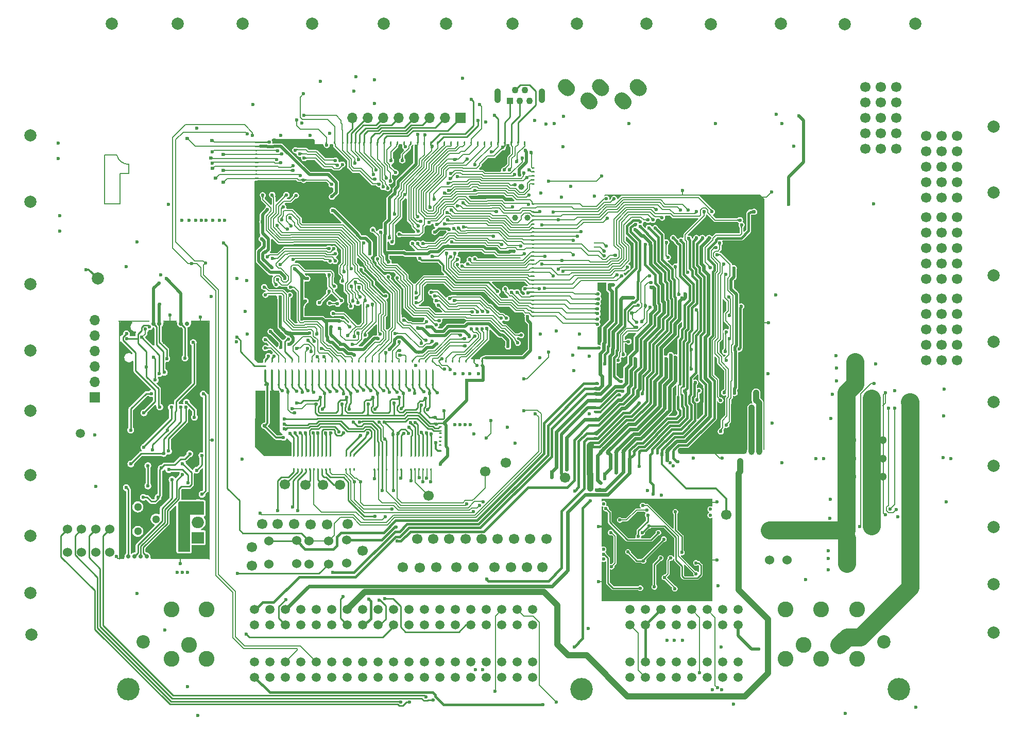
<source format=gbl>
G75*
G70*
%OFA0B0*%
%FSLAX25Y25*%
%IPPOS*%
%LPD*%
%AMOC8*
5,1,8,0,0,1.08239X$1,22.5*
%
%AMM108*
21,1,0.039370,0.007870,0.000000,0.000000,135.000000*
1,1,0.007870,0.013920,-0.013920*
1,1,0.007870,-0.013920,0.013920*
%
%AMM67*
21,1,0.009840,0.009840,0.000000,0.000000,90.000000*
21,1,0.000000,0.019680,0.000000,0.000000,90.000000*
1,1,0.009840,0.004920,0.000000*
1,1,0.009840,0.004920,0.000000*
1,1,0.009840,-0.004920,0.000000*
1,1,0.009840,-0.004920,0.000000*
%
%AMM68*
21,1,0.009840,0.009840,0.000000,0.000000,0.000000*
21,1,0.000000,0.019680,0.000000,0.000000,0.000000*
1,1,0.009840,0.000000,-0.004920*
1,1,0.009840,0.000000,-0.004920*
1,1,0.009840,0.000000,0.004920*
1,1,0.009840,0.000000,0.004920*
%
%AMM69*
21,1,0.007870,1.133860,0.000000,0.000000,180.000000*
21,1,0.000000,1.141730,0.000000,0.000000,180.000000*
1,1,0.007870,0.000000,0.566930*
1,1,0.007870,0.000000,0.566930*
1,1,0.007870,0.000000,-0.566930*
1,1,0.007870,0.000000,-0.566930*
%
%ADD10C,0.00787*%
%ADD103C,0.00800*%
%ADD108O,1.00787X0.00787*%
%ADD109O,0.00787X1.60630*%
%ADD11C,0.14567*%
%ADD110O,0.44882X0.04331*%
%ADD111O,0.01575X0.02362*%
%ADD112O,0.02362X0.03150*%
%ADD113O,0.02362X0.01575*%
%ADD114O,0.01575X0.00787*%
%ADD115R,0.19882X0.00984*%
%ADD116R,0.38386X0.00984*%
%ADD12C,0.08661*%
%ADD13C,0.10236*%
%ADD131C,0.01968*%
%ADD14C,0.05906*%
%ADD15C,0.06693*%
%ADD16C,0.02362*%
%ADD17R,0.71654X0.00984*%
%ADD18R,0.00984X0.53740*%
%ADD19R,0.00984X0.25591*%
%ADD192C,0.03900*%
%ADD20R,0.00984X0.25394*%
%ADD21R,0.00984X0.01378*%
%ADD216M67*%
%ADD217M68*%
%ADD218M69*%
%ADD22R,0.00984X0.04921*%
%ADD263M108*%
%ADD332R,0.07874X0.07500*%
%ADD333O,0.07874X0.07500*%
%ADD42O,0.03937X0.05906*%
%ADD43O,0.03150X0.02362*%
%ADD44C,0.02756*%
%ADD45C,0.11811*%
%ADD47R,0.08858X0.00984*%
%ADD49R,0.12205X0.00984*%
%ADD51R,0.00984X1.54528*%
%ADD52R,0.03740X0.00984*%
%ADD53C,0.06000*%
%ADD58C,0.07874*%
%ADD61C,0.05118*%
%ADD65R,0.06693X0.06693*%
%ADD66O,0.06693X0.06693*%
%ADD74R,0.04331X0.04331*%
%ADD75C,0.04331*%
%ADD76O,0.04331X0.09449*%
%ADD84C,0.03150*%
%ADD85C,0.01575*%
%ADD86C,0.01000*%
%ADD87C,0.01969*%
%ADD88C,0.01181*%
%ADD90C,0.03937*%
%ADD96C,0.00984*%
X0000000Y0000000D02*
%LPD*%
G01*
D10*
X0074016Y0355807D02*
X0074016Y0361713D01*
X0068110Y0355807D02*
X0068110Y0336122D01*
X0068110Y0336122D02*
X0058268Y0336122D01*
X0058268Y0367618D02*
X0066142Y0367618D01*
X0074016Y0355807D02*
X0068110Y0355807D01*
X0058268Y0336122D02*
X0058268Y0367618D01*
X0074016Y0361713D02*
G75*
G02*
X0066142Y0367618I-000309J0007791D01*
G01*
D11*
X0572236Y0021622D03*
X0073417Y0021622D03*
X0366724Y0021622D03*
D12*
X0562591Y0052331D03*
X0083063Y0052331D03*
D13*
X0101370Y0041307D03*
X0124205Y0041307D03*
X0112787Y0050480D03*
X0101370Y0073315D03*
X0124205Y0073315D03*
D14*
X0335307Y0073315D03*
X0325307Y0073315D03*
X0315307Y0073315D03*
X0305307Y0073315D03*
X0295307Y0073315D03*
X0285307Y0073315D03*
X0275307Y0073315D03*
X0265307Y0073315D03*
X0255307Y0073315D03*
X0245307Y0073315D03*
X0235307Y0073315D03*
X0225307Y0073315D03*
X0215307Y0073315D03*
X0205307Y0073315D03*
X0195307Y0073315D03*
X0185307Y0073315D03*
X0175307Y0073315D03*
X0165307Y0073315D03*
X0155307Y0073315D03*
X0335307Y0063315D03*
X0325307Y0063315D03*
X0315307Y0063315D03*
X0305307Y0063315D03*
X0295307Y0063315D03*
X0285307Y0063315D03*
X0275307Y0063315D03*
X0265307Y0063315D03*
X0255307Y0063315D03*
X0245307Y0063315D03*
X0235307Y0063315D03*
X0225307Y0063315D03*
X0215307Y0063315D03*
X0205307Y0063315D03*
X0195307Y0063315D03*
X0185307Y0063315D03*
X0175307Y0063315D03*
X0165307Y0063315D03*
X0155307Y0063315D03*
X0335307Y0039496D03*
X0325307Y0039496D03*
X0315307Y0039496D03*
X0305307Y0039496D03*
X0295307Y0039496D03*
X0285307Y0039496D03*
X0275307Y0039496D03*
X0265307Y0039496D03*
X0255307Y0039496D03*
X0245307Y0039496D03*
X0235307Y0039496D03*
X0225307Y0039496D03*
X0215307Y0039496D03*
X0205307Y0039496D03*
X0195307Y0039496D03*
X0185307Y0039496D03*
X0175307Y0039496D03*
X0165307Y0039496D03*
X0155307Y0039496D03*
X0335307Y0029496D03*
X0325307Y0029496D03*
X0315307Y0029496D03*
X0305307Y0029496D03*
X0295307Y0029496D03*
X0285307Y0029496D03*
X0275307Y0029496D03*
X0265307Y0029496D03*
X0255307Y0029496D03*
X0245307Y0029496D03*
X0235307Y0029496D03*
X0225307Y0029496D03*
X0215307Y0029496D03*
X0205307Y0029496D03*
X0195307Y0029496D03*
X0185307Y0029496D03*
X0175307Y0029496D03*
X0165307Y0029496D03*
X0155307Y0029496D03*
X0398181Y0029496D03*
X0408181Y0029496D03*
X0418181Y0029496D03*
X0428181Y0029496D03*
X0438181Y0029496D03*
X0448181Y0029496D03*
X0458181Y0029496D03*
X0468181Y0029496D03*
X0398181Y0039496D03*
X0408181Y0039496D03*
X0418181Y0039496D03*
X0428181Y0039496D03*
X0438181Y0039496D03*
X0448181Y0039496D03*
X0458181Y0039496D03*
X0468181Y0039496D03*
X0398181Y0063315D03*
X0408181Y0063315D03*
X0418181Y0063315D03*
X0428181Y0063315D03*
X0438181Y0063315D03*
X0448181Y0063315D03*
X0458181Y0063315D03*
X0468181Y0063315D03*
X0398181Y0073315D03*
X0408181Y0073315D03*
X0418181Y0073315D03*
X0428181Y0073315D03*
X0438181Y0073315D03*
X0448181Y0073315D03*
X0458181Y0073315D03*
X0468181Y0073315D03*
D13*
X0499008Y0041307D03*
X0521843Y0041307D03*
X0545071Y0041307D03*
X0510425Y0050480D03*
X0533654Y0050480D03*
X0499008Y0073315D03*
X0521843Y0073315D03*
X0545071Y0073315D03*
G36*
G01*
X0335982Y0358942D02*
X0334998Y0358942D01*
G75*
G02*
X0334506Y0359435I0000000J0000492D01*
G01*
X0334506Y0359435D01*
G75*
G02*
X0334998Y0359927I0000492J0000000D01*
G01*
X0335982Y0359927D01*
G75*
G02*
X0336474Y0359435I0000000J-000492D01*
G01*
X0336474Y0359435D01*
G75*
G02*
X0335982Y0358942I-000492J0000000D01*
G01*
G37*
G36*
G01*
X0334998Y0357328D02*
X0335982Y0357328D01*
G75*
G02*
X0336474Y0356836I0000000J-000492D01*
G01*
X0336474Y0356836D01*
G75*
G02*
X0335982Y0356344I-000492J0000000D01*
G01*
X0334998Y0356344D01*
G75*
G02*
X0334506Y0356836I0000000J0000492D01*
G01*
X0334506Y0356836D01*
G75*
G02*
X0334998Y0357328I0000492J0000000D01*
G01*
G37*
G36*
G01*
X0334998Y0354730D02*
X0335982Y0354730D01*
G75*
G02*
X0336474Y0354238I0000000J-000492D01*
G01*
X0336474Y0354238D01*
G75*
G02*
X0335982Y0353746I-000492J0000000D01*
G01*
X0334998Y0353746D01*
G75*
G02*
X0334506Y0354238I0000000J0000492D01*
G01*
X0334506Y0354238D01*
G75*
G02*
X0334998Y0354730I0000492J0000000D01*
G01*
G37*
G36*
G01*
X0334998Y0352131D02*
X0335982Y0352131D01*
G75*
G02*
X0336474Y0351639I0000000J-000492D01*
G01*
X0336474Y0351639D01*
G75*
G02*
X0335982Y0351147I-000492J0000000D01*
G01*
X0334998Y0351147D01*
G75*
G02*
X0334506Y0351639I0000000J0000492D01*
G01*
X0334506Y0351639D01*
G75*
G02*
X0334998Y0352131I0000492J0000000D01*
G01*
G37*
G36*
G01*
X0334998Y0349533D02*
X0335982Y0349533D01*
G75*
G02*
X0336474Y0349041I0000000J-000492D01*
G01*
X0336474Y0349041D01*
G75*
G02*
X0335982Y0348549I-000492J0000000D01*
G01*
X0334998Y0348549D01*
G75*
G02*
X0334506Y0349041I0000000J0000492D01*
G01*
X0334506Y0349041D01*
G75*
G02*
X0334998Y0349533I0000492J0000000D01*
G01*
G37*
G36*
G01*
X0334998Y0336541D02*
X0335982Y0336541D01*
G75*
G02*
X0336474Y0336049I0000000J-000492D01*
G01*
X0336474Y0336049D01*
G75*
G02*
X0335982Y0335557I-000492J0000000D01*
G01*
X0334998Y0335557D01*
G75*
G02*
X0334506Y0336049I0000000J0000492D01*
G01*
X0334506Y0336049D01*
G75*
G02*
X0334998Y0336541I0000492J0000000D01*
G01*
G37*
G36*
G01*
X0334998Y0333942D02*
X0335982Y0333942D01*
G75*
G02*
X0336474Y0333450I0000000J-000492D01*
G01*
X0336474Y0333450D01*
G75*
G02*
X0335982Y0332958I-000492J0000000D01*
G01*
X0334998Y0332958D01*
G75*
G02*
X0334506Y0333450I0000000J0000492D01*
G01*
X0334506Y0333450D01*
G75*
G02*
X0334998Y0333942I0000492J0000000D01*
G01*
G37*
G36*
G01*
X0334998Y0331344D02*
X0335982Y0331344D01*
G75*
G02*
X0336474Y0330852I0000000J-000492D01*
G01*
X0336474Y0330852D01*
G75*
G02*
X0335982Y0330360I-000492J0000000D01*
G01*
X0334998Y0330360D01*
G75*
G02*
X0334506Y0330852I0000000J0000492D01*
G01*
X0334506Y0330852D01*
G75*
G02*
X0334998Y0331344I0000492J0000000D01*
G01*
G37*
G36*
G01*
X0334998Y0328746D02*
X0335982Y0328746D01*
G75*
G02*
X0336474Y0328253I0000000J-000492D01*
G01*
X0336474Y0328253D01*
G75*
G02*
X0335982Y0327761I-000492J0000000D01*
G01*
X0334998Y0327761D01*
G75*
G02*
X0334506Y0328253I0000000J0000492D01*
G01*
X0334506Y0328253D01*
G75*
G02*
X0334998Y0328746I0000492J0000000D01*
G01*
G37*
G36*
G01*
X0334998Y0326147D02*
X0335982Y0326147D01*
G75*
G02*
X0336474Y0325655I0000000J-000492D01*
G01*
X0336474Y0325655D01*
G75*
G02*
X0335982Y0325163I-000492J0000000D01*
G01*
X0334998Y0325163D01*
G75*
G02*
X0334506Y0325655I0000000J0000492D01*
G01*
X0334506Y0325655D01*
G75*
G02*
X0334998Y0326147I0000492J0000000D01*
G01*
G37*
G36*
G01*
X0334998Y0323549D02*
X0335982Y0323549D01*
G75*
G02*
X0336474Y0323057I0000000J-000492D01*
G01*
X0336474Y0323057D01*
G75*
G02*
X0335982Y0322564I-000492J0000000D01*
G01*
X0334998Y0322564D01*
G75*
G02*
X0334506Y0323057I0000000J0000492D01*
G01*
X0334506Y0323057D01*
G75*
G02*
X0334998Y0323549I0000492J0000000D01*
G01*
G37*
G36*
G01*
X0334998Y0320950D02*
X0335982Y0320950D01*
G75*
G02*
X0336474Y0320458I0000000J-000492D01*
G01*
X0336474Y0320458D01*
G75*
G02*
X0335982Y0319966I-000492J0000000D01*
G01*
X0334998Y0319966D01*
G75*
G02*
X0334506Y0320458I0000000J0000492D01*
G01*
X0334506Y0320458D01*
G75*
G02*
X0334998Y0320950I0000492J0000000D01*
G01*
G37*
G36*
G01*
X0334998Y0318352D02*
X0335982Y0318352D01*
G75*
G02*
X0336474Y0317860I0000000J-000492D01*
G01*
X0336474Y0317860D01*
G75*
G02*
X0335982Y0317368I-000492J0000000D01*
G01*
X0334998Y0317368D01*
G75*
G02*
X0334506Y0317860I0000000J0000492D01*
G01*
X0334506Y0317860D01*
G75*
G02*
X0334998Y0318352I0000492J0000000D01*
G01*
G37*
G36*
G01*
X0334998Y0315753D02*
X0335982Y0315753D01*
G75*
G02*
X0336474Y0315261I0000000J-000492D01*
G01*
X0336474Y0315261D01*
G75*
G02*
X0335982Y0314769I-000492J0000000D01*
G01*
X0334998Y0314769D01*
G75*
G02*
X0334506Y0315261I0000000J0000492D01*
G01*
X0334506Y0315261D01*
G75*
G02*
X0334998Y0315753I0000492J0000000D01*
G01*
G37*
G36*
G01*
X0334998Y0313155D02*
X0335982Y0313155D01*
G75*
G02*
X0336474Y0312663I0000000J-000492D01*
G01*
X0336474Y0312663D01*
G75*
G02*
X0335982Y0312171I-000492J0000000D01*
G01*
X0334998Y0312171D01*
G75*
G02*
X0334506Y0312663I0000000J0000492D01*
G01*
X0334506Y0312663D01*
G75*
G02*
X0334998Y0313155I0000492J0000000D01*
G01*
G37*
G36*
G01*
X0334998Y0310557D02*
X0335982Y0310557D01*
G75*
G02*
X0336474Y0310064I0000000J-000492D01*
G01*
X0336474Y0310064D01*
G75*
G02*
X0335982Y0309572I-000492J0000000D01*
G01*
X0334998Y0309572D01*
G75*
G02*
X0334506Y0310064I0000000J0000492D01*
G01*
X0334506Y0310064D01*
G75*
G02*
X0334998Y0310557I0000492J0000000D01*
G01*
G37*
G36*
G01*
X0334998Y0307958D02*
X0335982Y0307958D01*
G75*
G02*
X0336474Y0307466I0000000J-000492D01*
G01*
X0336474Y0307466D01*
G75*
G02*
X0335982Y0306974I-000492J0000000D01*
G01*
X0334998Y0306974D01*
G75*
G02*
X0334506Y0307466I0000000J0000492D01*
G01*
X0334506Y0307466D01*
G75*
G02*
X0334998Y0307958I0000492J0000000D01*
G01*
G37*
G36*
G01*
X0334998Y0305360D02*
X0335982Y0305360D01*
G75*
G02*
X0336474Y0304868I0000000J-000492D01*
G01*
X0336474Y0304868D01*
G75*
G02*
X0335982Y0304375I-000492J0000000D01*
G01*
X0334998Y0304375D01*
G75*
G02*
X0334506Y0304868I0000000J0000492D01*
G01*
X0334506Y0304868D01*
G75*
G02*
X0334998Y0305360I0000492J0000000D01*
G01*
G37*
G36*
G01*
X0334998Y0302761D02*
X0335982Y0302761D01*
G75*
G02*
X0336474Y0302269I0000000J-000492D01*
G01*
X0336474Y0302269D01*
G75*
G02*
X0335982Y0301777I-000492J0000000D01*
G01*
X0334998Y0301777D01*
G75*
G02*
X0334506Y0302269I0000000J0000492D01*
G01*
X0334506Y0302269D01*
G75*
G02*
X0334998Y0302761I0000492J0000000D01*
G01*
G37*
G36*
G01*
X0334998Y0300163D02*
X0335982Y0300163D01*
G75*
G02*
X0336474Y0299671I0000000J-000492D01*
G01*
X0336474Y0299671D01*
G75*
G02*
X0335982Y0299179I-000492J0000000D01*
G01*
X0334998Y0299179D01*
G75*
G02*
X0334506Y0299671I0000000J0000492D01*
G01*
X0334506Y0299671D01*
G75*
G02*
X0334998Y0300163I0000492J0000000D01*
G01*
G37*
G36*
G01*
X0334998Y0297564D02*
X0335982Y0297564D01*
G75*
G02*
X0336474Y0297072I0000000J-000492D01*
G01*
X0336474Y0297072D01*
G75*
G02*
X0335982Y0296580I-000492J0000000D01*
G01*
X0334998Y0296580D01*
G75*
G02*
X0334506Y0297072I0000000J0000492D01*
G01*
X0334506Y0297072D01*
G75*
G02*
X0334998Y0297564I0000492J0000000D01*
G01*
G37*
G36*
G01*
X0334998Y0294966D02*
X0335982Y0294966D01*
G75*
G02*
X0336474Y0294474I0000000J-000492D01*
G01*
X0336474Y0294474D01*
G75*
G02*
X0335982Y0293982I-000492J0000000D01*
G01*
X0334998Y0293982D01*
G75*
G02*
X0334506Y0294474I0000000J0000492D01*
G01*
X0334506Y0294474D01*
G75*
G02*
X0334998Y0294966I0000492J0000000D01*
G01*
G37*
G36*
G01*
X0334998Y0292368D02*
X0335982Y0292368D01*
G75*
G02*
X0336474Y0291875I0000000J-000492D01*
G01*
X0336474Y0291875D01*
G75*
G02*
X0335982Y0291383I-000492J0000000D01*
G01*
X0334998Y0291383D01*
G75*
G02*
X0334506Y0291875I0000000J0000492D01*
G01*
X0334506Y0291875D01*
G75*
G02*
X0334998Y0292368I0000492J0000000D01*
G01*
G37*
G36*
G01*
X0334998Y0289769D02*
X0335982Y0289769D01*
G75*
G02*
X0336474Y0289277I0000000J-000492D01*
G01*
X0336474Y0289277D01*
G75*
G02*
X0335982Y0288785I-000492J0000000D01*
G01*
X0334998Y0288785D01*
G75*
G02*
X0334506Y0289277I0000000J0000492D01*
G01*
X0334506Y0289277D01*
G75*
G02*
X0334998Y0289769I0000492J0000000D01*
G01*
G37*
G36*
G01*
X0334998Y0287171D02*
X0335982Y0287171D01*
G75*
G02*
X0336474Y0286679I0000000J-000492D01*
G01*
X0336474Y0286679D01*
G75*
G02*
X0335982Y0286187I-000492J0000000D01*
G01*
X0334998Y0286187D01*
G75*
G02*
X0334506Y0286679I0000000J0000492D01*
G01*
X0334506Y0286679D01*
G75*
G02*
X0334998Y0287171I0000492J0000000D01*
G01*
G37*
G36*
G01*
X0334998Y0284572D02*
X0335982Y0284572D01*
G75*
G02*
X0336474Y0284080I0000000J-000492D01*
G01*
X0336474Y0284080D01*
G75*
G02*
X0335982Y0283588I-000492J0000000D01*
G01*
X0334998Y0283588D01*
G75*
G02*
X0334506Y0284080I0000000J0000492D01*
G01*
X0334506Y0284080D01*
G75*
G02*
X0334998Y0284572I0000492J0000000D01*
G01*
G37*
G36*
G01*
X0334998Y0281974D02*
X0335982Y0281974D01*
G75*
G02*
X0336474Y0281482I0000000J-000492D01*
G01*
X0336474Y0281482D01*
G75*
G02*
X0335982Y0280990I-000492J0000000D01*
G01*
X0334998Y0280990D01*
G75*
G02*
X0334506Y0281482I0000000J0000492D01*
G01*
X0334506Y0281482D01*
G75*
G02*
X0334998Y0281974I0000492J0000000D01*
G01*
G37*
G36*
G01*
X0334998Y0279375D02*
X0335982Y0279375D01*
G75*
G02*
X0336474Y0278883I0000000J-000492D01*
G01*
X0336474Y0278883D01*
G75*
G02*
X0335982Y0278391I-000492J0000000D01*
G01*
X0334998Y0278391D01*
G75*
G02*
X0334506Y0278883I0000000J0000492D01*
G01*
X0334506Y0278883D01*
G75*
G02*
X0334998Y0279375I0000492J0000000D01*
G01*
G37*
G36*
G01*
X0334998Y0276777D02*
X0335982Y0276777D01*
G75*
G02*
X0336474Y0276285I0000000J-000492D01*
G01*
X0336474Y0276285D01*
G75*
G02*
X0335982Y0275793I-000492J0000000D01*
G01*
X0334998Y0275793D01*
G75*
G02*
X0334506Y0276285I0000000J0000492D01*
G01*
X0334506Y0276285D01*
G75*
G02*
X0334998Y0276777I0000492J0000000D01*
G01*
G37*
G36*
G01*
X0334998Y0274179D02*
X0335982Y0274179D01*
G75*
G02*
X0336474Y0273687I0000000J-000492D01*
G01*
X0336474Y0273687D01*
G75*
G02*
X0335982Y0273194I-000492J0000000D01*
G01*
X0334998Y0273194D01*
G75*
G02*
X0334506Y0273687I0000000J0000492D01*
G01*
X0334506Y0273687D01*
G75*
G02*
X0334998Y0274179I0000492J0000000D01*
G01*
G37*
G36*
G01*
X0334998Y0271580D02*
X0335982Y0271580D01*
G75*
G02*
X0336474Y0271088I0000000J-000492D01*
G01*
X0336474Y0271088D01*
G75*
G02*
X0335982Y0270596I-000492J0000000D01*
G01*
X0334998Y0270596D01*
G75*
G02*
X0334506Y0271088I0000000J0000492D01*
G01*
X0334506Y0271088D01*
G75*
G02*
X0334998Y0271580I0000492J0000000D01*
G01*
G37*
G36*
G01*
X0334998Y0268982D02*
X0335982Y0268982D01*
G75*
G02*
X0336474Y0268490I0000000J-000492D01*
G01*
X0336474Y0268490D01*
G75*
G02*
X0335982Y0267998I-000492J0000000D01*
G01*
X0334998Y0267998D01*
G75*
G02*
X0334506Y0268490I0000000J0000492D01*
G01*
X0334506Y0268490D01*
G75*
G02*
X0334998Y0268982I0000492J0000000D01*
G01*
G37*
G36*
G01*
X0334998Y0266383D02*
X0335982Y0266383D01*
G75*
G02*
X0336474Y0265891I0000000J-000492D01*
G01*
X0336474Y0265891D01*
G75*
G02*
X0335982Y0265399I-000492J0000000D01*
G01*
X0334998Y0265399D01*
G75*
G02*
X0334506Y0265891I0000000J0000492D01*
G01*
X0334506Y0265891D01*
G75*
G02*
X0334998Y0266383I0000492J0000000D01*
G01*
G37*
G36*
G01*
X0334998Y0263785D02*
X0335982Y0263785D01*
G75*
G02*
X0336474Y0263293I0000000J-000492D01*
G01*
X0336474Y0263293D01*
G75*
G02*
X0335982Y0262801I-000492J0000000D01*
G01*
X0334998Y0262801D01*
G75*
G02*
X0334506Y0263293I0000000J0000492D01*
G01*
X0334506Y0263293D01*
G75*
G02*
X0334998Y0263785I0000492J0000000D01*
G01*
G37*
G36*
G01*
X0202333Y0376175D02*
X0202333Y0375190D01*
G75*
G02*
X0201841Y0374698I-000492J0000000D01*
G01*
X0201841Y0374698D01*
G75*
G02*
X0201348Y0375190I0000000J0000492D01*
G01*
X0201348Y0376175D01*
G75*
G02*
X0201841Y0376667I0000492J0000000D01*
G01*
X0201841Y0376667D01*
G75*
G02*
X0202333Y0376175I0000000J-000492D01*
G01*
G37*
G36*
G01*
X0206545Y0375190D02*
X0206545Y0376175D01*
G75*
G02*
X0207037Y0376667I0000492J0000000D01*
G01*
X0207037Y0376667D01*
G75*
G02*
X0207530Y0376175I0000000J-000492D01*
G01*
X0207530Y0375190D01*
G75*
G02*
X0207037Y0374698I-000492J0000000D01*
G01*
X0207037Y0374698D01*
G75*
G02*
X0206545Y0375190I0000000J0000492D01*
G01*
G37*
G36*
G01*
X0211742Y0375190D02*
X0211742Y0376175D01*
G75*
G02*
X0212234Y0376667I0000492J0000000D01*
G01*
X0212234Y0376667D01*
G75*
G02*
X0212726Y0376175I0000000J-000492D01*
G01*
X0212726Y0375190D01*
G75*
G02*
X0212234Y0374698I-000492J0000000D01*
G01*
X0212234Y0374698D01*
G75*
G02*
X0211742Y0375190I0000000J0000492D01*
G01*
G37*
G36*
G01*
X0214734Y0375190D02*
X0214734Y0376175D01*
G75*
G02*
X0215226Y0376667I0000492J0000000D01*
G01*
X0215226Y0376667D01*
G75*
G02*
X0215719Y0376175I0000000J-000492D01*
G01*
X0215719Y0375190D01*
G75*
G02*
X0215226Y0374698I-000492J0000000D01*
G01*
X0215226Y0374698D01*
G75*
G02*
X0214734Y0375190I0000000J0000492D01*
G01*
G37*
G36*
G01*
X0217352Y0375190D02*
X0217352Y0376175D01*
G75*
G02*
X0217845Y0376667I0000492J0000000D01*
G01*
X0217845Y0376667D01*
G75*
G02*
X0218337Y0376175I0000000J-000492D01*
G01*
X0218337Y0375190D01*
G75*
G02*
X0217845Y0374698I-000492J0000000D01*
G01*
X0217845Y0374698D01*
G75*
G02*
X0217352Y0375190I0000000J0000492D01*
G01*
G37*
G36*
G01*
X0219970Y0375190D02*
X0219970Y0376175D01*
G75*
G02*
X0220463Y0376667I0000492J0000000D01*
G01*
X0220463Y0376667D01*
G75*
G02*
X0220955Y0376175I0000000J-000492D01*
G01*
X0220955Y0375190D01*
G75*
G02*
X0220463Y0374698I-000492J0000000D01*
G01*
X0220463Y0374698D01*
G75*
G02*
X0219970Y0375190I0000000J0000492D01*
G01*
G37*
G36*
G01*
X0222589Y0375190D02*
X0222589Y0376175D01*
G75*
G02*
X0223081Y0376667I0000492J0000000D01*
G01*
X0223081Y0376667D01*
G75*
G02*
X0223573Y0376175I0000000J-000492D01*
G01*
X0223573Y0375190D01*
G75*
G02*
X0223081Y0374698I-000492J0000000D01*
G01*
X0223081Y0374698D01*
G75*
G02*
X0222589Y0375190I0000000J0000492D01*
G01*
G37*
G36*
G01*
X0225640Y0375190D02*
X0225640Y0376175D01*
G75*
G02*
X0226132Y0376667I0000492J0000000D01*
G01*
X0226132Y0376667D01*
G75*
G02*
X0226624Y0376175I0000000J-000492D01*
G01*
X0226624Y0375190D01*
G75*
G02*
X0226132Y0374698I-000492J0000000D01*
G01*
X0226132Y0374698D01*
G75*
G02*
X0225640Y0375190I0000000J0000492D01*
G01*
G37*
G36*
G01*
X0229970Y0375190D02*
X0229970Y0376175D01*
G75*
G02*
X0230463Y0376667I0000492J0000000D01*
G01*
X0230463Y0376667D01*
G75*
G02*
X0230955Y0376175I0000000J-000492D01*
G01*
X0230955Y0375190D01*
G75*
G02*
X0230463Y0374698I-000492J0000000D01*
G01*
X0230463Y0374698D01*
G75*
G02*
X0229970Y0375190I0000000J0000492D01*
G01*
G37*
G36*
G01*
X0234301Y0375190D02*
X0234301Y0376175D01*
G75*
G02*
X0234793Y0376667I0000492J0000000D01*
G01*
X0234793Y0376667D01*
G75*
G02*
X0235285Y0376175I0000000J-000492D01*
G01*
X0235285Y0375190D01*
G75*
G02*
X0234793Y0374698I-000492J0000000D01*
G01*
X0234793Y0374698D01*
G75*
G02*
X0234301Y0375190I0000000J0000492D01*
G01*
G37*
G36*
G01*
X0238632Y0375190D02*
X0238632Y0376175D01*
G75*
G02*
X0239124Y0376667I0000492J0000000D01*
G01*
X0239124Y0376667D01*
G75*
G02*
X0239616Y0376175I0000000J-000492D01*
G01*
X0239616Y0375190D01*
G75*
G02*
X0239124Y0374698I-000492J0000000D01*
G01*
X0239124Y0374698D01*
G75*
G02*
X0238632Y0375190I0000000J0000492D01*
G01*
G37*
G36*
G01*
X0242963Y0375190D02*
X0242963Y0376175D01*
G75*
G02*
X0243455Y0376667I0000492J0000000D01*
G01*
X0243455Y0376667D01*
G75*
G02*
X0243947Y0376175I0000000J-000492D01*
G01*
X0243947Y0375190D01*
G75*
G02*
X0243455Y0374698I-000492J0000000D01*
G01*
X0243455Y0374698D01*
G75*
G02*
X0242963Y0375190I0000000J0000492D01*
G01*
G37*
G36*
G01*
X0247293Y0375190D02*
X0247293Y0376175D01*
G75*
G02*
X0247785Y0376667I0000492J0000000D01*
G01*
X0247785Y0376667D01*
G75*
G02*
X0248278Y0376175I0000000J-000492D01*
G01*
X0248278Y0375190D01*
G75*
G02*
X0247785Y0374698I-000492J0000000D01*
G01*
X0247785Y0374698D01*
G75*
G02*
X0247293Y0375190I0000000J0000492D01*
G01*
G37*
G36*
G01*
X0251624Y0375190D02*
X0251624Y0376175D01*
G75*
G02*
X0252116Y0376667I0000492J0000000D01*
G01*
X0252116Y0376667D01*
G75*
G02*
X0252608Y0376175I0000000J-000492D01*
G01*
X0252608Y0375190D01*
G75*
G02*
X0252116Y0374698I-000492J0000000D01*
G01*
X0252116Y0374698D01*
G75*
G02*
X0251624Y0375190I0000000J0000492D01*
G01*
G37*
G36*
G01*
X0255955Y0375190D02*
X0255955Y0376175D01*
G75*
G02*
X0256447Y0376667I0000492J0000000D01*
G01*
X0256447Y0376667D01*
G75*
G02*
X0256939Y0376175I0000000J-000492D01*
G01*
X0256939Y0375190D01*
G75*
G02*
X0256447Y0374698I-000492J0000000D01*
G01*
X0256447Y0374698D01*
G75*
G02*
X0255955Y0375190I0000000J0000492D01*
G01*
G37*
G36*
G01*
X0260285Y0375190D02*
X0260285Y0376175D01*
G75*
G02*
X0260777Y0376667I0000492J0000000D01*
G01*
X0260777Y0376667D01*
G75*
G02*
X0261270Y0376175I0000000J-000492D01*
G01*
X0261270Y0375190D01*
G75*
G02*
X0260777Y0374698I-000492J0000000D01*
G01*
X0260777Y0374698D01*
G75*
G02*
X0260285Y0375190I0000000J0000492D01*
G01*
G37*
G36*
G01*
X0264616Y0375190D02*
X0264616Y0376175D01*
G75*
G02*
X0265108Y0376667I0000492J0000000D01*
G01*
X0265108Y0376667D01*
G75*
G02*
X0265600Y0376175I0000000J-000492D01*
G01*
X0265600Y0375190D01*
G75*
G02*
X0265108Y0374698I-000492J0000000D01*
G01*
X0265108Y0374698D01*
G75*
G02*
X0264616Y0375190I0000000J0000492D01*
G01*
G37*
G36*
G01*
X0268947Y0375190D02*
X0268947Y0376175D01*
G75*
G02*
X0269439Y0376667I0000492J0000000D01*
G01*
X0269439Y0376667D01*
G75*
G02*
X0269931Y0376175I0000000J-000492D01*
G01*
X0269931Y0375190D01*
G75*
G02*
X0269439Y0374698I-000492J0000000D01*
G01*
X0269439Y0374698D01*
G75*
G02*
X0268947Y0375190I0000000J0000492D01*
G01*
G37*
G36*
G01*
X0273277Y0375190D02*
X0273277Y0376175D01*
G75*
G02*
X0273770Y0376667I0000492J0000000D01*
G01*
X0273770Y0376667D01*
G75*
G02*
X0274262Y0376175I0000000J-000492D01*
G01*
X0274262Y0375190D01*
G75*
G02*
X0273770Y0374698I-000492J0000000D01*
G01*
X0273770Y0374698D01*
G75*
G02*
X0273277Y0375190I0000000J0000492D01*
G01*
G37*
G36*
G01*
X0277608Y0375190D02*
X0277608Y0376175D01*
G75*
G02*
X0278100Y0376667I0000492J0000000D01*
G01*
X0278100Y0376667D01*
G75*
G02*
X0278592Y0376175I0000000J-000492D01*
G01*
X0278592Y0375190D01*
G75*
G02*
X0278100Y0374698I-000492J0000000D01*
G01*
X0278100Y0374698D01*
G75*
G02*
X0277608Y0375190I0000000J0000492D01*
G01*
G37*
G36*
G01*
X0281939Y0375190D02*
X0281939Y0376175D01*
G75*
G02*
X0282431Y0376667I0000492J0000000D01*
G01*
X0282431Y0376667D01*
G75*
G02*
X0282923Y0376175I0000000J-000492D01*
G01*
X0282923Y0375190D01*
G75*
G02*
X0282431Y0374698I-000492J0000000D01*
G01*
X0282431Y0374698D01*
G75*
G02*
X0281939Y0375190I0000000J0000492D01*
G01*
G37*
G36*
G01*
X0286270Y0375190D02*
X0286270Y0376175D01*
G75*
G02*
X0286762Y0376667I0000492J0000000D01*
G01*
X0286762Y0376667D01*
G75*
G02*
X0287254Y0376175I0000000J-000492D01*
G01*
X0287254Y0375190D01*
G75*
G02*
X0286762Y0374698I-000492J0000000D01*
G01*
X0286762Y0374698D01*
G75*
G02*
X0286270Y0375190I0000000J0000492D01*
G01*
G37*
G36*
G01*
X0290600Y0375190D02*
X0290600Y0376175D01*
G75*
G02*
X0291092Y0376667I0000492J0000000D01*
G01*
X0291092Y0376667D01*
G75*
G02*
X0291585Y0376175I0000000J-000492D01*
G01*
X0291585Y0375190D01*
G75*
G02*
X0291092Y0374698I-000492J0000000D01*
G01*
X0291092Y0374698D01*
G75*
G02*
X0290600Y0375190I0000000J0000492D01*
G01*
G37*
G36*
G01*
X0294931Y0375190D02*
X0294931Y0376175D01*
G75*
G02*
X0295423Y0376667I0000492J0000000D01*
G01*
X0295423Y0376667D01*
G75*
G02*
X0295915Y0376175I0000000J-000492D01*
G01*
X0295915Y0375190D01*
G75*
G02*
X0295423Y0374698I-000492J0000000D01*
G01*
X0295423Y0374698D01*
G75*
G02*
X0294931Y0375190I0000000J0000492D01*
G01*
G37*
G36*
G01*
X0299262Y0375190D02*
X0299262Y0376175D01*
G75*
G02*
X0299754Y0376667I0000492J0000000D01*
G01*
X0299754Y0376667D01*
G75*
G02*
X0300246Y0376175I0000000J-000492D01*
G01*
X0300246Y0375190D01*
G75*
G02*
X0299754Y0374698I-000492J0000000D01*
G01*
X0299754Y0374698D01*
G75*
G02*
X0299262Y0375190I0000000J0000492D01*
G01*
G37*
G36*
G01*
X0303592Y0375190D02*
X0303592Y0376175D01*
G75*
G02*
X0304084Y0376667I0000492J0000000D01*
G01*
X0304084Y0376667D01*
G75*
G02*
X0304577Y0376175I0000000J-000492D01*
G01*
X0304577Y0375190D01*
G75*
G02*
X0304084Y0374698I-000492J0000000D01*
G01*
X0304084Y0374698D01*
G75*
G02*
X0303592Y0375190I0000000J0000492D01*
G01*
G37*
G36*
G01*
X0307923Y0375190D02*
X0307923Y0376175D01*
G75*
G02*
X0308415Y0376667I0000492J0000000D01*
G01*
X0308415Y0376667D01*
G75*
G02*
X0308907Y0376175I0000000J-000492D01*
G01*
X0308907Y0375190D01*
G75*
G02*
X0308415Y0374698I-000492J0000000D01*
G01*
X0308415Y0374698D01*
G75*
G02*
X0307923Y0375190I0000000J0000492D01*
G01*
G37*
G36*
G01*
X0312254Y0375190D02*
X0312254Y0376175D01*
G75*
G02*
X0312746Y0376667I0000492J0000000D01*
G01*
X0312746Y0376667D01*
G75*
G02*
X0313238Y0376175I0000000J-000492D01*
G01*
X0313238Y0375190D01*
G75*
G02*
X0312746Y0374698I-000492J0000000D01*
G01*
X0312746Y0374698D01*
G75*
G02*
X0312254Y0375190I0000000J0000492D01*
G01*
G37*
G36*
G01*
X0316584Y0375190D02*
X0316584Y0376175D01*
G75*
G02*
X0317077Y0376667I0000492J0000000D01*
G01*
X0317077Y0376667D01*
G75*
G02*
X0317569Y0376175I0000000J-000492D01*
G01*
X0317569Y0375190D01*
G75*
G02*
X0317077Y0374698I-000492J0000000D01*
G01*
X0317077Y0374698D01*
G75*
G02*
X0316584Y0375190I0000000J0000492D01*
G01*
G37*
G36*
G01*
X0320915Y0375190D02*
X0320915Y0376175D01*
G75*
G02*
X0321407Y0376667I0000492J0000000D01*
G01*
X0321407Y0376667D01*
G75*
G02*
X0321899Y0376175I0000000J-000492D01*
G01*
X0321899Y0375190D01*
G75*
G02*
X0321407Y0374698I-000492J0000000D01*
G01*
X0321407Y0374698D01*
G75*
G02*
X0320915Y0375190I0000000J0000492D01*
G01*
G37*
G36*
G01*
X0325246Y0375190D02*
X0325246Y0376175D01*
G75*
G02*
X0325738Y0376667I0000492J0000000D01*
G01*
X0325738Y0376667D01*
G75*
G02*
X0326230Y0376175I0000000J-000492D01*
G01*
X0326230Y0375190D01*
G75*
G02*
X0325738Y0374698I-000492J0000000D01*
G01*
X0325738Y0374698D01*
G75*
G02*
X0325246Y0375190I0000000J0000492D01*
G01*
G37*
G36*
G01*
X0329577Y0375190D02*
X0329577Y0376175D01*
G75*
G02*
X0330069Y0376667I0000492J0000000D01*
G01*
X0330069Y0376667D01*
G75*
G02*
X0330561Y0376175I0000000J-000492D01*
G01*
X0330561Y0375190D01*
G75*
G02*
X0330069Y0374698I-000492J0000000D01*
G01*
X0330069Y0374698D01*
G75*
G02*
X0329577Y0375190I0000000J0000492D01*
G01*
G37*
G36*
G01*
X0302018Y0233738D02*
X0302018Y0234722D01*
G75*
G02*
X0302510Y0235214I0000492J0000000D01*
G01*
X0302510Y0235214D01*
G75*
G02*
X0303002Y0234722I0000000J-000492D01*
G01*
X0303002Y0233738D01*
G75*
G02*
X0302510Y0233246I-000492J0000000D01*
G01*
X0302510Y0233246D01*
G75*
G02*
X0302018Y0233738I0000000J0000492D01*
G01*
G37*
G36*
G01*
X0156112Y0348864D02*
X0156112Y0235478D01*
G75*
G02*
X0155718Y0235084I-000394J0000000D01*
G01*
X0155718Y0235084D01*
G75*
G02*
X0155325Y0235478I0000000J0000394D01*
G01*
X0155325Y0348864D01*
G75*
G02*
X0155718Y0349257I0000394J0000000D01*
G01*
X0155718Y0349257D01*
G75*
G02*
X0156112Y0348864I0000000J-000394D01*
G01*
G37*
G36*
G01*
X0297805Y0234722D02*
X0297805Y0233738D01*
G75*
G02*
X0297313Y0233246I-000492J0000000D01*
G01*
X0297313Y0233246D01*
G75*
G02*
X0296821Y0233738I0000000J0000492D01*
G01*
X0296821Y0234722D01*
G75*
G02*
X0297313Y0235214I0000492J0000000D01*
G01*
X0297313Y0235214D01*
G75*
G02*
X0297805Y0234722I0000000J-000492D01*
G01*
G37*
G36*
G01*
X0292608Y0234722D02*
X0292608Y0233738D01*
G75*
G02*
X0292116Y0233246I-000492J0000000D01*
G01*
X0292116Y0233246D01*
G75*
G02*
X0291624Y0233738I0000000J0000492D01*
G01*
X0291624Y0234722D01*
G75*
G02*
X0292116Y0235214I0000492J0000000D01*
G01*
X0292116Y0235214D01*
G75*
G02*
X0292608Y0234722I0000000J-000492D01*
G01*
G37*
G36*
G01*
X0288278Y0234722D02*
X0288278Y0233738D01*
G75*
G02*
X0287785Y0233246I-000492J0000000D01*
G01*
X0287785Y0233246D01*
G75*
G02*
X0287293Y0233738I0000000J0000492D01*
G01*
X0287293Y0234722D01*
G75*
G02*
X0287785Y0235214I0000492J0000000D01*
G01*
X0287785Y0235214D01*
G75*
G02*
X0288278Y0234722I0000000J-000492D01*
G01*
G37*
G36*
G01*
X0283947Y0234722D02*
X0283947Y0233738D01*
G75*
G02*
X0283455Y0233246I-000492J0000000D01*
G01*
X0283455Y0233246D01*
G75*
G02*
X0282963Y0233738I0000000J0000492D01*
G01*
X0282963Y0234722D01*
G75*
G02*
X0283455Y0235214I0000492J0000000D01*
G01*
X0283455Y0235214D01*
G75*
G02*
X0283947Y0234722I0000000J-000492D01*
G01*
G37*
G36*
G01*
X0279616Y0234722D02*
X0279616Y0233738D01*
G75*
G02*
X0279124Y0233246I-000492J0000000D01*
G01*
X0279124Y0233246D01*
G75*
G02*
X0278632Y0233738I0000000J0000492D01*
G01*
X0278632Y0234722D01*
G75*
G02*
X0279124Y0235214I0000492J0000000D01*
G01*
X0279124Y0235214D01*
G75*
G02*
X0279616Y0234722I0000000J-000492D01*
G01*
G37*
G36*
G01*
X0275285Y0234722D02*
X0275285Y0233738D01*
G75*
G02*
X0274793Y0233246I-000492J0000000D01*
G01*
X0274793Y0233246D01*
G75*
G02*
X0274301Y0233738I0000000J0000492D01*
G01*
X0274301Y0234722D01*
G75*
G02*
X0274793Y0235214I0000492J0000000D01*
G01*
X0274793Y0235214D01*
G75*
G02*
X0275285Y0234722I0000000J-000492D01*
G01*
G37*
G36*
G01*
X0270955Y0234722D02*
X0270955Y0233738D01*
G75*
G02*
X0270463Y0233246I-000492J0000000D01*
G01*
X0270463Y0233246D01*
G75*
G02*
X0269970Y0233738I0000000J0000492D01*
G01*
X0269970Y0234722D01*
G75*
G02*
X0270463Y0235214I0000492J0000000D01*
G01*
X0270463Y0235214D01*
G75*
G02*
X0270955Y0234722I0000000J-000492D01*
G01*
G37*
G36*
G01*
X0266624Y0234722D02*
X0266624Y0233738D01*
G75*
G02*
X0266132Y0233246I-000492J0000000D01*
G01*
X0266132Y0233246D01*
G75*
G02*
X0265640Y0233738I0000000J0000492D01*
G01*
X0265640Y0234722D01*
G75*
G02*
X0266132Y0235214I0000492J0000000D01*
G01*
X0266132Y0235214D01*
G75*
G02*
X0266624Y0234722I0000000J-000492D01*
G01*
G37*
G36*
G01*
X0262293Y0234722D02*
X0262293Y0233738D01*
G75*
G02*
X0261801Y0233246I-000492J0000000D01*
G01*
X0261801Y0233246D01*
G75*
G02*
X0261309Y0233738I0000000J0000492D01*
G01*
X0261309Y0234722D01*
G75*
G02*
X0261801Y0235214I0000492J0000000D01*
G01*
X0261801Y0235214D01*
G75*
G02*
X0262293Y0234722I0000000J-000492D01*
G01*
G37*
G36*
G01*
X0257963Y0234722D02*
X0257963Y0233738D01*
G75*
G02*
X0257471Y0233246I-000492J0000000D01*
G01*
X0257471Y0233246D01*
G75*
G02*
X0256978Y0233738I0000000J0000492D01*
G01*
X0256978Y0234722D01*
G75*
G02*
X0257471Y0235214I0000492J0000000D01*
G01*
X0257471Y0235214D01*
G75*
G02*
X0257963Y0234722I0000000J-000492D01*
G01*
G37*
G36*
G01*
X0253632Y0234722D02*
X0253632Y0233738D01*
G75*
G02*
X0253140Y0233246I-000492J0000000D01*
G01*
X0253140Y0233246D01*
G75*
G02*
X0252648Y0233738I0000000J0000492D01*
G01*
X0252648Y0234722D01*
G75*
G02*
X0253140Y0235214I0000492J0000000D01*
G01*
X0253140Y0235214D01*
G75*
G02*
X0253632Y0234722I0000000J-000492D01*
G01*
G37*
G36*
G01*
X0249301Y0234722D02*
X0249301Y0233738D01*
G75*
G02*
X0248809Y0233246I-000492J0000000D01*
G01*
X0248809Y0233246D01*
G75*
G02*
X0248317Y0233738I0000000J0000492D01*
G01*
X0248317Y0234722D01*
G75*
G02*
X0248809Y0235214I0000492J0000000D01*
G01*
X0248809Y0235214D01*
G75*
G02*
X0249301Y0234722I0000000J-000492D01*
G01*
G37*
G36*
G01*
X0244971Y0234722D02*
X0244971Y0233738D01*
G75*
G02*
X0244478Y0233246I-000492J0000000D01*
G01*
X0244478Y0233246D01*
G75*
G02*
X0243986Y0233738I0000000J0000492D01*
G01*
X0243986Y0234722D01*
G75*
G02*
X0244478Y0235214I0000492J0000000D01*
G01*
X0244478Y0235214D01*
G75*
G02*
X0244971Y0234722I0000000J-000492D01*
G01*
G37*
G36*
G01*
X0240640Y0234722D02*
X0240640Y0233738D01*
G75*
G02*
X0240148Y0233246I-000492J0000000D01*
G01*
X0240148Y0233246D01*
G75*
G02*
X0239656Y0233738I0000000J0000492D01*
G01*
X0239656Y0234722D01*
G75*
G02*
X0240148Y0235214I0000492J0000000D01*
G01*
X0240148Y0235214D01*
G75*
G02*
X0240640Y0234722I0000000J-000492D01*
G01*
G37*
G36*
G01*
X0236309Y0234722D02*
X0236309Y0233738D01*
G75*
G02*
X0235817Y0233246I-000492J0000000D01*
G01*
X0235817Y0233246D01*
G75*
G02*
X0235325Y0233738I0000000J0000492D01*
G01*
X0235325Y0234722D01*
G75*
G02*
X0235817Y0235214I0000492J0000000D01*
G01*
X0235817Y0235214D01*
G75*
G02*
X0236309Y0234722I0000000J-000492D01*
G01*
G37*
G36*
G01*
X0231978Y0234722D02*
X0231978Y0233738D01*
G75*
G02*
X0231486Y0233246I-000492J0000000D01*
G01*
X0231486Y0233246D01*
G75*
G02*
X0230994Y0233738I0000000J0000492D01*
G01*
X0230994Y0234722D01*
G75*
G02*
X0231486Y0235214I0000492J0000000D01*
G01*
X0231486Y0235214D01*
G75*
G02*
X0231978Y0234722I0000000J-000492D01*
G01*
G37*
G36*
G01*
X0227648Y0234722D02*
X0227648Y0233738D01*
G75*
G02*
X0227156Y0233246I-000492J0000000D01*
G01*
X0227156Y0233246D01*
G75*
G02*
X0226664Y0233738I0000000J0000492D01*
G01*
X0226664Y0234722D01*
G75*
G02*
X0227156Y0235214I0000492J0000000D01*
G01*
X0227156Y0235214D01*
G75*
G02*
X0227648Y0234722I0000000J-000492D01*
G01*
G37*
G36*
G01*
X0223317Y0234722D02*
X0223317Y0233738D01*
G75*
G02*
X0222825Y0233246I-000492J0000000D01*
G01*
X0222825Y0233246D01*
G75*
G02*
X0222333Y0233738I0000000J0000492D01*
G01*
X0222333Y0234722D01*
G75*
G02*
X0222825Y0235214I0000492J0000000D01*
G01*
X0222825Y0235214D01*
G75*
G02*
X0223317Y0234722I0000000J-000492D01*
G01*
G37*
G36*
G01*
X0218986Y0234722D02*
X0218986Y0233738D01*
G75*
G02*
X0218494Y0233246I-000492J0000000D01*
G01*
X0218494Y0233246D01*
G75*
G02*
X0218002Y0233738I0000000J0000492D01*
G01*
X0218002Y0234722D01*
G75*
G02*
X0218494Y0235214I0000492J0000000D01*
G01*
X0218494Y0235214D01*
G75*
G02*
X0218986Y0234722I0000000J-000492D01*
G01*
G37*
G36*
G01*
X0214656Y0234722D02*
X0214656Y0233738D01*
G75*
G02*
X0214164Y0233246I-000492J0000000D01*
G01*
X0214164Y0233246D01*
G75*
G02*
X0213671Y0233738I0000000J0000492D01*
G01*
X0213671Y0234722D01*
G75*
G02*
X0214164Y0235214I0000492J0000000D01*
G01*
X0214164Y0235214D01*
G75*
G02*
X0214656Y0234722I0000000J-000492D01*
G01*
G37*
G36*
G01*
X0210325Y0234722D02*
X0210325Y0233738D01*
G75*
G02*
X0209833Y0233246I-000492J0000000D01*
G01*
X0209833Y0233246D01*
G75*
G02*
X0209341Y0233738I0000000J0000492D01*
G01*
X0209341Y0234722D01*
G75*
G02*
X0209833Y0235214I0000492J0000000D01*
G01*
X0209833Y0235214D01*
G75*
G02*
X0210325Y0234722I0000000J-000492D01*
G01*
G37*
G36*
G01*
X0205994Y0234722D02*
X0205994Y0233738D01*
G75*
G02*
X0205502Y0233246I-000492J0000000D01*
G01*
X0205502Y0233246D01*
G75*
G02*
X0205010Y0233738I0000000J0000492D01*
G01*
X0205010Y0234722D01*
G75*
G02*
X0205502Y0235214I0000492J0000000D01*
G01*
X0205502Y0235214D01*
G75*
G02*
X0205994Y0234722I0000000J-000492D01*
G01*
G37*
G36*
G01*
X0201664Y0234722D02*
X0201664Y0233738D01*
G75*
G02*
X0201171Y0233246I-000492J0000000D01*
G01*
X0201171Y0233246D01*
G75*
G02*
X0200679Y0233738I0000000J0000492D01*
G01*
X0200679Y0234722D01*
G75*
G02*
X0201171Y0235214I0000492J0000000D01*
G01*
X0201171Y0235214D01*
G75*
G02*
X0201664Y0234722I0000000J-000492D01*
G01*
G37*
G36*
G01*
X0197333Y0234722D02*
X0197333Y0233738D01*
G75*
G02*
X0196841Y0233246I-000492J0000000D01*
G01*
X0196841Y0233246D01*
G75*
G02*
X0196349Y0233738I0000000J0000492D01*
G01*
X0196349Y0234722D01*
G75*
G02*
X0196841Y0235214I0000492J0000000D01*
G01*
X0196841Y0235214D01*
G75*
G02*
X0197333Y0234722I0000000J-000492D01*
G01*
G37*
G36*
G01*
X0193002Y0234722D02*
X0193002Y0233738D01*
G75*
G02*
X0192510Y0233246I-000492J0000000D01*
G01*
X0192510Y0233246D01*
G75*
G02*
X0192018Y0233738I0000000J0000492D01*
G01*
X0192018Y0234722D01*
G75*
G02*
X0192510Y0235214I0000492J0000000D01*
G01*
X0192510Y0235214D01*
G75*
G02*
X0193002Y0234722I0000000J-000492D01*
G01*
G37*
G36*
G01*
X0188671Y0234722D02*
X0188671Y0233738D01*
G75*
G02*
X0188179Y0233246I-000492J0000000D01*
G01*
X0188179Y0233246D01*
G75*
G02*
X0187687Y0233738I0000000J0000492D01*
G01*
X0187687Y0234722D01*
G75*
G02*
X0188179Y0235214I0000492J0000000D01*
G01*
X0188179Y0235214D01*
G75*
G02*
X0188671Y0234722I0000000J-000492D01*
G01*
G37*
G36*
G01*
X0184341Y0234722D02*
X0184341Y0233738D01*
G75*
G02*
X0183849Y0233246I-000492J0000000D01*
G01*
X0183849Y0233246D01*
G75*
G02*
X0183357Y0233738I0000000J0000492D01*
G01*
X0183357Y0234722D01*
G75*
G02*
X0183849Y0235214I0000492J0000000D01*
G01*
X0183849Y0235214D01*
G75*
G02*
X0184341Y0234722I0000000J-000492D01*
G01*
G37*
G36*
G01*
X0180010Y0234722D02*
X0180010Y0233738D01*
G75*
G02*
X0179518Y0233246I-000492J0000000D01*
G01*
X0179518Y0233246D01*
G75*
G02*
X0179026Y0233738I0000000J0000492D01*
G01*
X0179026Y0234722D01*
G75*
G02*
X0179518Y0235214I0000492J0000000D01*
G01*
X0179518Y0235214D01*
G75*
G02*
X0180010Y0234722I0000000J-000492D01*
G01*
G37*
G36*
G01*
X0175679Y0234722D02*
X0175679Y0233738D01*
G75*
G02*
X0175187Y0233246I-000492J0000000D01*
G01*
X0175187Y0233246D01*
G75*
G02*
X0174695Y0233738I0000000J0000492D01*
G01*
X0174695Y0234722D01*
G75*
G02*
X0175187Y0235214I0000492J0000000D01*
G01*
X0175187Y0235214D01*
G75*
G02*
X0175679Y0234722I0000000J-000492D01*
G01*
G37*
G36*
G01*
X0171349Y0234722D02*
X0171349Y0233738D01*
G75*
G02*
X0170857Y0233246I-000492J0000000D01*
G01*
X0170857Y0233246D01*
G75*
G02*
X0170364Y0233738I0000000J0000492D01*
G01*
X0170364Y0234722D01*
G75*
G02*
X0170857Y0235214I0000492J0000000D01*
G01*
X0170857Y0235214D01*
G75*
G02*
X0171349Y0234722I0000000J-000492D01*
G01*
G37*
G36*
G01*
X0167018Y0234722D02*
X0167018Y0233738D01*
G75*
G02*
X0166526Y0233246I-000492J0000000D01*
G01*
X0166526Y0233246D01*
G75*
G02*
X0166034Y0233738I0000000J0000492D01*
G01*
X0166034Y0234722D01*
G75*
G02*
X0166526Y0235214I0000492J0000000D01*
G01*
X0166526Y0235214D01*
G75*
G02*
X0167018Y0234722I0000000J-000492D01*
G01*
G37*
G36*
G01*
X0162687Y0234722D02*
X0162687Y0233738D01*
G75*
G02*
X0162195Y0233246I-000492J0000000D01*
G01*
X0162195Y0233246D01*
G75*
G02*
X0161703Y0233738I0000000J0000492D01*
G01*
X0161703Y0234722D01*
G75*
G02*
X0162195Y0235214I0000492J0000000D01*
G01*
X0162195Y0235214D01*
G75*
G02*
X0162687Y0234722I0000000J-000492D01*
G01*
G37*
G36*
G01*
X0156742Y0352072D02*
X0155758Y0352072D01*
G75*
G02*
X0155266Y0352564I0000000J0000492D01*
G01*
X0155266Y0352564D01*
G75*
G02*
X0155758Y0353057I0000492J0000000D01*
G01*
X0156742Y0353057D01*
G75*
G02*
X0157234Y0352564I0000000J-000492D01*
G01*
X0157234Y0352564D01*
G75*
G02*
X0156742Y0352072I-000492J0000000D01*
G01*
G37*
G36*
G01*
X0156742Y0354671D02*
X0155758Y0354671D01*
G75*
G02*
X0155266Y0355163I0000000J0000492D01*
G01*
X0155266Y0355163D01*
G75*
G02*
X0155758Y0355655I0000492J0000000D01*
G01*
X0156742Y0355655D01*
G75*
G02*
X0157234Y0355163I0000000J-000492D01*
G01*
X0157234Y0355163D01*
G75*
G02*
X0156742Y0354671I-000492J0000000D01*
G01*
G37*
G36*
G01*
X0156742Y0357269D02*
X0155758Y0357269D01*
G75*
G02*
X0155266Y0357761I0000000J0000492D01*
G01*
X0155266Y0357761D01*
G75*
G02*
X0155758Y0358253I0000492J0000000D01*
G01*
X0156742Y0358253D01*
G75*
G02*
X0157234Y0357761I0000000J-000492D01*
G01*
X0157234Y0357761D01*
G75*
G02*
X0156742Y0357269I-000492J0000000D01*
G01*
G37*
G36*
G01*
X0156742Y0359868D02*
X0155758Y0359868D01*
G75*
G02*
X0155266Y0360360I0000000J0000492D01*
G01*
X0155266Y0360360D01*
G75*
G02*
X0155758Y0360852I0000492J0000000D01*
G01*
X0156742Y0360852D01*
G75*
G02*
X0157234Y0360360I0000000J-000492D01*
G01*
X0157234Y0360360D01*
G75*
G02*
X0156742Y0359868I-000492J0000000D01*
G01*
G37*
G36*
G01*
X0156742Y0362466D02*
X0155758Y0362466D01*
G75*
G02*
X0155266Y0362958I0000000J0000492D01*
G01*
X0155266Y0362958D01*
G75*
G02*
X0155758Y0363450I0000492J0000000D01*
G01*
X0156742Y0363450D01*
G75*
G02*
X0157234Y0362958I0000000J-000492D01*
G01*
X0157234Y0362958D01*
G75*
G02*
X0156742Y0362466I-000492J0000000D01*
G01*
G37*
G36*
G01*
X0156742Y0365064D02*
X0155758Y0365064D01*
G75*
G02*
X0155266Y0365557I0000000J0000492D01*
G01*
X0155266Y0365557D01*
G75*
G02*
X0155758Y0366049I0000492J0000000D01*
G01*
X0156742Y0366049D01*
G75*
G02*
X0157234Y0365557I0000000J-000492D01*
G01*
X0157234Y0365557D01*
G75*
G02*
X0156742Y0365064I-000492J0000000D01*
G01*
G37*
G36*
G01*
X0156742Y0367663D02*
X0155758Y0367663D01*
G75*
G02*
X0155266Y0368155I0000000J0000492D01*
G01*
X0155266Y0368155D01*
G75*
G02*
X0155758Y0368647I0000492J0000000D01*
G01*
X0156742Y0368647D01*
G75*
G02*
X0157234Y0368155I0000000J-000492D01*
G01*
X0157234Y0368155D01*
G75*
G02*
X0156742Y0367663I-000492J0000000D01*
G01*
G37*
G36*
G01*
X0156742Y0370261D02*
X0155758Y0370261D01*
G75*
G02*
X0155266Y0370753I0000000J0000492D01*
G01*
X0155266Y0370753D01*
G75*
G02*
X0155758Y0371246I0000492J0000000D01*
G01*
X0156742Y0371246D01*
G75*
G02*
X0157234Y0370753I0000000J-000492D01*
G01*
X0157234Y0370753D01*
G75*
G02*
X0156742Y0370261I-000492J0000000D01*
G01*
G37*
G36*
G01*
X0156742Y0372860D02*
X0155758Y0372860D01*
G75*
G02*
X0155266Y0373352I0000000J0000492D01*
G01*
X0155266Y0373352D01*
G75*
G02*
X0155758Y0373844I0000492J0000000D01*
G01*
X0156742Y0373844D01*
G75*
G02*
X0157234Y0373352I0000000J-000492D01*
G01*
X0157234Y0373352D01*
G75*
G02*
X0156742Y0372860I-000492J0000000D01*
G01*
G37*
G36*
G01*
X0156742Y0375458D02*
X0155758Y0375458D01*
G75*
G02*
X0155266Y0375950I0000000J0000492D01*
G01*
X0155266Y0375950D01*
G75*
G02*
X0155758Y0376442I0000492J0000000D01*
G01*
X0156742Y0376442D01*
G75*
G02*
X0157234Y0375950I0000000J-000492D01*
G01*
X0157234Y0375950D01*
G75*
G02*
X0156742Y0375458I-000492J0000000D01*
G01*
G37*
D15*
X0175000Y0154327D03*
D16*
X0381139Y0141876D03*
X0381139Y0112349D03*
X0381139Y0109199D03*
X0381139Y0106050D03*
D17*
X0415687Y0144731D03*
D22*
X0451021Y0142762D03*
D21*
X0380352Y0144534D03*
D18*
X0451021Y0105557D03*
D20*
X0380352Y0091384D03*
D17*
X0415687Y0079180D03*
D19*
X0380352Y0127113D03*
D16*
X0450135Y0134396D03*
X0450135Y0138333D03*
D15*
X0590000Y0287598D03*
X0590000Y0297598D03*
X0590000Y0307598D03*
X0590000Y0317598D03*
X0590000Y0327598D03*
X0600000Y0287598D03*
X0600000Y0297598D03*
X0600000Y0307598D03*
X0600000Y0317598D03*
X0600000Y0327598D03*
X0610000Y0287598D03*
X0610000Y0297598D03*
X0610000Y0307598D03*
X0610000Y0317598D03*
X0610000Y0327598D03*
D16*
X0185974Y0388314D03*
X0182530Y0390381D03*
X0187156Y0393333D03*
X0186860Y0407310D03*
D15*
X0225197Y0111319D03*
D16*
X0127982Y0369741D03*
X0135206Y0368068D03*
X0127135Y0365902D03*
X0127982Y0362458D03*
X0128277Y0359111D03*
X0135206Y0357831D03*
X0130049Y0352713D03*
X0135206Y0350154D03*
X0111879Y0378402D03*
X0127923Y0377221D03*
G36*
G01*
X0275935Y0187120D02*
X0274951Y0187120D01*
G75*
G02*
X0274459Y0187612I0000000J0000492D01*
G01*
X0274459Y0187612D01*
G75*
G02*
X0274951Y0188104I0000492J0000000D01*
G01*
X0275935Y0188104D01*
G75*
G02*
X0276427Y0187612I0000000J-000492D01*
G01*
X0276427Y0187612D01*
G75*
G02*
X0275935Y0187120I-000492J0000000D01*
G01*
G37*
G36*
G01*
X0275935Y0184522D02*
X0274951Y0184522D01*
G75*
G02*
X0274459Y0185014I0000000J0000492D01*
G01*
X0274459Y0185014D01*
G75*
G02*
X0274951Y0185506I0000492J0000000D01*
G01*
X0275935Y0185506D01*
G75*
G02*
X0276427Y0185014I0000000J-000492D01*
G01*
X0276427Y0185014D01*
G75*
G02*
X0275935Y0184522I-000492J0000000D01*
G01*
G37*
G36*
G01*
X0275935Y0181923D02*
X0274951Y0181923D01*
G75*
G02*
X0274459Y0182415I0000000J0000492D01*
G01*
X0274459Y0182415D01*
G75*
G02*
X0274951Y0182908I0000492J0000000D01*
G01*
X0275935Y0182908D01*
G75*
G02*
X0276427Y0182415I0000000J-000492D01*
G01*
X0276427Y0182415D01*
G75*
G02*
X0275935Y0181923I-000492J0000000D01*
G01*
G37*
G36*
G01*
X0275935Y0179325D02*
X0274951Y0179325D01*
G75*
G02*
X0274459Y0179817I0000000J0000492D01*
G01*
X0274459Y0179817D01*
G75*
G02*
X0274951Y0180309I0000492J0000000D01*
G01*
X0275935Y0180309D01*
G75*
G02*
X0276427Y0179817I0000000J-000492D01*
G01*
X0276427Y0179817D01*
G75*
G02*
X0275935Y0179325I-000492J0000000D01*
G01*
G37*
G36*
G01*
X0275935Y0166333D02*
X0274951Y0166333D01*
G75*
G02*
X0274459Y0166825I0000000J0000492D01*
G01*
X0274459Y0166825D01*
G75*
G02*
X0274951Y0167317I0000492J0000000D01*
G01*
X0275935Y0167317D01*
G75*
G02*
X0276427Y0166825I0000000J-000492D01*
G01*
X0276427Y0166825D01*
G75*
G02*
X0275935Y0166333I-000492J0000000D01*
G01*
G37*
G36*
G01*
X0162667Y0219478D02*
X0162667Y0218493D01*
G75*
G02*
X0162175Y0218001I-000492J0000000D01*
G01*
X0162175Y0218001D01*
G75*
G02*
X0161683Y0218493I0000000J0000492D01*
G01*
X0161683Y0219478D01*
G75*
G02*
X0162175Y0219970I0000492J0000000D01*
G01*
X0162175Y0219970D01*
G75*
G02*
X0162667Y0219478I0000000J-000492D01*
G01*
G37*
G36*
G01*
X0166014Y0218493D02*
X0166014Y0219478D01*
G75*
G02*
X0166506Y0219970I0000492J0000000D01*
G01*
X0166506Y0219970D01*
G75*
G02*
X0166998Y0219478I0000000J-000492D01*
G01*
X0166998Y0218493D01*
G75*
G02*
X0166506Y0218001I-000492J0000000D01*
G01*
X0166506Y0218001D01*
G75*
G02*
X0166014Y0218493I0000000J0000492D01*
G01*
G37*
G36*
G01*
X0170345Y0218493D02*
X0170345Y0219478D01*
G75*
G02*
X0170837Y0219970I0000492J0000000D01*
G01*
X0170837Y0219970D01*
G75*
G02*
X0171329Y0219478I0000000J-000492D01*
G01*
X0171329Y0218493D01*
G75*
G02*
X0170837Y0218001I-000492J0000000D01*
G01*
X0170837Y0218001D01*
G75*
G02*
X0170345Y0218493I0000000J0000492D01*
G01*
G37*
G36*
G01*
X0174675Y0218493D02*
X0174675Y0219478D01*
G75*
G02*
X0175167Y0219970I0000492J0000000D01*
G01*
X0175167Y0219970D01*
G75*
G02*
X0175659Y0219478I0000000J-000492D01*
G01*
X0175659Y0218493D01*
G75*
G02*
X0175167Y0218001I-000492J0000000D01*
G01*
X0175167Y0218001D01*
G75*
G02*
X0174675Y0218493I0000000J0000492D01*
G01*
G37*
G36*
G01*
X0179006Y0218493D02*
X0179006Y0219478D01*
G75*
G02*
X0179498Y0219970I0000492J0000000D01*
G01*
X0179498Y0219970D01*
G75*
G02*
X0179990Y0219478I0000000J-000492D01*
G01*
X0179990Y0218493D01*
G75*
G02*
X0179498Y0218001I-000492J0000000D01*
G01*
X0179498Y0218001D01*
G75*
G02*
X0179006Y0218493I0000000J0000492D01*
G01*
G37*
G36*
G01*
X0183337Y0218493D02*
X0183337Y0219478D01*
G75*
G02*
X0183829Y0219970I0000492J0000000D01*
G01*
X0183829Y0219970D01*
G75*
G02*
X0184321Y0219478I0000000J-000492D01*
G01*
X0184321Y0218493D01*
G75*
G02*
X0183829Y0218001I-000492J0000000D01*
G01*
X0183829Y0218001D01*
G75*
G02*
X0183337Y0218493I0000000J0000492D01*
G01*
G37*
G36*
G01*
X0187667Y0218493D02*
X0187667Y0219478D01*
G75*
G02*
X0188159Y0219970I0000492J0000000D01*
G01*
X0188159Y0219970D01*
G75*
G02*
X0188652Y0219478I0000000J-000492D01*
G01*
X0188652Y0218493D01*
G75*
G02*
X0188159Y0218001I-000492J0000000D01*
G01*
X0188159Y0218001D01*
G75*
G02*
X0187667Y0218493I0000000J0000492D01*
G01*
G37*
G36*
G01*
X0191998Y0218493D02*
X0191998Y0219478D01*
G75*
G02*
X0192490Y0219970I0000492J0000000D01*
G01*
X0192490Y0219970D01*
G75*
G02*
X0192982Y0219478I0000000J-000492D01*
G01*
X0192982Y0218493D01*
G75*
G02*
X0192490Y0218001I-000492J0000000D01*
G01*
X0192490Y0218001D01*
G75*
G02*
X0191998Y0218493I0000000J0000492D01*
G01*
G37*
G36*
G01*
X0196329Y0218493D02*
X0196329Y0219478D01*
G75*
G02*
X0196821Y0219970I0000492J0000000D01*
G01*
X0196821Y0219970D01*
G75*
G02*
X0197313Y0219478I0000000J-000492D01*
G01*
X0197313Y0218493D01*
G75*
G02*
X0196821Y0218001I-000492J0000000D01*
G01*
X0196821Y0218001D01*
G75*
G02*
X0196329Y0218493I0000000J0000492D01*
G01*
G37*
G36*
G01*
X0200659Y0218493D02*
X0200659Y0219478D01*
G75*
G02*
X0201152Y0219970I0000492J0000000D01*
G01*
X0201152Y0219970D01*
G75*
G02*
X0201644Y0219478I0000000J-000492D01*
G01*
X0201644Y0218493D01*
G75*
G02*
X0201152Y0218001I-000492J0000000D01*
G01*
X0201152Y0218001D01*
G75*
G02*
X0200659Y0218493I0000000J0000492D01*
G01*
G37*
G36*
G01*
X0204990Y0218493D02*
X0204990Y0219478D01*
G75*
G02*
X0205482Y0219970I0000492J0000000D01*
G01*
X0205482Y0219970D01*
G75*
G02*
X0205974Y0219478I0000000J-000492D01*
G01*
X0205974Y0218493D01*
G75*
G02*
X0205482Y0218001I-000492J0000000D01*
G01*
X0205482Y0218001D01*
G75*
G02*
X0204990Y0218493I0000000J0000492D01*
G01*
G37*
G36*
G01*
X0209321Y0218493D02*
X0209321Y0219478D01*
G75*
G02*
X0209813Y0219970I0000492J0000000D01*
G01*
X0209813Y0219970D01*
G75*
G02*
X0210305Y0219478I0000000J-000492D01*
G01*
X0210305Y0218493D01*
G75*
G02*
X0209813Y0218001I-000492J0000000D01*
G01*
X0209813Y0218001D01*
G75*
G02*
X0209321Y0218493I0000000J0000492D01*
G01*
G37*
G36*
G01*
X0213652Y0218493D02*
X0213652Y0219478D01*
G75*
G02*
X0214144Y0219970I0000492J0000000D01*
G01*
X0214144Y0219970D01*
G75*
G02*
X0214636Y0219478I0000000J-000492D01*
G01*
X0214636Y0218493D01*
G75*
G02*
X0214144Y0218001I-000492J0000000D01*
G01*
X0214144Y0218001D01*
G75*
G02*
X0213652Y0218493I0000000J0000492D01*
G01*
G37*
G36*
G01*
X0217982Y0218493D02*
X0217982Y0219478D01*
G75*
G02*
X0218474Y0219970I0000492J0000000D01*
G01*
X0218474Y0219970D01*
G75*
G02*
X0218966Y0219478I0000000J-000492D01*
G01*
X0218966Y0218493D01*
G75*
G02*
X0218474Y0218001I-000492J0000000D01*
G01*
X0218474Y0218001D01*
G75*
G02*
X0217982Y0218493I0000000J0000492D01*
G01*
G37*
G36*
G01*
X0222313Y0218493D02*
X0222313Y0219478D01*
G75*
G02*
X0222805Y0219970I0000492J0000000D01*
G01*
X0222805Y0219970D01*
G75*
G02*
X0223297Y0219478I0000000J-000492D01*
G01*
X0223297Y0218493D01*
G75*
G02*
X0222805Y0218001I-000492J0000000D01*
G01*
X0222805Y0218001D01*
G75*
G02*
X0222313Y0218493I0000000J0000492D01*
G01*
G37*
G36*
G01*
X0226644Y0218493D02*
X0226644Y0219478D01*
G75*
G02*
X0227136Y0219970I0000492J0000000D01*
G01*
X0227136Y0219970D01*
G75*
G02*
X0227628Y0219478I0000000J-000492D01*
G01*
X0227628Y0218493D01*
G75*
G02*
X0227136Y0218001I-000492J0000000D01*
G01*
X0227136Y0218001D01*
G75*
G02*
X0226644Y0218493I0000000J0000492D01*
G01*
G37*
G36*
G01*
X0230974Y0218493D02*
X0230974Y0219478D01*
G75*
G02*
X0231466Y0219970I0000492J0000000D01*
G01*
X0231466Y0219970D01*
G75*
G02*
X0231959Y0219478I0000000J-000492D01*
G01*
X0231959Y0218493D01*
G75*
G02*
X0231466Y0218001I-000492J0000000D01*
G01*
X0231466Y0218001D01*
G75*
G02*
X0230974Y0218493I0000000J0000492D01*
G01*
G37*
G36*
G01*
X0235305Y0218493D02*
X0235305Y0219478D01*
G75*
G02*
X0235797Y0219970I0000492J0000000D01*
G01*
X0235797Y0219970D01*
G75*
G02*
X0236289Y0219478I0000000J-000492D01*
G01*
X0236289Y0218493D01*
G75*
G02*
X0235797Y0218001I-000492J0000000D01*
G01*
X0235797Y0218001D01*
G75*
G02*
X0235305Y0218493I0000000J0000492D01*
G01*
G37*
G36*
G01*
X0239636Y0218493D02*
X0239636Y0219478D01*
G75*
G02*
X0240128Y0219970I0000492J0000000D01*
G01*
X0240128Y0219970D01*
G75*
G02*
X0240620Y0219478I0000000J-000492D01*
G01*
X0240620Y0218493D01*
G75*
G02*
X0240128Y0218001I-000492J0000000D01*
G01*
X0240128Y0218001D01*
G75*
G02*
X0239636Y0218493I0000000J0000492D01*
G01*
G37*
G36*
G01*
X0243966Y0218493D02*
X0243966Y0219478D01*
G75*
G02*
X0244459Y0219970I0000492J0000000D01*
G01*
X0244459Y0219970D01*
G75*
G02*
X0244951Y0219478I0000000J-000492D01*
G01*
X0244951Y0218493D01*
G75*
G02*
X0244459Y0218001I-000492J0000000D01*
G01*
X0244459Y0218001D01*
G75*
G02*
X0243966Y0218493I0000000J0000492D01*
G01*
G37*
G36*
G01*
X0248297Y0218493D02*
X0248297Y0219478D01*
G75*
G02*
X0248789Y0219970I0000492J0000000D01*
G01*
X0248789Y0219970D01*
G75*
G02*
X0249281Y0219478I0000000J-000492D01*
G01*
X0249281Y0218493D01*
G75*
G02*
X0248789Y0218001I-000492J0000000D01*
G01*
X0248789Y0218001D01*
G75*
G02*
X0248297Y0218493I0000000J0000492D01*
G01*
G37*
G36*
G01*
X0252628Y0218493D02*
X0252628Y0219478D01*
G75*
G02*
X0253120Y0219970I0000492J0000000D01*
G01*
X0253120Y0219970D01*
G75*
G02*
X0253612Y0219478I0000000J-000492D01*
G01*
X0253612Y0218493D01*
G75*
G02*
X0253120Y0218001I-000492J0000000D01*
G01*
X0253120Y0218001D01*
G75*
G02*
X0252628Y0218493I0000000J0000492D01*
G01*
G37*
G36*
G01*
X0256959Y0218493D02*
X0256959Y0219478D01*
G75*
G02*
X0257451Y0219970I0000492J0000000D01*
G01*
X0257451Y0219970D01*
G75*
G02*
X0257943Y0219478I0000000J-000492D01*
G01*
X0257943Y0218493D01*
G75*
G02*
X0257451Y0218001I-000492J0000000D01*
G01*
X0257451Y0218001D01*
G75*
G02*
X0256959Y0218493I0000000J0000492D01*
G01*
G37*
G36*
G01*
X0261289Y0218493D02*
X0261289Y0219478D01*
G75*
G02*
X0261781Y0219970I0000492J0000000D01*
G01*
X0261781Y0219970D01*
G75*
G02*
X0262273Y0219478I0000000J-000492D01*
G01*
X0262273Y0218493D01*
G75*
G02*
X0261781Y0218001I-000492J0000000D01*
G01*
X0261781Y0218001D01*
G75*
G02*
X0261289Y0218493I0000000J0000492D01*
G01*
G37*
G36*
G01*
X0265620Y0218493D02*
X0265620Y0219478D01*
G75*
G02*
X0266112Y0219970I0000492J0000000D01*
G01*
X0266112Y0219970D01*
G75*
G02*
X0266604Y0219478I0000000J-000492D01*
G01*
X0266604Y0218493D01*
G75*
G02*
X0266112Y0218001I-000492J0000000D01*
G01*
X0266112Y0218001D01*
G75*
G02*
X0265620Y0218493I0000000J0000492D01*
G01*
G37*
G36*
G01*
X0269951Y0218493D02*
X0269951Y0219478D01*
G75*
G02*
X0270443Y0219970I0000492J0000000D01*
G01*
X0270443Y0219970D01*
G75*
G02*
X0270935Y0219478I0000000J-000492D01*
G01*
X0270935Y0218493D01*
G75*
G02*
X0270443Y0218001I-000492J0000000D01*
G01*
X0270443Y0218001D01*
G75*
G02*
X0269951Y0218493I0000000J0000492D01*
G01*
G37*
G36*
G01*
X0268963Y0163525D02*
X0268963Y0164509D01*
G75*
G02*
X0269455Y0165001I0000492J0000000D01*
G01*
X0269455Y0165001D01*
G75*
G02*
X0269947Y0164509I0000000J-000492D01*
G01*
X0269947Y0163525D01*
G75*
G02*
X0269455Y0163033I-000492J0000000D01*
G01*
X0269455Y0163033D01*
G75*
G02*
X0268963Y0163525I0000000J0000492D01*
G01*
G37*
G36*
G01*
X0266364Y0163525D02*
X0266364Y0164509D01*
G75*
G02*
X0266856Y0165001I0000492J0000000D01*
G01*
X0266856Y0165001D01*
G75*
G02*
X0267348Y0164509I0000000J-000492D01*
G01*
X0267348Y0163525D01*
G75*
G02*
X0266856Y0163033I-000492J0000000D01*
G01*
X0266856Y0163033D01*
G75*
G02*
X0266364Y0163525I0000000J0000492D01*
G01*
G37*
G36*
G01*
X0263766Y0163525D02*
X0263766Y0164509D01*
G75*
G02*
X0264258Y0165001I0000492J0000000D01*
G01*
X0264258Y0165001D01*
G75*
G02*
X0264750Y0164509I0000000J-000492D01*
G01*
X0264750Y0163525D01*
G75*
G02*
X0264258Y0163033I-000492J0000000D01*
G01*
X0264258Y0163033D01*
G75*
G02*
X0263766Y0163525I0000000J0000492D01*
G01*
G37*
G36*
G01*
X0261167Y0163525D02*
X0261167Y0164509D01*
G75*
G02*
X0261659Y0165001I0000492J0000000D01*
G01*
X0261659Y0165001D01*
G75*
G02*
X0262152Y0164509I0000000J-000492D01*
G01*
X0262152Y0163525D01*
G75*
G02*
X0261659Y0163033I-000492J0000000D01*
G01*
X0261659Y0163033D01*
G75*
G02*
X0261167Y0163525I0000000J0000492D01*
G01*
G37*
G36*
G01*
X0258569Y0163525D02*
X0258569Y0164509D01*
G75*
G02*
X0259061Y0165001I0000492J0000000D01*
G01*
X0259061Y0165001D01*
G75*
G02*
X0259553Y0164509I0000000J-000492D01*
G01*
X0259553Y0163525D01*
G75*
G02*
X0259061Y0163033I-000492J0000000D01*
G01*
X0259061Y0163033D01*
G75*
G02*
X0258569Y0163525I0000000J0000492D01*
G01*
G37*
G36*
G01*
X0255970Y0163525D02*
X0255970Y0164509D01*
G75*
G02*
X0256463Y0165001I0000492J0000000D01*
G01*
X0256463Y0165001D01*
G75*
G02*
X0256955Y0164509I0000000J-000492D01*
G01*
X0256955Y0163525D01*
G75*
G02*
X0256463Y0163033I-000492J0000000D01*
G01*
X0256463Y0163033D01*
G75*
G02*
X0255970Y0163525I0000000J0000492D01*
G01*
G37*
G36*
G01*
X0249667Y0163525D02*
X0249667Y0164509D01*
G75*
G02*
X0250159Y0165001I0000492J0000000D01*
G01*
X0250159Y0165001D01*
G75*
G02*
X0250652Y0164509I0000000J-000492D01*
G01*
X0250652Y0163525D01*
G75*
G02*
X0250159Y0163033I-000492J0000000D01*
G01*
X0250159Y0163033D01*
G75*
G02*
X0249667Y0163525I0000000J0000492D01*
G01*
G37*
G36*
G01*
X0247069Y0163525D02*
X0247069Y0164509D01*
G75*
G02*
X0247561Y0165001I0000492J0000000D01*
G01*
X0247561Y0165001D01*
G75*
G02*
X0248053Y0164509I0000000J-000492D01*
G01*
X0248053Y0163525D01*
G75*
G02*
X0247561Y0163033I-000492J0000000D01*
G01*
X0247561Y0163033D01*
G75*
G02*
X0247069Y0163525I0000000J0000492D01*
G01*
G37*
G36*
G01*
X0244470Y0163525D02*
X0244470Y0164509D01*
G75*
G02*
X0244963Y0165001I0000492J0000000D01*
G01*
X0244963Y0165001D01*
G75*
G02*
X0245455Y0164509I0000000J-000492D01*
G01*
X0245455Y0163525D01*
G75*
G02*
X0244963Y0163033I-000492J0000000D01*
G01*
X0244963Y0163033D01*
G75*
G02*
X0244470Y0163525I0000000J0000492D01*
G01*
G37*
G36*
G01*
X0240057Y0163525D02*
X0240057Y0164509D01*
G75*
G02*
X0240550Y0165001I0000492J0000000D01*
G01*
X0240550Y0165001D01*
G75*
G02*
X0241042Y0164509I0000000J-000492D01*
G01*
X0241042Y0163525D01*
G75*
G02*
X0240550Y0163033I-000492J0000000D01*
G01*
X0240550Y0163033D01*
G75*
G02*
X0240057Y0163525I0000000J0000492D01*
G01*
G37*
G36*
G01*
X0237459Y0163525D02*
X0237459Y0164509D01*
G75*
G02*
X0237951Y0165001I0000492J0000000D01*
G01*
X0237951Y0165001D01*
G75*
G02*
X0238443Y0164509I0000000J-000492D01*
G01*
X0238443Y0163525D01*
G75*
G02*
X0237951Y0163033I-000492J0000000D01*
G01*
X0237951Y0163033D01*
G75*
G02*
X0237459Y0163525I0000000J0000492D01*
G01*
G37*
G36*
G01*
X0234861Y0163525D02*
X0234861Y0164509D01*
G75*
G02*
X0235353Y0165001I0000492J0000000D01*
G01*
X0235353Y0165001D01*
G75*
G02*
X0235845Y0164509I0000000J-000492D01*
G01*
X0235845Y0163525D01*
G75*
G02*
X0235353Y0163033I-000492J0000000D01*
G01*
X0235353Y0163033D01*
G75*
G02*
X0234861Y0163525I0000000J0000492D01*
G01*
G37*
G36*
G01*
X0232262Y0163525D02*
X0232262Y0164509D01*
G75*
G02*
X0232754Y0165001I0000492J0000000D01*
G01*
X0232754Y0165001D01*
G75*
G02*
X0233246Y0164509I0000000J-000492D01*
G01*
X0233246Y0163525D01*
G75*
G02*
X0232754Y0163033I-000492J0000000D01*
G01*
X0232754Y0163033D01*
G75*
G02*
X0232262Y0163525I0000000J0000492D01*
G01*
G37*
G36*
G01*
X0219167Y0163525D02*
X0219167Y0164509D01*
G75*
G02*
X0219659Y0165001I0000492J0000000D01*
G01*
X0219659Y0165001D01*
G75*
G02*
X0220152Y0164509I0000000J-000492D01*
G01*
X0220152Y0163525D01*
G75*
G02*
X0219659Y0163033I-000492J0000000D01*
G01*
X0219659Y0163033D01*
G75*
G02*
X0219167Y0163525I0000000J0000492D01*
G01*
G37*
G36*
G01*
X0216569Y0163525D02*
X0216569Y0164509D01*
G75*
G02*
X0217061Y0165001I0000492J0000000D01*
G01*
X0217061Y0165001D01*
G75*
G02*
X0217553Y0164509I0000000J-000492D01*
G01*
X0217553Y0163525D01*
G75*
G02*
X0217061Y0163033I-000492J0000000D01*
G01*
X0217061Y0163033D01*
G75*
G02*
X0216569Y0163525I0000000J0000492D01*
G01*
G37*
G36*
G01*
X0213970Y0163525D02*
X0213970Y0164509D01*
G75*
G02*
X0214463Y0165001I0000492J0000000D01*
G01*
X0214463Y0165001D01*
G75*
G02*
X0214955Y0164509I0000000J-000492D01*
G01*
X0214955Y0163525D01*
G75*
G02*
X0214463Y0163033I-000492J0000000D01*
G01*
X0214463Y0163033D01*
G75*
G02*
X0213970Y0163525I0000000J0000492D01*
G01*
G37*
G36*
G01*
X0203553Y0163525D02*
X0203553Y0164509D01*
G75*
G02*
X0204045Y0165001I0000492J0000000D01*
G01*
X0204045Y0165001D01*
G75*
G02*
X0204537Y0164509I0000000J-000492D01*
G01*
X0204537Y0163525D01*
G75*
G02*
X0204045Y0163033I-000492J0000000D01*
G01*
X0204045Y0163033D01*
G75*
G02*
X0203553Y0163525I0000000J0000492D01*
G01*
G37*
G36*
G01*
X0200955Y0163525D02*
X0200955Y0164509D01*
G75*
G02*
X0201447Y0165001I0000492J0000000D01*
G01*
X0201447Y0165001D01*
G75*
G02*
X0201939Y0164509I0000000J-000492D01*
G01*
X0201939Y0163525D01*
G75*
G02*
X0201447Y0163033I-000492J0000000D01*
G01*
X0201447Y0163033D01*
G75*
G02*
X0200955Y0163525I0000000J0000492D01*
G01*
G37*
G36*
G01*
X0198356Y0163525D02*
X0198356Y0164509D01*
G75*
G02*
X0198848Y0165001I0000492J0000000D01*
G01*
X0198848Y0165001D01*
G75*
G02*
X0199341Y0164509I0000000J-000492D01*
G01*
X0199341Y0163525D01*
G75*
G02*
X0198848Y0163033I-000492J0000000D01*
G01*
X0198848Y0163033D01*
G75*
G02*
X0198356Y0163525I0000000J0000492D01*
G01*
G37*
G36*
G01*
X0195758Y0163525D02*
X0195758Y0164509D01*
G75*
G02*
X0196250Y0165001I0000492J0000000D01*
G01*
X0196250Y0165001D01*
G75*
G02*
X0196742Y0164509I0000000J-000492D01*
G01*
X0196742Y0163525D01*
G75*
G02*
X0196250Y0163033I-000492J0000000D01*
G01*
X0196250Y0163033D01*
G75*
G02*
X0195758Y0163525I0000000J0000492D01*
G01*
G37*
G36*
G01*
X0193159Y0163525D02*
X0193159Y0164509D01*
G75*
G02*
X0193652Y0165001I0000492J0000000D01*
G01*
X0193652Y0165001D01*
G75*
G02*
X0194144Y0164509I0000000J-000492D01*
G01*
X0194144Y0163525D01*
G75*
G02*
X0193652Y0163033I-000492J0000000D01*
G01*
X0193652Y0163033D01*
G75*
G02*
X0193159Y0163525I0000000J0000492D01*
G01*
G37*
G36*
G01*
X0190561Y0163525D02*
X0190561Y0164509D01*
G75*
G02*
X0191053Y0165001I0000492J0000000D01*
G01*
X0191053Y0165001D01*
G75*
G02*
X0191545Y0164509I0000000J-000492D01*
G01*
X0191545Y0163525D01*
G75*
G02*
X0191053Y0163033I-000492J0000000D01*
G01*
X0191053Y0163033D01*
G75*
G02*
X0190561Y0163525I0000000J0000492D01*
G01*
G37*
G36*
G01*
X0187963Y0163525D02*
X0187963Y0164509D01*
G75*
G02*
X0188455Y0165001I0000492J0000000D01*
G01*
X0188455Y0165001D01*
G75*
G02*
X0188947Y0164509I0000000J-000492D01*
G01*
X0188947Y0163525D01*
G75*
G02*
X0188455Y0163033I-000492J0000000D01*
G01*
X0188455Y0163033D01*
G75*
G02*
X0187963Y0163525I0000000J0000492D01*
G01*
G37*
G36*
G01*
X0185364Y0163525D02*
X0185364Y0164509D01*
G75*
G02*
X0185856Y0165001I0000492J0000000D01*
G01*
X0185856Y0165001D01*
G75*
G02*
X0186348Y0164509I0000000J-000492D01*
G01*
X0186348Y0163525D01*
G75*
G02*
X0185856Y0163033I-000492J0000000D01*
G01*
X0185856Y0163033D01*
G75*
G02*
X0185364Y0163525I0000000J0000492D01*
G01*
G37*
G36*
G01*
X0182766Y0163525D02*
X0182766Y0164509D01*
G75*
G02*
X0183258Y0165001I0000492J0000000D01*
G01*
X0183258Y0165001D01*
G75*
G02*
X0183750Y0164509I0000000J-000492D01*
G01*
X0183750Y0163525D01*
G75*
G02*
X0183258Y0163033I-000492J0000000D01*
G01*
X0183258Y0163033D01*
G75*
G02*
X0182766Y0163525I0000000J0000492D01*
G01*
G37*
G36*
G01*
X0180167Y0163525D02*
X0180167Y0164509D01*
G75*
G02*
X0180659Y0165001I0000492J0000000D01*
G01*
X0180659Y0165001D01*
G75*
G02*
X0181152Y0164509I0000000J-000492D01*
G01*
X0181152Y0163525D01*
G75*
G02*
X0180659Y0163033I-000492J0000000D01*
G01*
X0180659Y0163033D01*
G75*
G02*
X0180167Y0163525I0000000J0000492D01*
G01*
G37*
D108*
X0432185Y0341880D03*
G36*
G01*
X0484657Y0338812D02*
X0481873Y0341596D01*
G75*
G02*
X0481873Y0342153I0000278J0000278D01*
G01*
X0481873Y0342153D01*
G75*
G02*
X0482430Y0342153I0000278J-000278D01*
G01*
X0485214Y0339369D01*
G75*
G02*
X0485214Y0338812I-000278J-000278D01*
G01*
X0485214Y0338812D01*
G75*
G02*
X0484657Y0338812I-000278J0000278D01*
G01*
G37*
D109*
X0484941Y0259104D03*
D42*
X0481797Y0176481D03*
X0476853Y0176481D03*
D110*
X0451482Y0175989D03*
D111*
X0426089Y0174808D03*
D112*
X0422250Y0175202D03*
D111*
X0418826Y0174808D03*
X0415951Y0174808D03*
X0412428Y0174808D03*
X0404259Y0174808D03*
X0400716Y0174808D03*
X0397919Y0174808D03*
D112*
X0393904Y0175202D03*
X0389278Y0175202D03*
X0383963Y0175202D03*
X0379337Y0175202D03*
D113*
X0375793Y0178864D03*
X0375793Y0181599D03*
X0375793Y0184277D03*
D43*
X0376167Y0187505D03*
D113*
X0375793Y0192644D03*
D43*
X0376167Y0196461D03*
D113*
X0375793Y0201481D03*
X0375793Y0204040D03*
D43*
X0376167Y0208765D03*
X0376167Y0212997D03*
X0376167Y0216442D03*
D113*
X0375793Y0219690D03*
X0375793Y0242721D03*
D114*
X0375380Y0258686D03*
X0375380Y0261284D03*
X0375380Y0265458D03*
X0375380Y0268230D03*
X0375380Y0271379D03*
X0375380Y0274529D03*
X0375380Y0277662D03*
X0375380Y0286304D03*
X0375380Y0288036D03*
X0375380Y0289769D03*
X0375380Y0291501D03*
X0375380Y0293233D03*
X0375380Y0294965D03*
X0375380Y0296698D03*
X0375380Y0298430D03*
X0375380Y0302859D03*
X0375380Y0305457D03*
X0375380Y0308056D03*
X0375380Y0310654D03*
X0375380Y0324060D03*
X0375380Y0325792D03*
X0375380Y0327524D03*
X0375380Y0329257D03*
X0375380Y0330989D03*
X0375380Y0332721D03*
X0375380Y0334454D03*
D15*
X0199508Y0154228D03*
D44*
X0073602Y0107894D03*
X0077539Y0107894D03*
X0081476Y0107894D03*
X0085413Y0107894D03*
D51*
X0067795Y0183189D03*
D115*
X0077244Y0259961D03*
D49*
X0120256Y0259961D03*
D47*
X0100669Y0259961D03*
D116*
X0107165Y0106417D03*
D51*
X0125866Y0183189D03*
D52*
X0069173Y0106417D03*
D44*
X0111594Y0258484D03*
X0107657Y0258484D03*
X0093681Y0258484D03*
X0089744Y0258484D03*
D15*
X0160138Y0128642D03*
X0302145Y0118947D03*
X0267717Y0147146D03*
X0460379Y0134747D03*
X0312676Y0118947D03*
X0272835Y0100886D03*
X0262106Y0100591D03*
D53*
X0034252Y0125315D03*
X0034252Y0110315D03*
D15*
X0590000Y0340000D03*
X0590000Y0350000D03*
X0590000Y0360000D03*
X0590000Y0370000D03*
X0590000Y0380000D03*
X0600000Y0340000D03*
X0600000Y0350000D03*
X0600000Y0360000D03*
X0600000Y0370000D03*
X0600000Y0380000D03*
X0610000Y0340000D03*
X0610000Y0350000D03*
X0610000Y0360000D03*
X0610000Y0370000D03*
X0610000Y0380000D03*
D53*
X0214961Y0103524D03*
X0214961Y0118524D03*
D15*
X0341634Y0100689D03*
X0210630Y0154228D03*
X0291712Y0118947D03*
X0180807Y0128642D03*
D53*
X0190354Y0117933D03*
X0190354Y0102933D03*
D14*
X0042470Y0187500D03*
D53*
X0488484Y0105413D03*
X0488484Y0124705D03*
D61*
X0542154Y0159418D03*
X0542154Y0183040D03*
X0561839Y0183040D03*
X0581524Y0171229D03*
X0561839Y0171229D03*
X0581524Y0183040D03*
X0542154Y0171229D03*
X0581524Y0159418D03*
X0561839Y0159418D03*
D16*
X0094587Y0289961D03*
X0098032Y0287894D03*
X0093406Y0284941D03*
X0093701Y0270965D03*
D15*
X0323279Y0118947D03*
X0281279Y0118947D03*
X0356299Y0158760D03*
X0285925Y0100689D03*
D53*
X0052362Y0125512D03*
X0052362Y0110512D03*
D15*
X0251083Y0100886D03*
D53*
X0203150Y0102933D03*
X0203150Y0117933D03*
D15*
X0215679Y0128647D03*
X0270846Y0118947D03*
X0331594Y0100689D03*
X0344279Y0118947D03*
X0153543Y0113681D03*
D65*
X0051969Y0210827D03*
D66*
X0051969Y0220827D03*
X0051969Y0230827D03*
X0051969Y0240827D03*
X0051969Y0250827D03*
X0051969Y0260827D03*
D15*
X0570472Y0411811D03*
X0570472Y0401811D03*
X0570472Y0391811D03*
X0570472Y0381811D03*
X0570472Y0371811D03*
X0560472Y0411811D03*
X0560472Y0401811D03*
X0560472Y0391811D03*
X0560472Y0381811D03*
X0560472Y0371811D03*
X0550472Y0411811D03*
X0550472Y0401811D03*
X0550472Y0391811D03*
X0550472Y0381811D03*
X0550472Y0371811D03*
X0188189Y0154232D03*
D53*
X0182382Y0103012D03*
X0182382Y0118012D03*
D15*
X0170079Y0128642D03*
D53*
X0061417Y0125512D03*
X0061417Y0110512D03*
X0499902Y0105413D03*
X0499902Y0124705D03*
D15*
X0590000Y0234803D03*
X0590000Y0244803D03*
X0590000Y0254803D03*
X0590000Y0264803D03*
X0590000Y0274803D03*
X0600000Y0234803D03*
X0600000Y0244803D03*
X0600000Y0254803D03*
X0600000Y0264803D03*
X0600000Y0274803D03*
X0610000Y0234803D03*
X0610000Y0244803D03*
X0610000Y0254803D03*
X0610000Y0264803D03*
X0610000Y0274803D03*
X0304479Y0162847D03*
G36*
G01*
X0367478Y0406932D02*
X0367478Y0406932D01*
G75*
G02*
X0374159Y0406932I0003341J-003341D01*
G01*
X0375829Y0405261D01*
G75*
G02*
X0375829Y0398580I-003341J-003341D01*
G01*
X0375829Y0398580D01*
G75*
G02*
X0369148Y0398580I-003341J0003341D01*
G01*
X0367478Y0400250D01*
G75*
G02*
X0367478Y0406932I0003341J0003341D01*
G01*
G37*
G36*
G01*
X0374958Y0415593D02*
X0374958Y0415593D01*
G75*
G02*
X0381639Y0415593I0003341J-003341D01*
G01*
X0383310Y0413923D01*
G75*
G02*
X0383310Y0407241I-003341J-003341D01*
G01*
X0383310Y0407241D01*
G75*
G02*
X0376628Y0407241I-003341J0003341D01*
G01*
X0374958Y0408912D01*
G75*
G02*
X0374958Y0415593I0003341J0003341D01*
G01*
G37*
G36*
G01*
X0399367Y0415593D02*
X0399367Y0415593D01*
G75*
G02*
X0406049Y0415593I0003341J-003341D01*
G01*
X0407719Y0413923D01*
G75*
G02*
X0407719Y0407241I-003341J-003341D01*
G01*
X0407719Y0407241D01*
G75*
G02*
X0401038Y0407241I-003341J0003341D01*
G01*
X0399367Y0408912D01*
G75*
G02*
X0399367Y0415593I0003341J0003341D01*
G01*
G37*
G36*
G01*
X0389525Y0406932D02*
X0389525Y0406932D01*
G75*
G02*
X0396206Y0406932I0003341J-003341D01*
G01*
X0397877Y0405261D01*
G75*
G02*
X0397877Y0398580I-003341J-003341D01*
G01*
X0397877Y0398580D01*
G75*
G02*
X0391195Y0398580I-003341J0003341D01*
G01*
X0389525Y0400250D01*
G75*
G02*
X0389525Y0406932I0003341J0003341D01*
G01*
G37*
G36*
G01*
X0352911Y0415593D02*
X0352911Y0415593D01*
G75*
G02*
X0359592Y0415593I0003341J-003341D01*
G01*
X0361262Y0413923D01*
G75*
G02*
X0361262Y0407241I-003341J-003341D01*
G01*
X0361262Y0407241D01*
G75*
G02*
X0354581Y0407241I-003341J0003341D01*
G01*
X0352911Y0408912D01*
G75*
G02*
X0352911Y0415593I0003341J0003341D01*
G01*
G37*
X0310531Y0100689D03*
X0202165Y0128543D03*
X0191535Y0128543D03*
D65*
X0288504Y0391732D03*
D66*
X0278504Y0391732D03*
X0268504Y0391732D03*
X0258504Y0391732D03*
X0248504Y0391732D03*
X0238504Y0391732D03*
X0228504Y0391732D03*
X0218504Y0391732D03*
D15*
X0333679Y0118947D03*
D16*
X0453494Y0387992D03*
X0397589Y0387992D03*
X0349308Y0387992D03*
X0496407Y0387992D03*
X0354774Y0373032D03*
D53*
X0164567Y0117756D03*
X0164567Y0102756D03*
D15*
X0317879Y0168447D03*
X0296752Y0100689D03*
X0321161Y0100689D03*
D74*
X0320669Y0402756D03*
D75*
X0323819Y0409646D03*
X0326969Y0402756D03*
X0330118Y0409646D03*
X0333268Y0402756D03*
D76*
X0341339Y0406201D03*
X0312598Y0406201D03*
D15*
X0260413Y0118947D03*
X0153543Y0101870D03*
D16*
X0361874Y0228000D03*
X0329492Y0222784D03*
X0329561Y0202184D03*
X0336972Y0200245D03*
X0308035Y0195815D03*
D53*
X0043307Y0125512D03*
X0043307Y0110512D03*
D58*
X0053787Y0287713D03*
D16*
X0127165Y0275984D03*
X0275460Y0167554D03*
X0365153Y0242721D03*
X0099479Y0335747D03*
X0079147Y0311516D03*
X0232779Y0416347D03*
X0232879Y0401047D03*
X0260728Y0381004D03*
D58*
X0010236Y0121063D03*
D16*
X0100669Y0264038D03*
X0526622Y0111319D03*
X0220866Y0418504D03*
D58*
X0010236Y0084055D03*
D16*
X0455118Y0088878D03*
X0065948Y0107717D03*
D58*
X0010236Y0337500D03*
D16*
X0150394Y0251870D03*
X0172047Y0380610D03*
X0602803Y0143224D03*
X0418504Y0147539D03*
X0318799Y0191339D03*
X0377813Y0127113D03*
X0454589Y0105557D03*
X0511811Y0092815D03*
X0340551Y0343209D03*
X0489764Y0343701D03*
D58*
X0010236Y0284055D03*
D16*
X0377716Y0091384D03*
X0518679Y0171147D03*
X0569535Y0215075D03*
X0531543Y0237713D03*
X0259449Y0231398D03*
D58*
X0010236Y0380315D03*
D16*
X0203937Y0381791D03*
X0557087Y0232579D03*
X0111811Y0023524D03*
X0531937Y0221374D03*
X0526425Y0099114D03*
X0571506Y0133447D03*
D58*
X0450394Y0452559D03*
D16*
X0029079Y0318547D03*
X0529181Y0212713D03*
D58*
X0010827Y0057185D03*
X0408957Y0452756D03*
D16*
X0375197Y0341240D03*
X0097244Y0060138D03*
X0304823Y0388976D03*
D58*
X0633465Y0126870D03*
D16*
X0504136Y0373524D03*
X0111811Y0097343D03*
D58*
X0010236Y0160531D03*
D16*
X0537402Y0006201D03*
X0527606Y0132577D03*
X0527803Y0144799D03*
D58*
X0633465Y0166339D03*
D16*
X0600779Y0171747D03*
X0355118Y0392815D03*
X0339764Y0236516D03*
X0219679Y0409047D03*
X0127848Y0183247D03*
X0492913Y0393996D03*
X0197779Y0415547D03*
X0490157Y0193996D03*
X0353937Y0340453D03*
X0120079Y0262847D03*
D58*
X0105610Y0452657D03*
D16*
X0496457Y0168406D03*
D58*
X0279331Y0452657D03*
D16*
X0336614Y0390059D03*
D58*
X0192421Y0452657D03*
X0582776Y0452756D03*
D16*
X0531740Y0229642D03*
X0277953Y0201969D03*
D58*
X0633465Y0343307D03*
D16*
X0526622Y0106398D03*
X0439079Y0171465D03*
D58*
X0495866Y0452756D03*
X0633465Y0207776D03*
D16*
X0051969Y0186516D03*
X0029079Y0328547D03*
X0046079Y0293547D03*
D58*
X0633465Y0058465D03*
D16*
X0601575Y0216043D03*
X0583071Y0010138D03*
X0555906Y0336122D03*
D58*
X0633465Y0386122D03*
D16*
X0343701Y0387697D03*
X0150079Y0286547D03*
D58*
X0633465Y0246752D03*
D16*
X0028083Y0365551D03*
X0487401Y0226270D03*
X0191339Y0380610D03*
X0324016Y0181004D03*
X0523479Y0171147D03*
X0079134Y0083760D03*
D58*
X0062795Y0452657D03*
D16*
X0605779Y0171247D03*
X0105118Y0097343D03*
X0052362Y0153051D03*
D58*
X0238878Y0452657D03*
D16*
X0118504Y0004626D03*
X0601031Y0198933D03*
X0454379Y0143147D03*
X0359843Y0347539D03*
X0289779Y0417347D03*
X0340157Y0251870D03*
X0457695Y0171373D03*
X0072079Y0295547D03*
X0107165Y0103161D03*
X0492520Y0277067D03*
D58*
X0010236Y0201969D03*
X0633465Y0089862D03*
D16*
X0154134Y0400295D03*
D58*
X0322146Y0452756D03*
X0537303Y0452559D03*
X0363976Y0452756D03*
D16*
X0117979Y0384947D03*
X0371949Y0237402D03*
X0528045Y0197213D03*
X0149079Y0266547D03*
X0350394Y0253839D03*
X0365354Y0251870D03*
X0299213Y0231396D03*
X0432185Y0344741D03*
D58*
X0010236Y0240945D03*
X0147441Y0452657D03*
D16*
X0028122Y0375591D03*
X0371879Y0200047D03*
D58*
X0633465Y0289862D03*
D16*
X0487722Y0259104D03*
X0143594Y0246752D03*
X0143886Y0287697D03*
X0108465Y0097343D03*
X0300787Y0400394D03*
X0310433Y0393307D03*
X0144254Y0096752D03*
X0135257Y0310749D03*
X0150602Y0381421D03*
X0123425Y0297638D03*
X0135827Y0325492D03*
X0229134Y0080020D03*
X0305279Y0184547D03*
X0281779Y0228747D03*
X0345669Y0350787D03*
X0379979Y0354147D03*
X0345472Y0240059D03*
X0265354Y0380791D03*
X0426181Y0166339D03*
X0422244Y0170276D03*
X0424213Y0168307D03*
X0481379Y0047647D03*
X0342717Y0281496D03*
X0343307Y0301969D03*
X0546801Y0127119D03*
X0556327Y0219654D03*
X0256386Y0156910D03*
X0250000Y0158563D03*
X0245201Y0150607D03*
X0292608Y0141642D03*
X0239579Y0080347D03*
X0237852Y0150607D03*
X0371179Y0060947D03*
X0303154Y0143161D03*
X0232776Y0158264D03*
X0223707Y0156089D03*
X0300929Y0140935D03*
X0219978Y0156098D03*
X0244199Y0138482D03*
X0296779Y0136907D03*
X0233071Y0133762D03*
X0235925Y0079331D03*
X0239900Y0133366D03*
X0183071Y0137301D03*
X0149803Y0057579D03*
X0179921Y0139665D03*
X0170079Y0137301D03*
X0147244Y0170776D03*
X0469685Y0166437D03*
X0469685Y0162894D03*
X0469685Y0169587D03*
X0341732Y0011766D03*
X0429134Y0168998D03*
X0465110Y0012010D03*
X0397919Y0166212D03*
X0378979Y0150947D03*
X0376379Y0150847D03*
X0389079Y0162147D03*
X0389079Y0164947D03*
X0381779Y0161147D03*
X0381779Y0158147D03*
X0379132Y0155413D03*
X0377279Y0160947D03*
X0422279Y0053547D03*
X0432179Y0053547D03*
X0426779Y0053547D03*
X0372441Y0151870D03*
X0372279Y0161247D03*
X0246979Y0126847D03*
X0247409Y0117628D03*
X0357087Y0164075D03*
X0357087Y0166437D03*
X0347579Y0162347D03*
X0347579Y0158947D03*
X0205807Y0097343D03*
X0278279Y0229187D03*
X0354228Y0299524D03*
X0354732Y0292313D03*
X0351868Y0293618D03*
X0351868Y0325689D03*
X0341142Y0297244D03*
X0339479Y0281247D03*
X0212545Y0081791D03*
X0175394Y0079823D03*
X0114579Y0297347D03*
X0153839Y0380474D03*
X0158779Y0135847D03*
X0132677Y0325492D03*
X0310747Y0020445D03*
X0443307Y0032579D03*
X0128346Y0325492D03*
X0124016Y0325492D03*
X0120866Y0325492D03*
X0451669Y0021461D03*
X0117323Y0325492D03*
X0454724Y0022736D03*
X0350394Y0013551D03*
X0112795Y0325492D03*
X0457618Y0021496D03*
X0108268Y0325492D03*
D84*
X0579378Y0138158D03*
D16*
X0543945Y0217240D03*
X0538433Y0119587D03*
X0507379Y0393247D03*
D84*
X0579299Y0207843D03*
D16*
X0500879Y0335647D03*
D84*
X0554673Y0127512D03*
X0554673Y0130662D03*
X0579378Y0134615D03*
X0554673Y0207056D03*
X0554673Y0210205D03*
D16*
X0538433Y0111319D03*
D84*
X0579299Y0204300D03*
D16*
X0543945Y0233776D03*
X0543945Y0225508D03*
X0538433Y0103051D03*
X0563453Y0213788D03*
X0563510Y0134615D03*
X0366380Y0318028D03*
X0261898Y0158621D03*
X0264236Y0156201D03*
X0266618Y0158462D03*
X0269291Y0156201D03*
X0270709Y0014668D03*
X0250000Y0013453D03*
X0266142Y0016831D03*
X0255512Y0013453D03*
X0457079Y0049147D03*
X0364020Y0315272D03*
X0570500Y0138158D03*
X0565382Y0203906D03*
X0569535Y0203906D03*
X0566489Y0138552D03*
X0361659Y0312516D03*
X0143736Y0249896D03*
X0409579Y0150447D03*
X0362379Y0150147D03*
X0341142Y0322441D03*
X0339979Y0331047D03*
X0413179Y0148247D03*
X0362079Y0049147D03*
X0372479Y0143647D03*
X0305479Y0092947D03*
X0348379Y0289547D03*
X0348379Y0330614D03*
X0361579Y0303147D03*
X0361279Y0237947D03*
X0295379Y0403847D03*
X0299707Y0390157D03*
X0404259Y0165967D03*
X0302756Y0034547D03*
X0298033Y0034547D03*
D87*
X0278374Y0194652D02*
X0277992Y0194270D01*
X0292441Y0221622D02*
X0292441Y0208719D01*
X0275460Y0168028D02*
X0280279Y0172847D01*
D85*
X0375793Y0242721D02*
X0365153Y0242721D01*
D96*
X0277833Y0194270D02*
X0275443Y0194270D01*
D87*
X0302510Y0231317D02*
X0303063Y0230764D01*
X0303063Y0230764D02*
X0303063Y0221622D01*
X0280279Y0177847D02*
X0279179Y0178947D01*
X0303063Y0221622D02*
X0292441Y0221622D01*
D96*
X0302510Y0234230D02*
X0302510Y0231317D01*
D87*
X0292441Y0208719D02*
X0278374Y0194652D01*
X0279179Y0178947D02*
X0279179Y0192924D01*
X0275460Y0167554D02*
X0275460Y0168028D01*
X0277992Y0194270D02*
X0277833Y0194270D01*
X0279179Y0192924D02*
X0277833Y0194270D01*
X0280279Y0172847D02*
X0280279Y0177847D01*
D10*
X0182530Y0386762D02*
X0184941Y0384350D01*
X0201841Y0378967D02*
X0201841Y0375683D01*
X0184941Y0384350D02*
X0196457Y0384350D01*
X0182530Y0390381D02*
X0182530Y0386762D01*
X0196457Y0384350D02*
X0201841Y0378967D01*
X0211909Y0384055D02*
X0212234Y0383730D01*
X0211224Y0388380D02*
X0211909Y0387695D01*
X0187156Y0393333D02*
X0208045Y0393333D01*
X0212234Y0383730D02*
X0212234Y0375683D01*
X0208045Y0393333D02*
X0211224Y0390154D01*
X0211909Y0387695D02*
X0211909Y0384055D01*
X0211224Y0390154D02*
X0211224Y0388380D01*
D86*
X0260728Y0381004D02*
X0260777Y0380955D01*
X0260777Y0380955D02*
X0260777Y0375683D01*
D10*
X0156250Y0370753D02*
X0128994Y0370753D01*
X0128994Y0370753D02*
X0127982Y0369741D01*
X0066609Y0107057D02*
X0065948Y0107717D01*
X0432185Y0344741D02*
X0432185Y0344741D01*
X0484941Y0259104D02*
X0487722Y0259104D01*
X0432185Y0341880D02*
X0432185Y0344741D01*
D86*
X0277953Y0197441D02*
X0277380Y0196868D01*
D10*
X0483543Y0340482D02*
X0486545Y0340482D01*
X0120256Y0262670D02*
X0120079Y0262847D01*
X0297313Y0234230D02*
X0297313Y0233295D01*
X0100669Y0259961D02*
X0100669Y0264038D01*
X0451021Y0105557D02*
X0454589Y0105557D01*
D88*
X0380352Y0127113D02*
X0377813Y0127113D01*
D10*
X0297313Y0233295D02*
X0299213Y0231396D01*
X0456099Y0171373D02*
X0451482Y0175989D01*
X0457695Y0171373D02*
X0456099Y0171373D01*
X0107165Y0106417D02*
X0107165Y0103161D01*
D88*
X0053787Y0287713D02*
X0047953Y0293547D01*
X0453994Y0142762D02*
X0454379Y0143147D01*
D10*
X0486545Y0340482D02*
X0489764Y0343701D01*
X0125924Y0183247D02*
X0125866Y0183189D01*
X0451021Y0142762D02*
X0453994Y0142762D01*
X0066609Y0106417D02*
X0066609Y0107057D01*
D86*
X0277380Y0196868D02*
X0275443Y0196868D01*
D10*
X0127848Y0183247D02*
X0125924Y0183247D01*
X0380352Y0091384D02*
X0377716Y0091384D01*
D86*
X0277953Y0201969D02*
X0277953Y0197441D01*
D10*
X0120256Y0259961D02*
X0120256Y0262670D01*
D88*
X0047953Y0293547D02*
X0046079Y0293547D01*
D10*
X0069173Y0106417D02*
X0066609Y0106417D01*
X0302067Y0384843D02*
X0302067Y0399110D01*
X0301179Y0400002D02*
X0300787Y0400394D01*
X0301179Y0399998D02*
X0301179Y0400002D01*
X0295423Y0375683D02*
X0295423Y0378199D01*
X0295423Y0378199D02*
X0302067Y0384843D01*
X0302067Y0399110D02*
X0301179Y0399998D01*
D86*
X0310433Y0393307D02*
X0312746Y0390994D01*
X0312746Y0390994D02*
X0312746Y0375683D01*
X0320669Y0392323D02*
X0317077Y0388730D01*
X0320669Y0402756D02*
X0320669Y0392323D01*
X0317077Y0388730D02*
X0317077Y0375683D01*
X0326969Y0393209D02*
X0321407Y0387647D01*
X0326969Y0402756D02*
X0326969Y0393209D01*
X0321407Y0387647D02*
X0321407Y0375683D01*
X0327272Y0413098D02*
X0333161Y0413098D01*
X0333161Y0413098D02*
X0337106Y0409154D01*
X0323819Y0409646D02*
X0327272Y0413098D01*
X0337106Y0409154D02*
X0337106Y0400000D01*
X0325738Y0388632D02*
X0325738Y0375683D01*
X0337106Y0400000D02*
X0325738Y0388632D01*
X0144254Y0096752D02*
X0196969Y0096752D01*
X0196969Y0096752D02*
X0203150Y0102933D01*
X0147679Y0122647D02*
X0185640Y0122647D01*
D10*
X0340716Y0175160D02*
X0340716Y0199994D01*
X0206691Y0128959D02*
X0210904Y0133173D01*
X0190354Y0117933D02*
X0203150Y0117933D01*
X0338105Y0202605D02*
X0329982Y0202605D01*
X0206691Y0121474D02*
X0206691Y0128959D01*
D86*
X0145379Y0144153D02*
X0145379Y0124947D01*
X0137646Y0151886D02*
X0145379Y0144153D01*
D10*
X0223622Y0128248D02*
X0241125Y0128248D01*
X0329982Y0202605D02*
X0329561Y0202184D01*
D86*
X0137646Y0308360D02*
X0137646Y0151886D01*
D10*
X0298528Y0132972D02*
X0340716Y0175160D01*
D86*
X0145379Y0124947D02*
X0147679Y0122647D01*
D10*
X0210904Y0133173D02*
X0218697Y0133173D01*
X0340716Y0199994D02*
X0338105Y0202605D01*
X0218697Y0133173D02*
X0223622Y0128248D01*
X0241125Y0128248D02*
X0245850Y0132972D01*
D86*
X0135257Y0310749D02*
X0137646Y0308360D01*
X0185640Y0122647D02*
X0190354Y0117933D01*
D10*
X0203150Y0117933D02*
X0206691Y0121474D01*
X0245850Y0132972D02*
X0298528Y0132972D01*
X0143004Y0085119D02*
X0143004Y0055788D01*
X0123425Y0297638D02*
X0121916Y0299147D01*
X0131980Y0096143D02*
X0143004Y0085119D01*
X0122165Y0290209D02*
X0122165Y0296378D01*
X0109135Y0382587D02*
X0149437Y0382587D01*
X0104352Y0311374D02*
X0104352Y0377804D01*
X0143004Y0055788D02*
X0148851Y0049941D01*
X0104352Y0377804D02*
X0109135Y0382587D01*
X0148851Y0049941D02*
X0184862Y0049941D01*
X0121916Y0299147D02*
X0116579Y0299147D01*
X0116579Y0299147D02*
X0104352Y0311374D01*
X0184862Y0049941D02*
X0195307Y0039496D01*
X0122165Y0296378D02*
X0123425Y0297638D01*
X0149437Y0382587D02*
X0150602Y0381421D01*
X0131980Y0280394D02*
X0122165Y0290209D01*
X0131980Y0280394D02*
X0131980Y0096143D01*
X0156250Y0352564D02*
X0137616Y0352564D01*
X0137616Y0352564D02*
X0135206Y0350154D01*
X0135294Y0368155D02*
X0135206Y0368068D01*
X0156250Y0368155D02*
X0135294Y0368155D01*
X0156250Y0365557D02*
X0127481Y0365557D01*
X0127481Y0365557D02*
X0127135Y0365902D01*
X0156250Y0357761D02*
X0135276Y0357761D01*
X0135276Y0357761D02*
X0135206Y0357831D01*
X0156250Y0355163D02*
X0132498Y0355163D01*
X0132498Y0355163D02*
X0130049Y0352713D01*
D85*
X0226346Y0063315D02*
X0225307Y0063315D01*
X0408181Y0039496D02*
X0408181Y0063315D01*
X0408181Y0063315D02*
X0418181Y0073315D01*
X0230413Y0067382D02*
X0226346Y0063315D01*
X0229134Y0080020D02*
X0230413Y0078740D01*
X0230413Y0078740D02*
X0230413Y0067382D01*
D10*
X0274793Y0234230D02*
X0274793Y0233333D01*
X0308035Y0195815D02*
X0308035Y0192191D01*
X0274793Y0233333D02*
X0276579Y0231547D01*
X0279779Y0231547D02*
X0281779Y0229547D01*
X0308035Y0192191D02*
X0308035Y0187304D01*
X0308035Y0187304D02*
X0305279Y0184547D01*
X0276579Y0231547D02*
X0279779Y0231547D01*
X0281779Y0229547D02*
X0281779Y0228747D01*
X0265108Y0380545D02*
X0265108Y0375683D01*
X0265354Y0380791D02*
X0265108Y0380545D01*
X0329492Y0222784D02*
X0331642Y0222784D01*
X0368439Y0350787D02*
X0376419Y0350787D01*
X0376419Y0350787D02*
X0379879Y0354247D01*
X0331642Y0222784D02*
X0345472Y0236614D01*
X0345472Y0236614D02*
X0345472Y0240059D01*
X0368439Y0350787D02*
X0345669Y0350787D01*
X0379879Y0354247D02*
X0379979Y0354147D01*
X0129526Y0360360D02*
X0128277Y0359111D01*
X0156250Y0360360D02*
X0129526Y0360360D01*
X0128482Y0362958D02*
X0127982Y0362458D01*
X0156250Y0362958D02*
X0128482Y0362958D01*
X0156250Y0373352D02*
X0116930Y0373352D01*
X0116930Y0373352D02*
X0111879Y0378402D01*
D16*
X0422250Y0170282D02*
X0422250Y0175202D01*
X0422244Y0170276D02*
X0422250Y0170282D01*
D87*
X0481379Y0047647D02*
X0476879Y0047647D01*
X0476879Y0047647D02*
X0468181Y0056345D01*
X0468181Y0056345D02*
X0468181Y0063315D01*
D10*
X0343504Y0301969D02*
X0343203Y0302269D01*
X0375380Y0286304D02*
X0366422Y0286304D01*
X0343203Y0302269D02*
X0335490Y0302269D01*
X0361614Y0281496D02*
X0342717Y0281496D01*
X0366422Y0286304D02*
X0361614Y0281496D01*
X0267717Y0147146D02*
X0259061Y0155801D01*
X0259061Y0155801D02*
X0259061Y0164017D01*
X0547589Y0127906D02*
X0547589Y0213140D01*
X0547589Y0213140D02*
X0554103Y0219654D01*
X0546801Y0127119D02*
X0547589Y0127906D01*
X0554103Y0219654D02*
X0556327Y0219654D01*
D86*
X0256386Y0156910D02*
X0256463Y0156986D01*
X0256463Y0156986D02*
X0256463Y0164017D01*
X0250000Y0158563D02*
X0250159Y0158722D01*
X0250159Y0158722D02*
X0250159Y0164017D01*
D10*
X0304479Y0162847D02*
X0304479Y0152018D01*
X0247561Y0145377D02*
X0247561Y0173273D01*
X0296949Y0144872D02*
X0296081Y0144005D01*
X0296081Y0144005D02*
X0291630Y0144005D01*
X0250517Y0142421D02*
X0247561Y0145377D01*
X0291630Y0144005D02*
X0290046Y0142421D01*
X0290046Y0142421D02*
X0250517Y0142421D01*
X0297333Y0144872D02*
X0296949Y0144872D01*
X0304479Y0152018D02*
X0297333Y0144872D01*
D86*
X0245201Y0150607D02*
X0244963Y0150846D01*
X0244963Y0150846D02*
X0244963Y0173273D01*
D10*
X0291812Y0140846D02*
X0249865Y0140846D01*
X0249865Y0140846D02*
X0240550Y0150162D01*
X0292608Y0141642D02*
X0291812Y0140846D01*
X0240550Y0150162D02*
X0240550Y0173273D01*
D86*
X0249760Y0075437D02*
X0249760Y0061953D01*
X0252850Y0058862D02*
X0287444Y0058862D01*
X0244850Y0080347D02*
X0249760Y0075437D01*
X0291897Y0063315D02*
X0295307Y0063315D01*
X0239579Y0080347D02*
X0244850Y0080347D01*
X0249760Y0061953D02*
X0252850Y0058862D01*
X0287444Y0058862D02*
X0291897Y0063315D01*
X0237852Y0150607D02*
X0237951Y0150706D01*
X0237951Y0150706D02*
X0237951Y0173273D01*
D10*
X0249213Y0139272D02*
X0246065Y0142419D01*
X0303154Y0143161D02*
X0303018Y0143297D01*
X0246065Y0142419D02*
X0237797Y0142419D01*
X0237797Y0142419D02*
X0235353Y0144864D01*
X0297601Y0143297D02*
X0293575Y0139272D01*
X0303018Y0143297D02*
X0297601Y0143297D01*
X0293575Y0139272D02*
X0249213Y0139272D01*
X0235353Y0144864D02*
X0235353Y0173273D01*
D86*
X0232754Y0158285D02*
X0232754Y0164017D01*
X0232776Y0158264D02*
X0232754Y0158285D01*
D10*
X0221336Y0158460D02*
X0223707Y0156089D01*
X0295800Y0139270D02*
X0294227Y0137697D01*
X0217061Y0161540D02*
X0220140Y0158460D01*
X0225805Y0140844D02*
X0223707Y0142943D01*
X0223707Y0156089D02*
X0223707Y0142943D01*
X0294227Y0137697D02*
X0248325Y0137697D01*
X0220140Y0158460D02*
X0221336Y0158460D01*
X0245177Y0140844D02*
X0225805Y0140844D01*
X0248325Y0137697D02*
X0245177Y0140844D01*
X0217061Y0164017D02*
X0217061Y0161540D01*
X0300929Y0140935D02*
X0299263Y0139270D01*
X0299263Y0139270D02*
X0295800Y0139270D01*
X0225940Y0138482D02*
X0219978Y0144444D01*
X0244199Y0138482D02*
X0225940Y0138482D01*
X0214463Y0161911D02*
X0217421Y0158953D01*
X0219978Y0156395D02*
X0219978Y0156098D01*
X0214463Y0164017D02*
X0214463Y0161911D01*
X0219978Y0144444D02*
X0219978Y0156098D01*
X0217421Y0158953D02*
X0219978Y0156395D01*
X0217618Y0156492D02*
X0213370Y0160740D01*
X0213370Y0160740D02*
X0205496Y0160740D01*
X0205496Y0160740D02*
X0204045Y0162191D01*
X0217618Y0156492D02*
X0217618Y0144577D01*
X0296779Y0136907D02*
X0295993Y0136122D01*
X0204045Y0162191D02*
X0204045Y0164017D01*
X0226073Y0136122D02*
X0217618Y0144577D01*
X0295993Y0136122D02*
X0226073Y0136122D01*
D86*
X0240079Y0075866D02*
X0240079Y0067047D01*
X0215846Y0143972D02*
X0215846Y0155870D01*
X0235925Y0079331D02*
X0236614Y0079331D01*
X0226056Y0133762D02*
X0215846Y0143972D01*
X0215846Y0155870D02*
X0212764Y0158953D01*
X0240079Y0067047D02*
X0236346Y0063315D01*
X0212764Y0158953D02*
X0204201Y0158953D01*
X0233071Y0133762D02*
X0226056Y0133762D01*
X0201447Y0161443D02*
X0201447Y0164017D01*
X0201711Y0161443D02*
X0201447Y0161443D01*
X0204201Y0158953D02*
X0201711Y0161443D01*
X0236346Y0063315D02*
X0235307Y0063315D01*
X0236614Y0079331D02*
X0240079Y0075866D01*
X0200098Y0159248D02*
X0201378Y0159248D01*
X0201378Y0159248D02*
X0206398Y0154228D01*
X0206398Y0154228D02*
X0210630Y0154228D01*
X0198848Y0160498D02*
X0200098Y0159248D01*
X0198848Y0164017D02*
X0198848Y0160498D01*
X0196250Y0164017D02*
X0196250Y0157486D01*
X0196250Y0157486D02*
X0199508Y0154228D01*
D10*
X0220925Y0136516D02*
X0226043Y0131398D01*
X0226043Y0131398D02*
X0237931Y0131398D01*
X0193652Y0141289D02*
X0198425Y0136516D01*
X0237931Y0131398D02*
X0239900Y0133366D01*
X0198425Y0136516D02*
X0220925Y0136516D01*
X0193652Y0164017D02*
X0193652Y0141289D01*
D86*
X0191053Y0164017D02*
X0191053Y0156895D01*
X0191053Y0156895D02*
X0188386Y0154228D01*
X0183071Y0157082D02*
X0188455Y0162466D01*
X0188455Y0162466D02*
X0188455Y0164017D01*
X0183071Y0157082D02*
X0183071Y0137301D01*
X0180020Y0139764D02*
X0179921Y0139665D01*
X0238185Y0055410D02*
X0245307Y0062531D01*
X0185856Y0164017D02*
X0185856Y0162624D01*
X0151972Y0055410D02*
X0238185Y0055410D01*
X0180020Y0156787D02*
X0180020Y0139764D01*
X0185856Y0162624D02*
X0180020Y0156787D01*
X0149803Y0057579D02*
X0151972Y0055410D01*
X0245307Y0062531D02*
X0245307Y0063315D01*
X0175000Y0154327D02*
X0183258Y0162584D01*
X0183258Y0162584D02*
X0183258Y0164017D01*
X0172441Y0159051D02*
X0177165Y0159051D01*
X0180659Y0162545D02*
X0180659Y0164017D01*
X0170079Y0137301D02*
X0170079Y0137695D01*
X0170079Y0156689D02*
X0172441Y0159051D01*
X0170079Y0137301D02*
X0170079Y0156689D01*
X0177165Y0159051D02*
X0180659Y0162545D01*
D90*
X0358179Y0043647D02*
X0351179Y0050647D01*
X0472379Y0017147D02*
X0396679Y0017147D01*
X0487379Y0032147D02*
X0472379Y0017147D01*
X0396679Y0017147D02*
X0370179Y0043647D01*
X0469685Y0162894D02*
X0469685Y0169587D01*
X0351179Y0075947D02*
X0342479Y0084647D01*
X0351179Y0050647D02*
X0351179Y0075947D01*
X0468379Y0085947D02*
X0487379Y0066947D01*
X0370179Y0043647D02*
X0358179Y0043647D01*
X0468379Y0161587D02*
X0468379Y0085947D01*
X0469685Y0162894D02*
X0468379Y0161587D01*
X0487379Y0066947D02*
X0487379Y0032147D01*
X0226639Y0084647D02*
X0215307Y0073315D01*
X0342479Y0084647D02*
X0226639Y0084647D01*
D85*
X0270433Y0019783D02*
X0165020Y0019783D01*
X0429134Y0168998D02*
X0428541Y0168998D01*
X0272047Y0018169D02*
X0270433Y0019783D01*
X0428541Y0168998D02*
X0426089Y0171451D01*
X0165020Y0019783D02*
X0155307Y0029496D01*
X0426089Y0171451D02*
X0426089Y0174808D01*
X0277506Y0011766D02*
X0272047Y0017224D01*
X0341732Y0011766D02*
X0277506Y0011766D01*
X0272047Y0017224D02*
X0272047Y0018169D01*
D16*
X0190574Y0088582D02*
X0175307Y0073315D01*
X0397919Y0161888D02*
X0383731Y0147700D01*
X0357779Y0136447D02*
X0357779Y0098647D01*
D85*
X0400716Y0173747D02*
X0397919Y0170951D01*
X0397919Y0174808D02*
X0397919Y0170951D01*
D16*
X0369031Y0147700D02*
X0357779Y0136447D01*
X0347714Y0088582D02*
X0190574Y0088582D01*
X0383731Y0147700D02*
X0369031Y0147700D01*
D85*
X0400716Y0174808D02*
X0400716Y0173747D01*
D16*
X0397919Y0170951D02*
X0397919Y0166549D01*
X0357779Y0098647D02*
X0347714Y0088582D01*
X0397919Y0166549D02*
X0397919Y0166212D01*
X0397919Y0166549D02*
X0397919Y0161888D01*
X0382230Y0150847D02*
X0393904Y0162521D01*
X0379079Y0150847D02*
X0382230Y0150847D01*
X0378979Y0150947D02*
X0379079Y0150847D01*
X0376379Y0150847D02*
X0382230Y0150847D01*
X0393904Y0162521D02*
X0393904Y0175202D01*
X0389079Y0164947D02*
X0389079Y0162147D01*
X0389278Y0165146D02*
X0389278Y0175202D01*
X0389079Y0164947D02*
X0389278Y0165146D01*
X0385379Y0164747D02*
X0385379Y0173786D01*
X0385379Y0173786D02*
X0383963Y0175202D01*
D87*
X0381779Y0161147D02*
X0381779Y0158147D01*
D16*
X0381779Y0161147D02*
X0385379Y0164747D01*
X0377279Y0173144D02*
X0379337Y0175202D01*
X0377279Y0157267D02*
X0377279Y0173144D01*
X0379132Y0155413D02*
X0377279Y0157267D01*
D90*
X0372441Y0151870D02*
X0372441Y0161085D01*
X0372279Y0161247D02*
X0372146Y0161380D01*
D85*
X0374089Y0178864D02*
X0372343Y0180610D01*
D90*
X0372146Y0161380D02*
X0372146Y0179528D01*
X0372146Y0179528D02*
X0372785Y0180167D01*
D85*
X0375793Y0181599D02*
X0373332Y0181599D01*
X0375793Y0178864D02*
X0374089Y0178864D01*
X0373332Y0181599D02*
X0372343Y0180610D01*
D90*
X0372441Y0161085D02*
X0372146Y0161380D01*
D85*
X0246979Y0126847D02*
X0245849Y0126847D01*
X0247409Y0117628D02*
X0249760Y0117628D01*
X0245849Y0126847D02*
X0237525Y0118524D01*
X0303549Y0123917D02*
X0332153Y0152521D01*
X0357505Y0152521D02*
X0362205Y0157221D01*
X0249760Y0117628D02*
X0256049Y0123917D01*
X0237525Y0118524D02*
X0214961Y0118524D01*
X0256049Y0123917D02*
X0303549Y0123917D01*
X0362205Y0157221D02*
X0362205Y0183267D01*
X0362205Y0183267D02*
X0371555Y0192618D01*
X0332153Y0152521D02*
X0357505Y0152521D01*
X0375768Y0192618D02*
X0375793Y0192644D01*
X0371555Y0192618D02*
X0375768Y0192618D01*
D16*
X0368804Y0196461D02*
X0357087Y0184744D01*
X0357087Y0184744D02*
X0357087Y0164075D01*
X0357102Y0164583D02*
X0357087Y0164567D01*
X0357087Y0166929D02*
X0357087Y0164567D01*
X0376167Y0196461D02*
X0368804Y0196461D01*
X0350591Y0188484D02*
X0370871Y0208765D01*
X0347579Y0162347D02*
X0350591Y0165359D01*
X0347579Y0158947D02*
X0347579Y0162347D01*
X0370871Y0208765D02*
X0376167Y0208765D01*
X0350591Y0165359D02*
X0350591Y0188484D01*
D85*
X0155697Y0073315D02*
X0160437Y0078055D01*
X0301293Y0126280D02*
X0347622Y0172609D01*
X0155307Y0073315D02*
X0155697Y0073315D01*
X0246433Y0120547D02*
X0249341Y0120547D01*
X0160437Y0078055D02*
X0167582Y0078055D01*
X0347622Y0190536D02*
X0370083Y0212997D01*
X0167582Y0078055D02*
X0184114Y0094587D01*
X0370083Y0212997D02*
X0376167Y0212997D01*
X0220472Y0094587D02*
X0246433Y0120547D01*
X0249341Y0120547D02*
X0255073Y0126280D01*
X0184114Y0094587D02*
X0220472Y0094587D01*
X0347622Y0172609D02*
X0347622Y0190536D01*
X0255073Y0126280D02*
X0301293Y0126280D01*
X0249231Y0123942D02*
X0253931Y0128642D01*
X0253931Y0128642D02*
X0300317Y0128642D01*
X0368938Y0216442D02*
X0370960Y0216442D01*
X0345047Y0173372D02*
X0345047Y0192551D01*
X0205807Y0097343D02*
X0219685Y0097343D01*
X0300317Y0128642D02*
X0345047Y0173372D01*
X0370960Y0216442D02*
X0376167Y0216442D01*
X0246284Y0123942D02*
X0249231Y0123942D01*
X0219685Y0097343D02*
X0246284Y0123942D01*
X0369887Y0216442D02*
X0370960Y0216442D01*
X0345047Y0192551D02*
X0368938Y0216442D01*
D10*
X0354798Y0258686D02*
X0350191Y0263293D01*
X0350191Y0263293D02*
X0335490Y0263293D01*
X0375380Y0258686D02*
X0354798Y0258686D01*
X0352219Y0265891D02*
X0335490Y0265891D01*
X0375380Y0261284D02*
X0356826Y0261284D01*
X0356826Y0261284D02*
X0352219Y0265891D01*
X0357082Y0265458D02*
X0354050Y0268490D01*
X0354050Y0268490D02*
X0335490Y0268490D01*
X0375380Y0265458D02*
X0357082Y0265458D01*
X0358739Y0268230D02*
X0355880Y0271088D01*
X0375380Y0268230D02*
X0358739Y0268230D01*
X0355880Y0271088D02*
X0335490Y0271088D01*
X0359625Y0271379D02*
X0357317Y0273687D01*
X0357317Y0273687D02*
X0335490Y0273687D01*
X0375380Y0271379D02*
X0359625Y0271379D01*
X0375380Y0274529D02*
X0361002Y0274529D01*
X0361002Y0274529D02*
X0359247Y0276285D01*
X0359247Y0276285D02*
X0335490Y0276285D01*
X0375380Y0277662D02*
X0362397Y0277662D01*
X0361176Y0278883D02*
X0335490Y0278883D01*
X0362397Y0277662D02*
X0361176Y0278883D01*
X0270463Y0234230D02*
X0273345Y0231347D01*
X0274554Y0231347D02*
X0276715Y0229187D01*
X0273345Y0231347D02*
X0274554Y0231347D01*
X0276715Y0229187D02*
X0278279Y0229187D01*
X0360712Y0284080D02*
X0364668Y0288036D01*
X0335490Y0284080D02*
X0360712Y0284080D01*
X0364668Y0288036D02*
X0375380Y0288036D01*
X0359110Y0286679D02*
X0362200Y0289769D01*
X0362200Y0289769D02*
X0375380Y0289769D01*
X0335490Y0286679D02*
X0359110Y0286679D01*
X0354228Y0299524D02*
X0371539Y0299524D01*
X0355653Y0293233D02*
X0375380Y0293233D01*
X0372633Y0298430D02*
X0375380Y0298430D01*
X0337328Y0297072D02*
X0335490Y0297072D01*
X0339862Y0299606D02*
X0337328Y0297072D01*
X0354228Y0299524D02*
X0354146Y0299606D01*
X0354732Y0292313D02*
X0355653Y0293233D01*
X0371539Y0299524D02*
X0372633Y0298430D01*
X0354146Y0299606D02*
X0339862Y0299606D01*
X0351834Y0325655D02*
X0335490Y0325655D01*
X0351868Y0293618D02*
X0353215Y0294965D01*
X0351868Y0325689D02*
X0362205Y0325689D01*
X0364040Y0327524D02*
X0375380Y0327524D01*
X0362205Y0325689D02*
X0364040Y0327524D01*
X0353215Y0294965D02*
X0375380Y0294965D01*
X0351868Y0325689D02*
X0351834Y0325655D01*
X0341688Y0296698D02*
X0365989Y0296698D01*
X0365989Y0296698D02*
X0375380Y0296698D01*
X0341142Y0297244D02*
X0341688Y0296698D01*
X0335490Y0281482D02*
X0339244Y0281482D01*
X0339244Y0281482D02*
X0339479Y0281247D01*
X0371369Y0305457D02*
X0366762Y0310064D01*
X0375380Y0305457D02*
X0371369Y0305457D01*
X0366762Y0310064D02*
X0335490Y0310064D01*
X0366560Y0307466D02*
X0371167Y0302859D01*
X0335490Y0307466D02*
X0366560Y0307466D01*
X0371167Y0302859D02*
X0375380Y0302859D01*
X0335490Y0320458D02*
X0335982Y0319966D01*
X0363962Y0319966D02*
X0368056Y0324060D01*
X0335982Y0319966D02*
X0363962Y0319966D01*
X0368056Y0324060D02*
X0375380Y0324060D01*
X0354569Y0329257D02*
X0375380Y0329257D01*
X0353566Y0328253D02*
X0354569Y0329257D01*
X0335490Y0328253D02*
X0353566Y0328253D01*
X0337190Y0333450D02*
X0335490Y0333450D01*
X0361805Y0332721D02*
X0360471Y0334055D01*
X0360471Y0334055D02*
X0337795Y0334055D01*
X0337795Y0334055D02*
X0337190Y0333450D01*
X0375380Y0332721D02*
X0361805Y0332721D01*
D86*
X0210854Y0080100D02*
X0210854Y0067768D01*
X0210854Y0067768D02*
X0215307Y0063315D01*
X0212545Y0081791D02*
X0210854Y0080100D01*
X0170854Y0075283D02*
X0175394Y0079823D01*
X0170854Y0067768D02*
X0170854Y0075283D01*
X0175307Y0063315D02*
X0170854Y0067768D01*
D10*
X0148733Y0387342D02*
X0153937Y0382138D01*
X0148117Y0048169D02*
X0182835Y0048169D01*
X0130209Y0279661D02*
X0130209Y0095409D01*
X0182835Y0048169D02*
X0182835Y0047697D01*
X0102279Y0307347D02*
X0102279Y0379147D01*
X0153937Y0382138D02*
X0153937Y0380573D01*
X0114579Y0297347D02*
X0117879Y0297347D01*
X0102279Y0379147D02*
X0110473Y0387342D01*
X0120551Y0289318D02*
X0130209Y0279661D01*
X0153937Y0380573D02*
X0153839Y0380474D01*
X0117879Y0297347D02*
X0120551Y0294675D01*
X0141232Y0084385D02*
X0141232Y0055054D01*
X0182835Y0048169D02*
X0182835Y0047024D01*
X0112279Y0297347D02*
X0102279Y0307347D01*
X0182835Y0047024D02*
X0175307Y0039496D01*
X0114579Y0297347D02*
X0112279Y0297347D01*
X0141232Y0055054D02*
X0148117Y0048169D01*
X0110473Y0387342D02*
X0148733Y0387342D01*
X0120551Y0294675D02*
X0120551Y0289318D01*
X0130209Y0095409D02*
X0141232Y0084385D01*
D87*
X0089744Y0281280D02*
X0093406Y0284941D01*
X0089744Y0258484D02*
X0089744Y0281280D01*
D10*
X0339141Y0175810D02*
X0339141Y0198076D01*
X0297879Y0134547D02*
X0339141Y0175810D01*
X0159685Y0134941D02*
X0219156Y0134941D01*
X0245197Y0134547D02*
X0297879Y0134547D01*
X0224274Y0129823D02*
X0240473Y0129823D01*
X0240473Y0129823D02*
X0245197Y0134547D01*
X0219156Y0134941D02*
X0224274Y0129823D01*
X0158779Y0135847D02*
X0159685Y0134941D01*
X0339141Y0198076D02*
X0336972Y0200245D01*
X0311024Y0069031D02*
X0315307Y0073315D01*
X0311024Y0020722D02*
X0311024Y0069031D01*
X0310747Y0020445D02*
X0311024Y0020722D01*
X0443307Y0032579D02*
X0443307Y0068189D01*
X0443307Y0068189D02*
X0438181Y0073315D01*
X0453337Y0068159D02*
X0453337Y0024123D01*
X0453337Y0024123D02*
X0454724Y0022736D01*
X0448181Y0073315D02*
X0453337Y0068159D01*
X0339441Y0024504D02*
X0339441Y0065185D01*
X0339441Y0065185D02*
X0335445Y0069181D01*
X0350394Y0013551D02*
X0339441Y0024504D01*
X0335445Y0069181D02*
X0329441Y0069181D01*
X0329441Y0069181D02*
X0325307Y0073315D01*
X0186860Y0407310D02*
X0184793Y0405243D01*
X0202559Y0390650D02*
X0207037Y0386171D01*
X0184793Y0392199D02*
X0186343Y0390650D01*
X0184793Y0405243D02*
X0184793Y0392199D01*
X0207037Y0386171D02*
X0207037Y0375683D01*
X0186343Y0390650D02*
X0202559Y0390650D01*
D87*
X0500879Y0353347D02*
X0510479Y0362947D01*
D10*
X0563453Y0207063D02*
X0561839Y0205448D01*
X0563453Y0213788D02*
X0562232Y0212568D01*
D45*
X0554673Y0210205D02*
X0554673Y0127512D01*
D87*
X0500879Y0335647D02*
X0500879Y0353347D01*
D10*
X0562232Y0135892D02*
X0563510Y0134615D01*
D45*
X0579378Y0207764D02*
X0579299Y0207843D01*
D87*
X0510479Y0390147D02*
X0507379Y0393247D01*
D45*
X0538433Y0119587D02*
X0538433Y0103051D01*
X0579378Y0138158D02*
X0579378Y0207764D01*
X0543945Y0225508D02*
X0543945Y0233776D01*
X0538772Y0055598D02*
X0547264Y0055598D01*
X0538055Y0119965D02*
X0538433Y0119587D01*
D10*
X0562232Y0212568D02*
X0562232Y0135892D01*
D45*
X0543945Y0219516D02*
X0543945Y0225508D01*
X0533654Y0050480D02*
X0538772Y0055598D01*
X0499902Y0124705D02*
X0538055Y0124705D01*
X0488484Y0124705D02*
X0499902Y0124705D01*
X0547264Y0055598D02*
X0579378Y0087713D01*
X0538055Y0213626D02*
X0543945Y0219516D01*
D87*
X0510479Y0362947D02*
X0510479Y0390147D01*
D10*
X0563453Y0213788D02*
X0563453Y0207063D01*
D45*
X0538055Y0124705D02*
X0538055Y0213626D01*
X0579378Y0087713D02*
X0579378Y0138158D01*
D10*
X0366380Y0318028D02*
X0366212Y0317860D01*
X0366212Y0317860D02*
X0335490Y0317860D01*
X0261898Y0158621D02*
X0261659Y0158859D01*
X0261659Y0158859D02*
X0261659Y0164017D01*
X0264258Y0156223D02*
X0264258Y0164017D01*
X0264236Y0156201D02*
X0264258Y0156223D01*
X0266618Y0158462D02*
X0266856Y0158700D01*
X0266856Y0158700D02*
X0266856Y0164017D01*
X0269455Y0156364D02*
X0269455Y0164017D01*
X0269291Y0156201D02*
X0269455Y0156364D01*
X0156250Y0375950D02*
X0129194Y0375950D01*
X0129194Y0375950D02*
X0127923Y0377221D01*
D86*
X0055342Y0062307D02*
X0055342Y0099874D01*
X0048075Y0107142D02*
X0048075Y0121224D01*
X0048075Y0121224D02*
X0052362Y0125512D01*
X0263201Y0015921D02*
X0101728Y0015921D01*
X0101728Y0015921D02*
X0055342Y0062307D01*
X0267164Y0014362D02*
X0264760Y0014362D01*
X0264760Y0014362D02*
X0263201Y0015921D01*
X0055342Y0099874D02*
X0048075Y0107142D01*
X0270709Y0014668D02*
X0267470Y0014668D01*
X0267470Y0014668D02*
X0267164Y0014362D01*
X0249575Y0013878D02*
X0250000Y0013453D01*
X0101181Y0013878D02*
X0159517Y0013878D01*
X0159517Y0013878D02*
X0249575Y0013878D01*
X0039020Y0108717D02*
X0053543Y0094193D01*
X0043307Y0125512D02*
X0039020Y0121224D01*
X0053543Y0094193D02*
X0053543Y0061516D01*
X0039020Y0121224D02*
X0039020Y0108717D01*
X0053543Y0061516D02*
X0101181Y0013878D01*
X0102469Y0017709D02*
X0057130Y0063047D01*
X0266142Y0016831D02*
X0265264Y0017709D01*
X0057130Y0121224D02*
X0061417Y0125512D01*
X0265264Y0017709D02*
X0102469Y0017709D01*
X0057130Y0063047D02*
X0057130Y0121224D01*
X0029965Y0107535D02*
X0051756Y0085744D01*
X0051756Y0085744D02*
X0051756Y0060775D01*
X0051969Y0060563D02*
X0100441Y0012090D01*
X0247709Y0012090D02*
X0248815Y0010984D01*
X0051756Y0060775D02*
X0051969Y0060563D01*
X0248815Y0010984D02*
X0251185Y0010984D01*
X0100441Y0012090D02*
X0247709Y0012090D01*
X0034252Y0125315D02*
X0029965Y0121028D01*
X0251185Y0010984D02*
X0253653Y0013453D01*
X0253653Y0013453D02*
X0255512Y0013453D01*
X0029965Y0121028D02*
X0029965Y0107535D01*
D10*
X0565356Y0136192D02*
X0564129Y0137419D01*
X0565382Y0140912D02*
X0565382Y0203906D01*
X0364009Y0315261D02*
X0335490Y0315261D01*
X0564129Y0137419D02*
X0564129Y0139659D01*
X0570500Y0138158D02*
X0568533Y0136192D01*
X0364020Y0315272D02*
X0364009Y0315261D01*
X0564129Y0139659D02*
X0565382Y0140912D01*
X0568533Y0136192D02*
X0565356Y0136192D01*
X0361512Y0312663D02*
X0335490Y0312663D01*
X0361659Y0312516D02*
X0361512Y0312663D01*
X0569535Y0141598D02*
X0569535Y0203906D01*
X0566489Y0138552D02*
X0569535Y0141598D01*
D86*
X0146063Y0240319D02*
X0155289Y0231093D01*
X0143736Y0249896D02*
X0143941Y0249896D01*
X0155289Y0231093D02*
X0162195Y0231093D01*
X0143941Y0249896D02*
X0146063Y0247774D01*
X0146063Y0247774D02*
X0146063Y0240319D01*
D87*
X0107657Y0258484D02*
X0107657Y0278268D01*
X0107657Y0278268D02*
X0098032Y0287894D01*
X0093681Y0270945D02*
X0093701Y0270965D01*
X0093681Y0258484D02*
X0093681Y0270945D01*
D85*
X0364862Y0157731D02*
X0364862Y0182283D01*
X0364862Y0152631D02*
X0362379Y0150147D01*
X0370084Y0187505D02*
X0376167Y0187505D01*
X0364862Y0182283D02*
X0370084Y0187505D01*
X0364862Y0157731D02*
X0364862Y0152631D01*
D86*
X0243872Y0387100D02*
X0248504Y0391732D01*
X0227053Y0385222D02*
X0234519Y0385222D01*
X0223081Y0375683D02*
X0223081Y0381250D01*
X0234519Y0385222D02*
X0236397Y0387100D01*
X0236397Y0387100D02*
X0243872Y0387100D01*
X0223081Y0381250D02*
X0227053Y0385222D01*
X0233780Y0387008D02*
X0238504Y0391732D01*
X0225655Y0387008D02*
X0233780Y0387008D01*
X0220463Y0381815D02*
X0225655Y0387008D01*
X0220463Y0375683D02*
X0220463Y0381815D01*
X0217845Y0375683D02*
X0217845Y0381722D01*
X0217845Y0381722D02*
X0227854Y0391732D01*
X0227854Y0391732D02*
X0228504Y0391732D01*
X0215226Y0375683D02*
X0215226Y0381663D01*
X0218504Y0384941D02*
X0218504Y0391732D01*
X0215226Y0381663D02*
X0218504Y0384941D01*
X0254305Y0379958D02*
X0257876Y0383529D01*
X0257876Y0383529D02*
X0280301Y0383529D01*
X0240785Y0379958D02*
X0254305Y0379958D01*
X0239124Y0378297D02*
X0240785Y0379958D01*
X0280301Y0383529D02*
X0288504Y0391732D01*
X0239124Y0375683D02*
X0239124Y0378297D01*
X0257137Y0385315D02*
X0272086Y0385315D01*
X0272086Y0385315D02*
X0278504Y0391732D01*
X0238616Y0381744D02*
X0253566Y0381744D01*
X0234793Y0377921D02*
X0238616Y0381744D01*
X0234793Y0375683D02*
X0234793Y0377921D01*
X0253566Y0381744D02*
X0257137Y0385315D01*
X0263872Y0387100D02*
X0268504Y0391732D01*
X0256397Y0387100D02*
X0263872Y0387100D01*
X0233029Y0381651D02*
X0235998Y0381651D01*
X0235998Y0381651D02*
X0237876Y0383529D01*
X0230463Y0379085D02*
X0233029Y0381651D01*
X0237876Y0383529D02*
X0252826Y0383529D01*
X0230463Y0375683D02*
X0230463Y0379085D01*
X0252826Y0383529D02*
X0256397Y0387100D01*
X0258504Y0391732D02*
X0252086Y0385315D01*
X0226132Y0381152D02*
X0226132Y0375683D01*
X0228417Y0383437D02*
X0226132Y0381152D01*
X0235259Y0383437D02*
X0228417Y0383437D01*
X0252086Y0385315D02*
X0237137Y0385315D01*
X0237137Y0385315D02*
X0235259Y0383437D01*
D10*
X0365877Y0336049D02*
X0335490Y0336049D01*
X0375380Y0334454D02*
X0367472Y0334454D01*
X0367472Y0334454D02*
X0365877Y0336049D01*
D86*
X0339783Y0330852D02*
X0339979Y0331047D01*
D10*
X0363780Y0322441D02*
X0367131Y0325792D01*
X0341142Y0322441D02*
X0363780Y0322441D01*
D86*
X0335490Y0330852D02*
X0339783Y0330852D01*
D10*
X0367131Y0325792D02*
X0375380Y0325792D01*
X0375380Y0291501D02*
X0360432Y0291501D01*
X0358884Y0289953D02*
X0351573Y0289953D01*
X0347052Y0294474D02*
X0335490Y0294474D01*
X0360432Y0291501D02*
X0358884Y0289953D01*
X0351573Y0289953D02*
X0347052Y0294474D01*
D85*
X0411024Y0173403D02*
X0412428Y0174808D01*
X0367679Y0054747D02*
X0362079Y0049147D01*
X0413179Y0148247D02*
X0413179Y0154036D01*
X0367679Y0139147D02*
X0367679Y0054747D01*
X0372179Y0143647D02*
X0367679Y0139147D01*
X0411024Y0156191D02*
X0411024Y0173403D01*
X0413179Y0154036D02*
X0411024Y0156191D01*
X0368390Y0151658D02*
X0353979Y0137247D01*
X0375793Y0184277D02*
X0370498Y0184277D01*
X0353979Y0100347D02*
X0345379Y0091747D01*
X0345379Y0091747D02*
X0306579Y0091747D01*
X0370498Y0184277D02*
X0368390Y0182169D01*
X0368390Y0182169D02*
X0368390Y0151658D01*
X0305479Y0092847D02*
X0305479Y0092947D01*
X0306579Y0091747D02*
X0305479Y0092847D01*
X0353979Y0137247D02*
X0353979Y0100347D01*
X0208379Y0120347D02*
X0211130Y0123098D01*
D86*
X0164567Y0117756D02*
X0182126Y0117756D01*
D85*
X0238760Y0123098D02*
X0246665Y0131004D01*
X0368312Y0219690D02*
X0375793Y0219690D01*
X0299341Y0131004D02*
X0342685Y0174348D01*
X0211130Y0123098D02*
X0238760Y0123098D01*
X0246665Y0131004D02*
X0299341Y0131004D01*
X0208379Y0114847D02*
X0208379Y0120347D01*
X0182382Y0118012D02*
X0187795Y0112598D01*
X0342685Y0174348D02*
X0342685Y0194063D01*
X0187795Y0112598D02*
X0206130Y0112598D01*
X0342685Y0194063D02*
X0368312Y0219690D01*
X0206130Y0112598D02*
X0208379Y0114847D01*
D86*
X0182126Y0117756D02*
X0182382Y0118012D01*
D10*
X0375380Y0330989D02*
X0348721Y0330989D01*
X0348379Y0330647D02*
X0348379Y0330614D01*
X0335490Y0291875D02*
X0345851Y0291875D01*
X0345851Y0291875D02*
X0346051Y0291875D01*
X0348721Y0330989D02*
X0348379Y0330647D01*
X0346051Y0291875D02*
X0348379Y0289547D01*
X0359858Y0304868D02*
X0361579Y0303147D01*
X0335490Y0304868D02*
X0359858Y0304868D01*
D86*
X0291437Y0381299D02*
X0275056Y0381299D01*
X0296850Y0393019D02*
X0296850Y0402376D01*
X0275056Y0381299D02*
X0269439Y0375683D01*
X0296850Y0402376D02*
X0295379Y0403847D01*
X0296850Y0393019D02*
X0296850Y0386713D01*
X0296850Y0386713D02*
X0291437Y0381299D01*
X0299707Y0390157D02*
X0299707Y0386616D01*
X0299707Y0386616D02*
X0292604Y0379514D01*
X0292604Y0379514D02*
X0277601Y0379514D01*
X0277601Y0379514D02*
X0273770Y0375683D01*
D87*
X0418826Y0174808D02*
X0418826Y0173194D01*
D88*
X0418826Y0173194D02*
X0418826Y0167400D01*
X0418826Y0167400D02*
X0434579Y0151647D01*
X0434579Y0151647D02*
X0453979Y0151647D01*
X0453979Y0151647D02*
X0460379Y0145247D01*
X0460379Y0145247D02*
X0460379Y0134747D01*
X0404259Y0174808D02*
X0404259Y0165967D01*
D87*
X0370969Y0204040D02*
X0353756Y0186827D01*
X0375793Y0204040D02*
X0370969Y0204040D01*
X0353756Y0186827D02*
X0353756Y0161303D01*
X0353756Y0161303D02*
X0356299Y0158760D01*
D10*
X0403543Y0057953D02*
X0398181Y0063315D01*
X0403543Y0034134D02*
X0403543Y0057953D01*
X0408181Y0029496D02*
X0403543Y0034134D01*
X0155659Y0382900D02*
G01*
G75*
D16*
X0186860Y0407309D02*
D03*
X0187155Y0393333D02*
D03*
X0185974Y0388313D02*
D03*
X0182529Y0390380D02*
D03*
X0346801Y0360827D02*
G01*
G75*
D16*
X0453494Y0387992D02*
D03*
X0496407Y0387992D02*
D03*
X0354773Y0373032D02*
D03*
X0397588Y0387992D02*
D03*
X0349308Y0387992D02*
D03*
X0154380Y0232171D02*
G01*
G75*
G36*
X0163958Y0375162D02*
X0163884Y0375218D01*
X0163806Y0375268D01*
X0163722Y0375313D01*
X0163633Y0375352D01*
X0163539Y0375384D01*
X0163440Y0375411D01*
X0163337Y0375432D01*
X0163228Y0375447D01*
X0163114Y0375455D01*
X0162995Y0375458D01*
X0162886Y0376443D01*
X0163005Y0376446D01*
X0163119Y0376457D01*
X0163226Y0376476D01*
X0163326Y0376501D01*
X0163420Y0376534D01*
X0163508Y0376574D01*
X0163589Y0376621D01*
X0163663Y0376676D01*
X0163731Y0376738D01*
X0163793Y0376807D01*
X0163958Y0375162D01*
D02*
G37*
G36*
X0202289Y0374990D02*
X0202285Y0374963D01*
X0202282Y0374922D01*
X0202273Y0374504D01*
X0202272Y0374240D01*
X0201485Y0374240D01*
X0201484Y0374380D01*
X0201453Y0374913D01*
X0201443Y0374950D01*
X0201432Y0374972D01*
X0201419Y0374979D01*
X0202293Y0375003D01*
X0202289Y0374990D01*
D02*
G37*
G36*
X0252550Y0374969D02*
X0252533Y0374924D01*
X0252518Y0374869D01*
X0252506Y0374803D01*
X0252486Y0374640D01*
X0252474Y0374435D01*
X0252470Y0374189D01*
X0251683Y0374189D01*
X0251664Y0375003D01*
X0252568Y0375003D01*
X0252550Y0374969D01*
D02*
G37*
G36*
X0269798Y0375062D02*
X0269806Y0375003D01*
X0269891Y0375003D01*
X0269873Y0374969D01*
X0269856Y0374923D01*
X0269841Y0374867D01*
X0269839Y0374855D01*
X0269871Y0374774D01*
X0269915Y0374697D01*
X0269968Y0374631D01*
X0270031Y0374575D01*
X0270104Y0374529D01*
X0270187Y0374493D01*
X0270279Y0374467D01*
X0269793Y0374181D01*
X0269793Y0374172D01*
X0269779Y0374172D01*
X0268899Y0373653D01*
X0268919Y0373731D01*
X0268937Y0373822D01*
X0268967Y0374043D01*
X0268989Y0374316D01*
X0268996Y0374611D01*
X0268987Y0375003D01*
X0269006Y0375003D01*
X0269006Y0375020D01*
X0269793Y0375179D01*
X0269798Y0375062D01*
D02*
G37*
G36*
X0278534Y0374969D02*
X0278517Y0374923D01*
X0278503Y0374866D01*
X0278490Y0374798D01*
X0278470Y0374629D01*
X0278459Y0374416D01*
X0278455Y0374159D01*
X0277667Y0374187D01*
X0277648Y0375003D01*
X0278553Y0375003D01*
X0278534Y0374969D01*
D02*
G37*
G36*
X0239565Y0374979D02*
X0239555Y0374940D01*
X0239547Y0374888D01*
X0239532Y0374741D01*
X0239520Y0374415D01*
X0239518Y0374128D01*
X0238730Y0374128D01*
X0238730Y0374279D01*
X0238683Y0374979D01*
X0238672Y0375003D01*
X0239576Y0375003D01*
X0239565Y0374979D01*
D02*
G37*
G36*
X0230904Y0374979D02*
X0230894Y0374940D01*
X0230885Y0374888D01*
X0230871Y0374741D01*
X0230859Y0374415D01*
X0230856Y0374128D01*
X0230069Y0374128D01*
X0230068Y0374279D01*
X0230022Y0374979D01*
X0230010Y0375003D01*
X0230915Y0375003D01*
X0230904Y0374979D01*
D02*
G37*
G36*
X0223522Y0374979D02*
X0223512Y0374940D01*
X0223503Y0374888D01*
X0223489Y0374741D01*
X0223477Y0374415D01*
X0223475Y0374128D01*
X0222687Y0374128D01*
X0222686Y0374279D01*
X0222640Y0374979D01*
X0222628Y0375003D01*
X0223533Y0375003D01*
X0223522Y0374979D01*
D02*
G37*
G36*
X0220904Y0374979D02*
X0220894Y0374940D01*
X0220885Y0374888D01*
X0220871Y0374741D01*
X0220859Y0374415D01*
X0220856Y0374128D01*
X0220069Y0374128D01*
X0220068Y0374279D01*
X0220022Y0374979D01*
X0220010Y0375003D01*
X0220915Y0375003D01*
X0220904Y0374979D01*
D02*
G37*
G36*
X0218286Y0374979D02*
X0218276Y0374940D01*
X0218267Y0374888D01*
X0218253Y0374741D01*
X0218241Y0374415D01*
X0218238Y0374128D01*
X0217451Y0374128D01*
X0217450Y0374279D01*
X0217404Y0374979D01*
X0217392Y0375003D01*
X0218297Y0375003D01*
X0218286Y0374979D01*
D02*
G37*
G36*
X0215668Y0374979D02*
X0215658Y0374940D01*
X0215649Y0374888D01*
X0215635Y0374741D01*
X0215623Y0374415D01*
X0215620Y0374128D01*
X0214833Y0374128D01*
X0214832Y0374279D01*
X0214785Y0374979D01*
X0214774Y0375003D01*
X0215679Y0375003D01*
X0215668Y0374979D01*
D02*
G37*
G36*
X0212676Y0374979D02*
X0212665Y0374940D01*
X0212657Y0374888D01*
X0212643Y0374741D01*
X0212630Y0374415D01*
X0212628Y0374128D01*
X0211841Y0374128D01*
X0211840Y0374279D01*
X0211793Y0374979D01*
X0211782Y0375003D01*
X0212687Y0375003D01*
X0212676Y0374979D01*
D02*
G37*
G36*
X0330502Y0374968D02*
X0330486Y0374919D01*
X0330471Y0374858D01*
X0330458Y0374784D01*
X0330439Y0374597D01*
X0330427Y0374359D01*
X0330423Y0374069D01*
X0329636Y0374187D01*
X0329616Y0375003D01*
X0330521Y0375003D01*
X0330502Y0374968D01*
D02*
G37*
G36*
X0321841Y0374968D02*
X0321824Y0374919D01*
X0321810Y0374858D01*
X0321797Y0374784D01*
X0321777Y0374597D01*
X0321766Y0374359D01*
X0321762Y0374069D01*
X0320974Y0374187D01*
X0320955Y0375003D01*
X0321860Y0375003D01*
X0321841Y0374968D01*
D02*
G37*
G36*
X0313180Y0374968D02*
X0313163Y0374919D01*
X0313148Y0374858D01*
X0313136Y0374784D01*
X0313116Y0374597D01*
X0313104Y0374359D01*
X0313100Y0374069D01*
X0312313Y0374187D01*
X0312294Y0375003D01*
X0313198Y0375003D01*
X0313180Y0374968D01*
D02*
G37*
G36*
X0308849Y0374968D02*
X0308832Y0374919D01*
X0308818Y0374858D01*
X0308805Y0374784D01*
X0308785Y0374597D01*
X0308773Y0374359D01*
X0308770Y0374069D01*
X0307982Y0374187D01*
X0307963Y0375003D01*
X0308868Y0375003D01*
X0308849Y0374968D01*
D02*
G37*
G36*
X0304518Y0374968D02*
X0304502Y0374919D01*
X0304487Y0374858D01*
X0304474Y0374784D01*
X0304455Y0374597D01*
X0304443Y0374359D01*
X0304439Y0374069D01*
X0303652Y0374187D01*
X0303632Y0375003D01*
X0304537Y0375003D01*
X0304518Y0374968D01*
D02*
G37*
G36*
X0300188Y0374968D02*
X0300171Y0374919D01*
X0300156Y0374858D01*
X0300143Y0374784D01*
X0300124Y0374597D01*
X0300112Y0374359D01*
X0300108Y0374069D01*
X0299321Y0374187D01*
X0299302Y0375003D01*
X0300206Y0375003D01*
X0300188Y0374968D01*
D02*
G37*
G36*
X0287195Y0374968D02*
X0287179Y0374919D01*
X0287164Y0374858D01*
X0287151Y0374784D01*
X0287132Y0374597D01*
X0287120Y0374359D01*
X0287116Y0374069D01*
X0286329Y0374187D01*
X0286310Y0375003D01*
X0287214Y0375003D01*
X0287195Y0374968D01*
D02*
G37*
G36*
X0282865Y0374968D02*
X0282848Y0374919D01*
X0282833Y0374858D01*
X0282821Y0374784D01*
X0282801Y0374597D01*
X0282789Y0374359D01*
X0282785Y0374069D01*
X0281998Y0374187D01*
X0281979Y0375003D01*
X0282883Y0375003D01*
X0282865Y0374968D01*
D02*
G37*
G36*
X0265542Y0374968D02*
X0265525Y0374919D01*
X0265511Y0374858D01*
X0265498Y0374784D01*
X0265478Y0374597D01*
X0265466Y0374359D01*
X0265463Y0374069D01*
X0264675Y0374187D01*
X0264656Y0375003D01*
X0265560Y0375003D01*
X0265542Y0374968D01*
D02*
G37*
G36*
X0243888Y0374968D02*
X0243872Y0374919D01*
X0243857Y0374858D01*
X0243844Y0374784D01*
X0243825Y0374597D01*
X0243813Y0374359D01*
X0243809Y0374069D01*
X0243022Y0374187D01*
X0243002Y0375003D01*
X0243907Y0375003D01*
X0243888Y0374968D01*
D02*
G37*
G36*
X0274196Y0374957D02*
X0274173Y0374900D01*
X0274153Y0374831D01*
X0274135Y0374751D01*
X0274120Y0374660D01*
X0274099Y0374445D01*
X0274088Y0374184D01*
X0274086Y0374037D01*
X0273299Y0374309D01*
X0273317Y0375003D01*
X0274222Y0375003D01*
X0274196Y0374957D01*
D02*
G37*
G36*
X0247973Y0374738D02*
X0247996Y0374737D01*
X0248001Y0374720D01*
X0247987Y0374687D01*
X0247955Y0374638D01*
X0247905Y0374573D01*
X0247749Y0374397D01*
X0247377Y0374013D01*
X0246821Y0374570D01*
X0246946Y0374699D01*
X0247145Y0374927D01*
X0247219Y0375027D01*
X0247276Y0375118D01*
X0247316Y0375198D01*
X0247340Y0375269D01*
X0247346Y0375330D01*
X0247335Y0375382D01*
X0247308Y0375424D01*
X0247973Y0374738D01*
D02*
G37*
G36*
X0256634Y0374738D02*
X0256649Y0374735D01*
X0256645Y0374714D01*
X0256622Y0374677D01*
X0256581Y0374622D01*
X0256440Y0374462D01*
X0255931Y0373937D01*
X0255419Y0374539D01*
X0255566Y0374691D01*
X0255797Y0374966D01*
X0255883Y0375089D01*
X0255948Y0375204D01*
X0255993Y0375308D01*
X0256017Y0375404D01*
X0256022Y0375490D01*
X0256006Y0375566D01*
X0255969Y0375634D01*
X0256634Y0374738D01*
D02*
G37*
G36*
X0235216Y0374951D02*
X0235189Y0374889D01*
X0235166Y0374817D01*
X0235145Y0374734D01*
X0235128Y0374641D01*
X0235103Y0374424D01*
X0235090Y0374167D01*
X0235089Y0374023D01*
X0234301Y0373933D01*
X0234341Y0375003D01*
X0235246Y0375003D01*
X0235216Y0374951D01*
D02*
G37*
G36*
X0226554Y0374951D02*
X0226528Y0374889D01*
X0226504Y0374817D01*
X0226484Y0374734D01*
X0226467Y0374641D01*
X0226441Y0374424D01*
X0226429Y0374167D01*
X0226427Y0374023D01*
X0225640Y0373933D01*
X0225680Y0375003D01*
X0226584Y0375003D01*
X0226554Y0374951D01*
D02*
G37*
G36*
X0158334Y0372633D02*
X0158269Y0372676D01*
X0158173Y0372715D01*
X0158044Y0372749D01*
X0157884Y0372778D01*
X0157691Y0372803D01*
X0157211Y0372840D01*
X0156250Y0372860D01*
X0156250Y0373844D01*
X0156602Y0373846D01*
X0157884Y0373926D01*
X0158044Y0373956D01*
X0158173Y0373990D01*
X0158269Y0374028D01*
X0158334Y0374072D01*
X0158334Y0372633D01*
D02*
G37*
G36*
X0270704Y0372343D02*
X0270614Y0372274D01*
X0270532Y0372201D01*
X0270461Y0372122D01*
X0270398Y0372039D01*
X0270346Y0371951D01*
X0270303Y0371858D01*
X0270270Y0371761D01*
X0270246Y0371658D01*
X0270231Y0371551D01*
X0270227Y0371440D01*
X0269439Y0371581D01*
X0269436Y0371688D01*
X0269424Y0371794D01*
X0269406Y0371899D01*
X0269381Y0372004D01*
X0269348Y0372108D01*
X0269308Y0372211D01*
X0269260Y0372314D01*
X0269205Y0372416D01*
X0269143Y0372518D01*
X0269074Y0372619D01*
X0270704Y0372343D01*
D02*
G37*
G36*
X0315982Y0371541D02*
X0315863Y0371538D01*
X0315748Y0371528D01*
X0315638Y0371509D01*
X0315532Y0371482D01*
X0315430Y0371448D01*
X0315332Y0371405D01*
X0315239Y0371355D01*
X0315149Y0371296D01*
X0315065Y0371230D01*
X0314984Y0371155D01*
X0314427Y0371712D01*
X0314502Y0371793D01*
X0314568Y0371877D01*
X0314627Y0371966D01*
X0314677Y0372060D01*
X0314720Y0372158D01*
X0314754Y0372260D01*
X0314781Y0372366D01*
X0314800Y0372476D01*
X0314810Y0372591D01*
X0314813Y0372710D01*
X0315982Y0371541D01*
D02*
G37*
G36*
X0320164Y0374505D02*
X0320164Y0373943D01*
X0320164Y0373943D01*
X0320255Y0373482D01*
X0320517Y0373091D01*
X0320991Y0372617D01*
X0320991Y0368798D01*
X0319080Y0366887D01*
X0318819Y0366496D01*
X0318727Y0366035D01*
X0318727Y0366035D01*
X0318727Y0361993D01*
X0316946Y0360212D01*
X0316902Y0360179D01*
X0316851Y0360148D01*
X0316797Y0360118D01*
X0316738Y0360089D01*
X0316682Y0360066D01*
X0316516Y0360012D01*
X0316425Y0359990D01*
X0316370Y0359965D01*
X0316101Y0359911D01*
X0315450Y0359476D01*
X0315015Y0358825D01*
X0314862Y0358057D01*
X0314936Y0357686D01*
X0314401Y0356899D01*
X0304652Y0356899D01*
X0303627Y0357924D01*
X0303236Y0358185D01*
X0302776Y0358277D01*
X0302776Y0358277D01*
X0300830Y0358277D01*
X0300529Y0359004D01*
X0301787Y0360262D01*
X0302048Y0360653D01*
X0302139Y0361114D01*
X0302139Y0361114D01*
X0302139Y0361664D01*
X0306285Y0365809D01*
X0310285Y0365809D01*
X0310285Y0365809D01*
X0310746Y0365901D01*
X0311137Y0366162D01*
X0315619Y0370644D01*
X0315650Y0370665D01*
X0315684Y0370683D01*
X0315719Y0370698D01*
X0315759Y0370712D01*
X0315803Y0370723D01*
X0315853Y0370731D01*
X0315894Y0370735D01*
X0315994Y0370715D01*
X0316762Y0370868D01*
X0317413Y0371303D01*
X0317849Y0371954D01*
X0318001Y0372722D01*
X0317966Y0372899D01*
X0318243Y0373313D01*
X0318342Y0373813D01*
X0318342Y0374888D01*
X0320155Y0374888D01*
X0320164Y0374505D01*
D02*
G37*
G36*
X0310374Y0370056D02*
X0309391Y0369104D01*
X0309213Y0370641D01*
X0309280Y0370588D01*
X0309349Y0370550D01*
X0309421Y0370526D01*
X0309494Y0370518D01*
X0309570Y0370524D01*
X0309649Y0370545D01*
X0309729Y0370581D01*
X0309811Y0370632D01*
X0309896Y0370698D01*
X0309983Y0370779D01*
X0310374Y0370056D01*
D02*
G37*
G36*
X0156965Y0371188D02*
X0157013Y0371171D01*
X0157074Y0371157D01*
X0157148Y0371144D01*
X0157334Y0371125D01*
X0157572Y0371114D01*
X0157861Y0371110D01*
X0157748Y0370322D01*
X0156930Y0370301D01*
X0156930Y0371206D01*
X0156965Y0371188D01*
D02*
G37*
G36*
X0169321Y0369835D02*
X0169258Y0369928D01*
X0169189Y0370011D01*
X0169115Y0370084D01*
X0169036Y0370147D01*
X0168951Y0370201D01*
X0168860Y0370245D01*
X0168764Y0370279D01*
X0168663Y0370303D01*
X0168555Y0370317D01*
X0168443Y0370322D01*
X0168631Y0371110D01*
X0168736Y0371113D01*
X0168842Y0371123D01*
X0168947Y0371140D01*
X0169052Y0371164D01*
X0169158Y0371195D01*
X0169263Y0371232D01*
X0169368Y0371276D01*
X0169472Y0371327D01*
X0169682Y0371449D01*
X0169321Y0369835D01*
D02*
G37*
G36*
X0156954Y0368596D02*
X0156993Y0368587D01*
X0157045Y0368578D01*
X0157192Y0368564D01*
X0157518Y0368551D01*
X0157805Y0368549D01*
X0157805Y0367762D01*
X0157654Y0367761D01*
X0156954Y0367714D01*
X0156930Y0367703D01*
X0156930Y0368608D01*
X0156954Y0368596D01*
D02*
G37*
G36*
X0335255Y0368762D02*
X0335153Y0368549D01*
X0335111Y0368443D01*
X0335076Y0368337D01*
X0335047Y0368231D01*
X0335025Y0368125D01*
X0335009Y0368020D01*
X0335000Y0367915D01*
X0334996Y0367811D01*
X0334209Y0367588D01*
X0334204Y0367701D01*
X0334189Y0367808D01*
X0334165Y0367909D01*
X0334130Y0368004D01*
X0334086Y0368093D01*
X0334032Y0368176D01*
X0333968Y0368253D01*
X0333894Y0368324D01*
X0333810Y0368389D01*
X0333717Y0368448D01*
X0335316Y0368869D01*
X0335255Y0368762D01*
D02*
G37*
G36*
X0172451Y0367490D02*
X0172340Y0367530D01*
X0172102Y0367598D01*
X0171976Y0367626D01*
X0171706Y0367668D01*
X0171563Y0367683D01*
X0171102Y0367702D01*
X0170998Y0368490D01*
X0171113Y0368495D01*
X0171220Y0368510D01*
X0171318Y0368535D01*
X0171408Y0368570D01*
X0171489Y0368614D01*
X0171563Y0368669D01*
X0171628Y0368734D01*
X0171684Y0368809D01*
X0171733Y0368894D01*
X0171773Y0368989D01*
X0172451Y0367490D01*
D02*
G37*
G36*
X0222486Y0366286D02*
X0222500Y0366146D01*
X0222513Y0366088D01*
X0222529Y0366037D01*
X0222548Y0365994D01*
X0222571Y0365959D01*
X0222598Y0365932D01*
X0222628Y0365912D01*
X0222662Y0365900D01*
X0221589Y0365616D01*
X0221610Y0365642D01*
X0221628Y0365678D01*
X0221644Y0365726D01*
X0221658Y0365784D01*
X0221670Y0365854D01*
X0221687Y0366026D01*
X0221696Y0366243D01*
X0221697Y0366367D01*
X0222484Y0366367D01*
X0222486Y0366286D01*
D02*
G37*
G36*
X0156965Y0365991D02*
X0157013Y0365974D01*
X0157074Y0365960D01*
X0157148Y0365947D01*
X0157334Y0365928D01*
X0157572Y0365917D01*
X0157861Y0365913D01*
X0157748Y0365126D01*
X0156930Y0365105D01*
X0156930Y0366009D01*
X0156965Y0365991D01*
D02*
G37*
G36*
X0251412Y0365981D02*
X0251415Y0365874D01*
X0251426Y0365768D01*
X0251445Y0365663D01*
X0251471Y0365558D01*
X0251504Y0365454D01*
X0251545Y0365352D01*
X0251594Y0365249D01*
X0251649Y0365148D01*
X0251713Y0365047D01*
X0251783Y0364947D01*
X0250149Y0365201D01*
X0250239Y0365271D01*
X0250320Y0365346D01*
X0250391Y0365426D01*
X0250453Y0365510D01*
X0250505Y0365599D01*
X0250548Y0365692D01*
X0250581Y0365790D01*
X0250605Y0365892D01*
X0250619Y0365999D01*
X0250624Y0366111D01*
X0251412Y0365981D01*
D02*
G37*
G36*
X0244050Y0365675D02*
X0244063Y0365568D01*
X0244084Y0365464D01*
X0244115Y0365362D01*
X0244154Y0365263D01*
X0244201Y0365166D01*
X0244258Y0365072D01*
X0244323Y0364981D01*
X0244396Y0364892D01*
X0244478Y0364806D01*
X0242825Y0364806D01*
X0242907Y0364892D01*
X0242981Y0364981D01*
X0243046Y0365072D01*
X0243102Y0365166D01*
X0243150Y0365263D01*
X0243189Y0365362D01*
X0243219Y0365464D01*
X0243241Y0365568D01*
X0243254Y0365675D01*
X0243258Y0365785D01*
X0244045Y0365785D01*
X0244050Y0365675D01*
D02*
G37*
G36*
X0285754Y0365792D02*
X0285856Y0365730D01*
X0285958Y0365675D01*
X0286061Y0365627D01*
X0286164Y0365587D01*
X0286268Y0365554D01*
X0286373Y0365529D01*
X0286478Y0365511D01*
X0286584Y0365499D01*
X0286691Y0365496D01*
X0286832Y0364708D01*
X0286721Y0364704D01*
X0286614Y0364689D01*
X0286511Y0364665D01*
X0286414Y0364632D01*
X0286321Y0364589D01*
X0286233Y0364536D01*
X0286150Y0364474D01*
X0286071Y0364403D01*
X0285998Y0364321D01*
X0285929Y0364231D01*
X0285653Y0365861D01*
X0285754Y0365792D01*
D02*
G37*
G36*
X0283990Y0364231D02*
X0283921Y0364321D01*
X0283847Y0364403D01*
X0283769Y0364474D01*
X0283686Y0364536D01*
X0283598Y0364589D01*
X0283505Y0364632D01*
X0283407Y0364665D01*
X0283305Y0364689D01*
X0283198Y0364704D01*
X0283086Y0364708D01*
X0283228Y0365496D01*
X0283334Y0365499D01*
X0283440Y0365511D01*
X0283546Y0365529D01*
X0283650Y0365554D01*
X0283754Y0365587D01*
X0283858Y0365627D01*
X0283961Y0365675D01*
X0284063Y0365730D01*
X0284165Y0365792D01*
X0284265Y0365861D01*
X0283990Y0364231D01*
D02*
G37*
G36*
X0329140Y0365001D02*
X0329067Y0364912D01*
X0329002Y0364821D01*
X0328945Y0364727D01*
X0328898Y0364630D01*
X0328859Y0364531D01*
X0328828Y0364429D01*
X0328807Y0364325D01*
X0328794Y0364218D01*
X0328789Y0364109D01*
X0328002Y0364109D01*
X0327998Y0364218D01*
X0327985Y0364325D01*
X0327963Y0364429D01*
X0327933Y0364531D01*
X0327894Y0364630D01*
X0327846Y0364727D01*
X0327790Y0364821D01*
X0327725Y0364912D01*
X0327651Y0365001D01*
X0327569Y0365087D01*
X0329223Y0365087D01*
X0329140Y0365001D01*
D02*
G37*
G36*
X0325738Y0364951D02*
X0325740Y0364847D01*
X0325757Y0364639D01*
X0325772Y0364534D01*
X0325815Y0364323D01*
X0325843Y0364216D01*
X0325911Y0364002D01*
X0325951Y0363894D01*
X0324452Y0364572D01*
X0324547Y0364612D01*
X0324632Y0364661D01*
X0324707Y0364718D01*
X0324771Y0364783D01*
X0324826Y0364856D01*
X0324871Y0364937D01*
X0324906Y0365027D01*
X0324931Y0365126D01*
X0324946Y0365232D01*
X0324951Y0365347D01*
X0325738Y0364951D01*
D02*
G37*
G36*
X0292681Y0363962D02*
X0292561Y0363960D01*
X0292447Y0363949D01*
X0292336Y0363930D01*
X0292230Y0363903D01*
X0292128Y0363869D01*
X0292030Y0363826D01*
X0291937Y0363776D01*
X0291848Y0363717D01*
X0291763Y0363651D01*
X0291682Y0363576D01*
X0291126Y0364133D01*
X0291200Y0364214D01*
X0291266Y0364299D01*
X0291325Y0364388D01*
X0291375Y0364481D01*
X0291418Y0364579D01*
X0291453Y0364681D01*
X0291479Y0364787D01*
X0291498Y0364898D01*
X0291509Y0365013D01*
X0291511Y0365132D01*
X0292681Y0363962D01*
D02*
G37*
G36*
X0220428Y0364062D02*
X0220443Y0363955D01*
X0220468Y0363854D01*
X0220502Y0363759D01*
X0220546Y0363670D01*
X0220600Y0363586D01*
X0220664Y0363509D01*
X0220738Y0363437D01*
X0220821Y0363372D01*
X0220915Y0363312D01*
X0219314Y0362899D01*
X0219375Y0363006D01*
X0219478Y0363219D01*
X0219520Y0363325D01*
X0219555Y0363431D01*
X0219584Y0363537D01*
X0219607Y0363642D01*
X0219623Y0363747D01*
X0219633Y0363852D01*
X0219636Y0363957D01*
X0220423Y0364175D01*
X0220428Y0364062D01*
D02*
G37*
G36*
X0156954Y0363400D02*
X0156993Y0363390D01*
X0157045Y0363381D01*
X0157192Y0363367D01*
X0157518Y0363355D01*
X0157805Y0363352D01*
X0157805Y0362565D01*
X0157654Y0362564D01*
X0156954Y0362517D01*
X0156930Y0362506D01*
X0156930Y0363411D01*
X0156954Y0363400D01*
D02*
G37*
G36*
X0298280Y0362973D02*
X0298294Y0362792D01*
X0298307Y0362714D01*
X0298323Y0362646D01*
X0298343Y0362586D01*
X0298366Y0362535D01*
X0298393Y0362493D01*
X0298424Y0362460D01*
X0298458Y0362435D01*
X0297310Y0362435D01*
X0297344Y0362460D01*
X0297375Y0362493D01*
X0297402Y0362535D01*
X0297425Y0362586D01*
X0297445Y0362646D01*
X0297461Y0362714D01*
X0297474Y0362792D01*
X0297483Y0362878D01*
X0297490Y0363076D01*
X0298278Y0363076D01*
X0298280Y0362973D01*
D02*
G37*
G36*
X0171540Y0361897D02*
X0171508Y0361914D01*
X0171465Y0361928D01*
X0171411Y0361941D01*
X0171346Y0361952D01*
X0171182Y0361969D01*
X0170972Y0361980D01*
X0170718Y0361983D01*
X0170604Y0362770D01*
X0170678Y0362773D01*
X0170746Y0362780D01*
X0170806Y0362791D01*
X0170859Y0362807D01*
X0170904Y0362828D01*
X0170942Y0362853D01*
X0170973Y0362883D01*
X0170996Y0362918D01*
X0171012Y0362957D01*
X0171020Y0363001D01*
X0171540Y0361897D01*
D02*
G37*
G36*
X0156954Y0360801D02*
X0156993Y0360791D01*
X0157045Y0360782D01*
X0157192Y0360768D01*
X0157518Y0360756D01*
X0157805Y0360754D01*
X0157805Y0359966D01*
X0157654Y0359966D01*
X0156954Y0359919D01*
X0156930Y0359908D01*
X0156930Y0360812D01*
X0156954Y0360801D01*
D02*
G37*
G36*
X0179576Y0359854D02*
X0179558Y0359863D01*
X0179536Y0359864D01*
X0179511Y0359860D01*
X0179482Y0359849D01*
X0179450Y0359832D01*
X0179414Y0359808D01*
X0179374Y0359778D01*
X0179283Y0359698D01*
X0179232Y0359649D01*
X0178675Y0360205D01*
X0178756Y0360286D01*
X0179077Y0360648D01*
X0179089Y0360670D01*
X0179092Y0360685D01*
X0179576Y0359854D01*
D02*
G37*
G36*
X0318291Y0359298D02*
X0318215Y0359214D01*
X0318150Y0359128D01*
X0318096Y0359039D01*
X0318052Y0358948D01*
X0318019Y0358853D01*
X0317997Y0358755D01*
X0317986Y0358654D01*
X0317986Y0358550D01*
X0317996Y0358443D01*
X0318018Y0358334D01*
X0316615Y0359210D01*
X0316735Y0359239D01*
X0316960Y0359312D01*
X0317065Y0359356D01*
X0317166Y0359404D01*
X0317262Y0359457D01*
X0317353Y0359515D01*
X0317439Y0359578D01*
X0317521Y0359645D01*
X0317597Y0359717D01*
X0318291Y0359298D01*
D02*
G37*
G36*
X0321605Y0359270D02*
X0321530Y0359189D01*
X0321464Y0359105D01*
X0321405Y0359015D01*
X0321355Y0358922D01*
X0321312Y0358824D01*
X0321277Y0358722D01*
X0321251Y0358616D01*
X0321232Y0358506D01*
X0321221Y0358391D01*
X0321219Y0358272D01*
X0320050Y0359441D01*
X0320169Y0359444D01*
X0320283Y0359454D01*
X0320394Y0359473D01*
X0320500Y0359500D01*
X0320602Y0359534D01*
X0320700Y0359577D01*
X0320793Y0359627D01*
X0320882Y0359686D01*
X0320967Y0359752D01*
X0321048Y0359827D01*
X0321605Y0359270D01*
D02*
G37*
G36*
X0156965Y0358195D02*
X0157013Y0358179D01*
X0157074Y0358165D01*
X0157148Y0358152D01*
X0157334Y0358133D01*
X0157572Y0358121D01*
X0157861Y0358118D01*
X0157748Y0357330D01*
X0156930Y0357309D01*
X0156930Y0358214D01*
X0156965Y0358195D01*
D02*
G37*
G36*
X0179184Y0356881D02*
X0179103Y0356966D01*
X0179019Y0357043D01*
X0178931Y0357110D01*
X0178840Y0357168D01*
X0178746Y0357218D01*
X0178649Y0357258D01*
X0178548Y0357290D01*
X0178445Y0357312D01*
X0178337Y0357326D01*
X0178227Y0357330D01*
X0178270Y0358118D01*
X0178379Y0358122D01*
X0178486Y0358134D01*
X0178590Y0358155D01*
X0178693Y0358184D01*
X0178794Y0358221D01*
X0178893Y0358267D01*
X0178990Y0358321D01*
X0179085Y0358383D01*
X0179178Y0358453D01*
X0179269Y0358532D01*
X0179184Y0356881D01*
D02*
G37*
G36*
X0334016Y0358238D02*
X0334036Y0358122D01*
X0334064Y0358011D01*
X0334098Y0357904D01*
X0334139Y0357802D01*
X0334186Y0357704D01*
X0334239Y0357612D01*
X0334300Y0357523D01*
X0334367Y0357440D01*
X0334440Y0357360D01*
X0333942Y0356745D01*
X0333860Y0356820D01*
X0333775Y0356886D01*
X0333686Y0356943D01*
X0333592Y0356990D01*
X0333495Y0357028D01*
X0333395Y0357057D01*
X0333290Y0357077D01*
X0333182Y0357087D01*
X0333070Y0357088D01*
X0332954Y0357080D01*
X0334001Y0358359D01*
X0334016Y0358238D01*
D02*
G37*
G36*
X0245629Y0357859D02*
X0245714Y0357793D01*
X0245803Y0357734D01*
X0245896Y0357684D01*
X0245994Y0357641D01*
X0246096Y0357606D01*
X0246202Y0357580D01*
X0246312Y0357561D01*
X0246427Y0357550D01*
X0246547Y0357548D01*
X0245377Y0356378D01*
X0245375Y0356498D01*
X0245364Y0356612D01*
X0245345Y0356723D01*
X0245318Y0356829D01*
X0245284Y0356931D01*
X0245241Y0357029D01*
X0245191Y0357122D01*
X0245132Y0357211D01*
X0245066Y0357296D01*
X0244991Y0357377D01*
X0245548Y0357933D01*
X0245629Y0357859D01*
D02*
G37*
G36*
X0283464Y0355897D02*
X0283216Y0355842D01*
X0282752Y0356646D01*
X0283464Y0356685D01*
X0283464Y0355897D01*
D02*
G37*
G36*
X0156954Y0355604D02*
X0156993Y0355594D01*
X0157045Y0355586D01*
X0157192Y0355571D01*
X0157518Y0355559D01*
X0157805Y0355557D01*
X0157805Y0354769D01*
X0157654Y0354769D01*
X0156954Y0354722D01*
X0156930Y0354711D01*
X0156930Y0355615D01*
X0156954Y0355604D01*
D02*
G37*
G36*
X0330069Y0354975D02*
X0329974Y0354935D01*
X0329890Y0354888D01*
X0329815Y0354831D01*
X0329750Y0354767D01*
X0329695Y0354694D01*
X0329651Y0354612D01*
X0329616Y0354523D01*
X0329591Y0354425D01*
X0329576Y0354318D01*
X0329571Y0354203D01*
X0328783Y0354309D01*
X0328781Y0354469D01*
X0328750Y0354917D01*
X0328731Y0355054D01*
X0328681Y0355313D01*
X0328650Y0355434D01*
X0328575Y0355659D01*
X0330069Y0354975D01*
D02*
G37*
G36*
X0334811Y0353786D02*
X0334797Y0353790D01*
X0334768Y0353793D01*
X0334665Y0353799D01*
X0333992Y0353806D01*
X0333879Y0354594D01*
X0334030Y0354595D01*
X0334593Y0354629D01*
X0334666Y0354641D01*
X0334727Y0354656D01*
X0334775Y0354672D01*
X0334811Y0354690D01*
X0334811Y0353786D01*
D02*
G37*
G36*
X0323291Y0353783D02*
X0321925Y0353726D01*
X0321668Y0354514D01*
X0321787Y0354518D01*
X0321894Y0354531D01*
X0321988Y0354552D01*
X0322069Y0354583D01*
X0322138Y0354621D01*
X0322194Y0354669D01*
X0322238Y0354725D01*
X0322269Y0354790D01*
X0322288Y0354863D01*
X0322293Y0354945D01*
X0323291Y0353783D01*
D02*
G37*
G36*
X0283485Y0353244D02*
X0283412Y0353167D01*
X0283345Y0353084D01*
X0283283Y0352997D01*
X0283227Y0352905D01*
X0283177Y0352808D01*
X0283131Y0352707D01*
X0283092Y0352600D01*
X0283058Y0352489D01*
X0283029Y0352374D01*
X0283006Y0352253D01*
X0282057Y0353608D01*
X0282170Y0353592D01*
X0282279Y0353585D01*
X0282385Y0353590D01*
X0282487Y0353604D01*
X0282587Y0353629D01*
X0282682Y0353664D01*
X0282775Y0353709D01*
X0282864Y0353764D01*
X0282950Y0353830D01*
X0283033Y0353906D01*
X0283485Y0353244D01*
D02*
G37*
G36*
X0240215Y0354731D02*
X0240788Y0354223D01*
X0240885Y0354150D01*
X0241061Y0354033D01*
X0241140Y0353989D01*
X0239589Y0353549D01*
X0239634Y0353635D01*
X0239666Y0353721D01*
X0239683Y0353807D01*
X0239688Y0353894D01*
X0239678Y0353980D01*
X0239654Y0354065D01*
X0239617Y0354151D01*
X0239566Y0354237D01*
X0239501Y0354322D01*
X0239423Y0354408D01*
X0240082Y0354862D01*
X0240215Y0354731D01*
D02*
G37*
G36*
X0156954Y0353006D02*
X0156993Y0352996D01*
X0157045Y0352987D01*
X0157192Y0352973D01*
X0157518Y0352961D01*
X0157805Y0352958D01*
X0157805Y0352171D01*
X0157654Y0352170D01*
X0156954Y0352124D01*
X0156930Y0352112D01*
X0156930Y0353017D01*
X0156954Y0353006D01*
D02*
G37*
G36*
X0331325Y0351975D02*
X0331213Y0351992D01*
X0331104Y0351998D01*
X0330998Y0351994D01*
X0330895Y0351980D01*
X0330796Y0351955D01*
X0330700Y0351920D01*
X0330608Y0351875D01*
X0330519Y0351820D01*
X0330433Y0351755D01*
X0330350Y0351679D01*
X0329900Y0352342D01*
X0329973Y0352420D01*
X0330040Y0352503D01*
X0330102Y0352590D01*
X0330158Y0352682D01*
X0330209Y0352778D01*
X0330254Y0352880D01*
X0330294Y0352986D01*
X0330328Y0353097D01*
X0330357Y0353212D01*
X0330381Y0353333D01*
X0331325Y0351975D01*
D02*
G37*
G36*
X0243525Y0352584D02*
X0243538Y0352478D01*
X0243559Y0352373D01*
X0243590Y0352271D01*
X0243629Y0352172D01*
X0243676Y0352076D01*
X0243733Y0351982D01*
X0243798Y0351890D01*
X0243871Y0351801D01*
X0243954Y0351715D01*
X0242300Y0351715D01*
X0242382Y0351801D01*
X0242456Y0351890D01*
X0242521Y0351982D01*
X0242577Y0352076D01*
X0242625Y0352172D01*
X0242664Y0352271D01*
X0242694Y0352373D01*
X0242716Y0352478D01*
X0242729Y0352584D01*
X0242733Y0352694D01*
X0243520Y0352694D01*
X0243525Y0352584D01*
D02*
G37*
G36*
X0232207Y0351280D02*
X0232121Y0351363D01*
X0232032Y0351436D01*
X0231941Y0351501D01*
X0231847Y0351557D01*
X0231750Y0351605D01*
X0231651Y0351644D01*
X0231549Y0351674D01*
X0231445Y0351696D01*
X0231338Y0351709D01*
X0231229Y0351713D01*
X0231229Y0352501D01*
X0231338Y0352505D01*
X0231445Y0352518D01*
X0231549Y0352540D01*
X0231651Y0352570D01*
X0231750Y0352609D01*
X0231847Y0352657D01*
X0231941Y0352713D01*
X0232032Y0352778D01*
X0232121Y0352851D01*
X0232207Y0352934D01*
X0232207Y0351280D01*
D02*
G37*
G36*
X0334811Y0351187D02*
X0334797Y0351191D01*
X0334768Y0351195D01*
X0334666Y0351201D01*
X0333997Y0351208D01*
X0333997Y0351996D01*
X0334125Y0351996D01*
X0334611Y0352030D01*
X0334677Y0352043D01*
X0334732Y0352057D01*
X0334777Y0352074D01*
X0334811Y0352092D01*
X0334811Y0351187D01*
D02*
G37*
G36*
X0187888Y0352305D02*
X0187977Y0352232D01*
X0188069Y0352167D01*
X0188163Y0352110D01*
X0188259Y0352063D01*
X0188358Y0352024D01*
X0188460Y0351993D01*
X0188564Y0351972D01*
X0188671Y0351959D01*
X0188781Y0351954D01*
X0188781Y0351167D01*
X0188671Y0351163D01*
X0188564Y0351150D01*
X0188460Y0351128D01*
X0188358Y0351098D01*
X0188259Y0351059D01*
X0188163Y0351011D01*
X0188069Y0350955D01*
X0187977Y0350890D01*
X0187888Y0350816D01*
X0187802Y0350734D01*
X0187802Y0352388D01*
X0187888Y0352305D01*
D02*
G37*
G36*
X0186115Y0350734D02*
X0186029Y0350816D01*
X0185940Y0350890D01*
X0185849Y0350955D01*
X0185755Y0351011D01*
X0185658Y0351059D01*
X0185559Y0351098D01*
X0185457Y0351128D01*
X0185353Y0351150D01*
X0185246Y0351163D01*
X0185137Y0351167D01*
X0185137Y0351954D01*
X0185246Y0351959D01*
X0185353Y0351972D01*
X0185457Y0351993D01*
X0185559Y0352024D01*
X0185658Y0352063D01*
X0185755Y0352110D01*
X0185849Y0352167D01*
X0185940Y0352232D01*
X0186029Y0352305D01*
X0186115Y0352388D01*
X0186115Y0350734D01*
D02*
G37*
G36*
X0281191Y0350544D02*
X0281403Y0350440D01*
X0281509Y0350398D01*
X0281615Y0350362D01*
X0281720Y0350333D01*
X0281826Y0350310D01*
X0281931Y0350294D01*
X0282036Y0350284D01*
X0282141Y0350281D01*
X0282354Y0349494D01*
X0282241Y0349489D01*
X0282134Y0349474D01*
X0282033Y0349449D01*
X0281938Y0349415D01*
X0281848Y0349371D01*
X0281765Y0349317D01*
X0281687Y0349253D01*
X0281615Y0349179D01*
X0281549Y0349096D01*
X0281489Y0349003D01*
X0281084Y0350606D01*
X0281191Y0350544D01*
D02*
G37*
G36*
X0204139Y0350199D02*
X0204224Y0350133D01*
X0204313Y0350074D01*
X0204407Y0350023D01*
X0204504Y0349981D01*
X0204606Y0349946D01*
X0204713Y0349920D01*
X0204823Y0349901D01*
X0204938Y0349890D01*
X0205057Y0349888D01*
X0203888Y0348718D01*
X0203885Y0348837D01*
X0203874Y0348952D01*
X0203856Y0349063D01*
X0203829Y0349169D01*
X0203795Y0349271D01*
X0203752Y0349369D01*
X0203701Y0349462D01*
X0203643Y0349551D01*
X0203576Y0349636D01*
X0203502Y0349716D01*
X0204059Y0350273D01*
X0204139Y0350199D01*
D02*
G37*
G36*
X0334811Y0348589D02*
X0334786Y0348600D01*
X0334748Y0348610D01*
X0334695Y0348619D01*
X0334548Y0348633D01*
X0334223Y0348645D01*
X0333936Y0348647D01*
X0333936Y0349435D01*
X0334086Y0349435D01*
X0334786Y0349482D01*
X0334811Y0349493D01*
X0334811Y0348589D01*
D02*
G37*
G36*
X0234707Y0348307D02*
X0234657Y0348401D01*
X0234600Y0348486D01*
X0234536Y0348561D01*
X0234465Y0348625D01*
X0234386Y0348680D01*
X0234301Y0348725D01*
X0234208Y0348760D01*
X0234109Y0348785D01*
X0234002Y0348800D01*
X0233888Y0348805D01*
X0234189Y0349592D01*
X0234292Y0349595D01*
X0234500Y0349617D01*
X0234605Y0349636D01*
X0234819Y0349691D01*
X0234928Y0349726D01*
X0235147Y0349814D01*
X0235258Y0349865D01*
X0234707Y0348307D01*
D02*
G37*
G36*
X0238637Y0348795D02*
X0238651Y0348687D01*
X0238675Y0348585D01*
X0238708Y0348488D01*
X0238751Y0348395D01*
X0238804Y0348307D01*
X0238866Y0348224D01*
X0238938Y0348145D01*
X0239019Y0348072D01*
X0239110Y0348003D01*
X0237479Y0347727D01*
X0237549Y0347828D01*
X0237611Y0347930D01*
X0237666Y0348032D01*
X0237713Y0348135D01*
X0237753Y0348238D01*
X0237786Y0348342D01*
X0237812Y0348447D01*
X0237830Y0348552D01*
X0237841Y0348658D01*
X0237845Y0348765D01*
X0238632Y0348906D01*
X0238637Y0348795D01*
D02*
G37*
G36*
X0323338Y0347553D02*
X0323227Y0347606D01*
X0323008Y0347695D01*
X0322900Y0347732D01*
X0322686Y0347788D01*
X0322581Y0347807D01*
X0322372Y0347829D01*
X0322269Y0347832D01*
X0321978Y0348620D01*
X0322092Y0348625D01*
X0322199Y0348640D01*
X0322299Y0348664D01*
X0322392Y0348699D01*
X0322478Y0348744D01*
X0322556Y0348799D01*
X0322628Y0348864D01*
X0322694Y0348938D01*
X0322751Y0349023D01*
X0322803Y0349117D01*
X0323338Y0347553D01*
D02*
G37*
G36*
X0242181Y0347111D02*
X0240653Y0346985D01*
X0240706Y0347048D01*
X0240745Y0347114D01*
X0240769Y0347182D01*
X0240778Y0347253D01*
X0240772Y0347327D01*
X0240750Y0347404D01*
X0240714Y0347483D01*
X0240663Y0347564D01*
X0240597Y0347649D01*
X0240516Y0347736D01*
X0241252Y0348113D01*
X0242181Y0347111D01*
D02*
G37*
G36*
X0282817Y0345098D02*
X0281812Y0344173D01*
X0281694Y0345700D01*
X0281757Y0345646D01*
X0281822Y0345607D01*
X0281890Y0345584D01*
X0281960Y0345575D01*
X0282034Y0345581D01*
X0282110Y0345602D01*
X0282189Y0345638D01*
X0282270Y0345690D01*
X0282355Y0345756D01*
X0282442Y0345837D01*
X0282817Y0345098D01*
D02*
G37*
G36*
X0296980Y0343997D02*
X0296975Y0343998D01*
X0296966Y0343994D01*
X0296953Y0343985D01*
X0296937Y0343973D01*
X0296892Y0343934D01*
X0296755Y0343802D01*
X0296199Y0344359D01*
X0296605Y0344730D01*
X0296980Y0343997D01*
D02*
G37*
G36*
X0298816Y0345452D02*
X0298890Y0345370D01*
X0298968Y0345299D01*
X0299052Y0345237D01*
X0299140Y0345184D01*
X0299232Y0345141D01*
X0299330Y0345108D01*
X0299432Y0345084D01*
X0299539Y0345070D01*
X0299651Y0345065D01*
X0299510Y0344277D01*
X0299403Y0344274D01*
X0299297Y0344263D01*
X0299192Y0344244D01*
X0299087Y0344219D01*
X0298983Y0344186D01*
X0298879Y0344146D01*
X0298776Y0344098D01*
X0298674Y0344043D01*
X0298573Y0343981D01*
X0298472Y0343912D01*
X0298747Y0345543D01*
X0298816Y0345452D01*
D02*
G37*
G36*
X0253773Y0342874D02*
X0253714Y0342815D01*
X0253523Y0342596D01*
X0253505Y0342567D01*
X0253493Y0342543D01*
X0253488Y0342525D01*
X0253490Y0342512D01*
X0252837Y0343122D01*
X0252850Y0343122D01*
X0252868Y0343129D01*
X0252893Y0343142D01*
X0252922Y0343162D01*
X0252957Y0343190D01*
X0253044Y0343265D01*
X0253216Y0343431D01*
X0253773Y0342874D01*
D02*
G37*
G36*
X0279360Y0343302D02*
X0279405Y0343217D01*
X0279459Y0343143D01*
X0279521Y0343078D01*
X0279593Y0343024D01*
X0279673Y0342979D01*
X0279761Y0342944D01*
X0279859Y0342919D01*
X0279965Y0342904D01*
X0280081Y0342899D01*
X0279642Y0342112D01*
X0279535Y0342110D01*
X0279219Y0342083D01*
X0279115Y0342066D01*
X0278909Y0342022D01*
X0278807Y0341995D01*
X0278607Y0341929D01*
X0279324Y0343396D01*
X0279360Y0343302D01*
D02*
G37*
G36*
X0317812Y0340473D02*
X0318202Y0340212D01*
X0318663Y0340120D01*
X0321842Y0340120D01*
X0323371Y0338592D01*
X0323045Y0337804D01*
X0317460Y0337804D01*
X0316238Y0339026D01*
X0315847Y0339287D01*
X0315386Y0339379D01*
X0315386Y0339379D01*
X0305758Y0339379D01*
X0305297Y0339287D01*
X0304906Y0339026D01*
X0304865Y0338986D01*
X0295387Y0338986D01*
X0293799Y0340574D01*
X0294100Y0341301D01*
X0298967Y0341301D01*
X0298967Y0341301D01*
X0299427Y0341393D01*
X0299818Y0341654D01*
X0300056Y0341892D01*
X0316393Y0341892D01*
X0317812Y0340473D01*
D02*
G37*
G36*
X0175825Y0340734D02*
X0175706Y0340731D01*
X0175591Y0340721D01*
X0175480Y0340702D01*
X0175374Y0340675D01*
X0175272Y0340641D01*
X0175174Y0340598D01*
X0175081Y0340548D01*
X0174992Y0340489D01*
X0174907Y0340423D01*
X0174827Y0340348D01*
X0174270Y0340905D01*
X0174344Y0340986D01*
X0174411Y0341070D01*
X0174469Y0341159D01*
X0174520Y0341253D01*
X0174562Y0341350D01*
X0174597Y0341453D01*
X0174624Y0341559D01*
X0174642Y0341669D01*
X0174653Y0341784D01*
X0174656Y0341903D01*
X0175825Y0340734D01*
D02*
G37*
G36*
X0167695Y0341289D02*
X0167666Y0341200D01*
X0167648Y0341112D01*
X0167641Y0341027D01*
X0167646Y0340945D01*
X0167663Y0340865D01*
X0167692Y0340787D01*
X0167732Y0340711D01*
X0167784Y0340639D01*
X0167847Y0340568D01*
X0167285Y0340017D01*
X0167166Y0340133D01*
X0166713Y0340522D01*
X0166604Y0340601D01*
X0166395Y0340735D01*
X0166293Y0340792D01*
X0166193Y0340840D01*
X0167737Y0341382D01*
X0167695Y0341289D01*
D02*
G37*
G36*
X0182026Y0340340D02*
X0181907Y0340338D01*
X0181792Y0340327D01*
X0181681Y0340308D01*
X0181575Y0340281D01*
X0181473Y0340247D01*
X0181375Y0340204D01*
X0181282Y0340154D01*
X0181193Y0340095D01*
X0181108Y0340029D01*
X0181027Y0339954D01*
X0180471Y0340511D01*
X0180545Y0340592D01*
X0180612Y0340677D01*
X0180670Y0340766D01*
X0180720Y0340859D01*
X0180763Y0340957D01*
X0180798Y0341059D01*
X0180824Y0341165D01*
X0180843Y0341276D01*
X0180854Y0341391D01*
X0180856Y0341510D01*
X0182026Y0340340D01*
D02*
G37*
G36*
X0161325Y0340789D02*
X0161252Y0340700D01*
X0161187Y0340608D01*
X0161130Y0340514D01*
X0161083Y0340418D01*
X0161044Y0340319D01*
X0161014Y0340217D01*
X0160992Y0340112D01*
X0160979Y0340006D01*
X0160974Y0339896D01*
X0160187Y0339896D01*
X0160183Y0340006D01*
X0160170Y0340112D01*
X0160148Y0340217D01*
X0160118Y0340319D01*
X0160079Y0340418D01*
X0160031Y0340514D01*
X0159975Y0340608D01*
X0159910Y0340700D01*
X0159836Y0340789D01*
X0159754Y0340875D01*
X0161408Y0340875D01*
X0161325Y0340789D01*
D02*
G37*
G36*
X0271708Y0340834D02*
X0271722Y0340727D01*
X0271747Y0340626D01*
X0271781Y0340530D01*
X0271826Y0340441D01*
X0271880Y0340358D01*
X0271943Y0340281D01*
X0272017Y0340209D01*
X0272101Y0340144D01*
X0272194Y0340084D01*
X0270593Y0339671D01*
X0270654Y0339778D01*
X0270757Y0339990D01*
X0270799Y0340097D01*
X0270835Y0340203D01*
X0270864Y0340308D01*
X0270886Y0340414D01*
X0270903Y0340519D01*
X0270912Y0340624D01*
X0270915Y0340729D01*
X0271703Y0340946D01*
X0271708Y0340834D01*
D02*
G37*
G36*
X0194242Y0377379D02*
X0194242Y0374888D01*
X0199429Y0374888D01*
X0199928Y0374279D01*
X0199912Y0374198D01*
X0200065Y0373430D01*
X0200500Y0372779D01*
X0201151Y0372344D01*
X0201919Y0372192D01*
X0202687Y0372344D01*
X0203339Y0372779D01*
X0203774Y0373430D01*
X0203926Y0374198D01*
X0203911Y0374279D01*
X0204410Y0374888D01*
X0205793Y0374888D01*
X0205832Y0374691D01*
X0206115Y0374268D01*
X0206227Y0374193D01*
X0206227Y0373510D01*
X0206227Y0373510D01*
X0206319Y0373049D01*
X0206580Y0372658D01*
X0215184Y0364054D01*
X0215184Y0360062D01*
X0215184Y0360062D01*
X0215275Y0359601D01*
X0215536Y0359211D01*
X0218132Y0356615D01*
X0218523Y0356354D01*
X0218984Y0356262D01*
X0222976Y0356262D01*
X0230891Y0348347D01*
X0230891Y0348347D01*
X0231281Y0348086D01*
X0231742Y0347994D01*
X0233952Y0347994D01*
X0234358Y0347386D01*
X0235010Y0346950D01*
X0235778Y0346798D01*
X0236448Y0346931D01*
X0236581Y0346265D01*
X0237016Y0345614D01*
X0237667Y0345179D01*
X0238435Y0345026D01*
X0239203Y0345179D01*
X0240035Y0344788D01*
X0240071Y0344734D01*
X0240722Y0344299D01*
X0241491Y0344146D01*
X0242259Y0344299D01*
X0242910Y0344734D01*
X0243345Y0345385D01*
X0243498Y0346153D01*
X0243345Y0346921D01*
X0242910Y0347572D01*
X0242749Y0347680D01*
X0242582Y0347859D01*
X0242440Y0348072D01*
X0242440Y0348072D01*
X0242282Y0348230D01*
X0242670Y0348956D01*
X0243127Y0348865D01*
X0243895Y0349018D01*
X0244546Y0349453D01*
X0244981Y0350104D01*
X0245134Y0350872D01*
X0244981Y0351640D01*
X0244546Y0352291D01*
X0244461Y0352347D01*
X0244435Y0352380D01*
X0244405Y0352421D01*
X0244382Y0352460D01*
X0244364Y0352497D01*
X0244349Y0352533D01*
X0244339Y0352570D01*
X0244331Y0352606D01*
X0244331Y0354739D01*
X0245118Y0354978D01*
X0245139Y0354947D01*
X0245790Y0354512D01*
X0246558Y0354359D01*
X0247326Y0354512D01*
X0247978Y0354947D01*
X0248413Y0355598D01*
X0248565Y0356367D01*
X0248413Y0357135D01*
X0247978Y0357786D01*
X0247326Y0358221D01*
X0246558Y0358374D01*
X0246459Y0358354D01*
X0246417Y0358358D01*
X0246367Y0358366D01*
X0246323Y0358377D01*
X0246283Y0358391D01*
X0246248Y0358406D01*
X0246215Y0358424D01*
X0246183Y0358445D01*
X0243876Y0360752D01*
X0243876Y0361449D01*
X0244420Y0362108D01*
X0245071Y0362543D01*
X0245506Y0363194D01*
X0245659Y0363962D01*
X0245506Y0364730D01*
X0245071Y0365382D01*
X0244986Y0365438D01*
X0244960Y0365470D01*
X0244930Y0365512D01*
X0244907Y0365551D01*
X0244889Y0365588D01*
X0244874Y0365624D01*
X0244863Y0365660D01*
X0244856Y0365697D01*
X0244856Y0369386D01*
X0247951Y0372481D01*
X0247951Y0372481D01*
X0248212Y0372872D01*
X0248303Y0373333D01*
X0248303Y0373793D01*
X0248560Y0374050D01*
X0248560Y0374050D01*
X0248704Y0374266D01*
X0248708Y0374268D01*
X0248991Y0374691D01*
X0249030Y0374888D01*
X0250654Y0374888D01*
X0250873Y0374189D01*
X0250942Y0373840D01*
X0250798Y0373116D01*
X0250951Y0372348D01*
X0251386Y0371697D01*
X0251700Y0371487D01*
X0251878Y0370551D01*
X0250166Y0368839D01*
X0249905Y0368449D01*
X0249814Y0367988D01*
X0249814Y0367988D01*
X0249814Y0366033D01*
X0249808Y0366010D01*
X0249801Y0365989D01*
X0249793Y0365970D01*
X0249782Y0365952D01*
X0249767Y0365932D01*
X0249747Y0365909D01*
X0249719Y0365883D01*
X0249656Y0365834D01*
X0249624Y0365798D01*
X0249418Y0365660D01*
X0248983Y0365009D01*
X0248830Y0364241D01*
X0248983Y0363472D01*
X0249418Y0362821D01*
X0250069Y0362386D01*
X0250837Y0362233D01*
X0251605Y0362386D01*
X0252256Y0362821D01*
X0252691Y0363472D01*
X0252844Y0364241D01*
X0252691Y0365009D01*
X0252471Y0365338D01*
X0252439Y0365411D01*
X0252381Y0365493D01*
X0252342Y0365555D01*
X0252309Y0365614D01*
X0252282Y0365671D01*
X0252260Y0365726D01*
X0252244Y0365779D01*
X0252231Y0365830D01*
X0252222Y0365879D01*
X0252222Y0367489D01*
X0256019Y0371286D01*
X0256019Y0371286D01*
X0256280Y0371677D01*
X0256372Y0372137D01*
X0256372Y0372137D01*
X0256372Y0373231D01*
X0257221Y0374081D01*
X0257221Y0374081D01*
X0257328Y0374241D01*
X0257369Y0374268D01*
X0257458Y0374401D01*
X0258136Y0374081D01*
X0257983Y0373313D01*
X0257987Y0373293D01*
X0257987Y0366020D01*
X0257895Y0365556D01*
X0257895Y0362615D01*
X0246902Y0351622D01*
X0246510Y0351036D01*
X0246373Y0350344D01*
X0246373Y0349888D01*
X0246373Y0349888D01*
X0246373Y0348077D01*
X0245032Y0346736D01*
X0244640Y0346150D01*
X0244503Y0345458D01*
X0244503Y0344735D01*
X0244396Y0344200D01*
X0244368Y0344158D01*
X0244353Y0344080D01*
X0241193Y0340920D01*
X0240802Y0340334D01*
X0240664Y0339643D01*
X0240664Y0329733D01*
X0240562Y0329218D01*
X0240631Y0328873D01*
X0240614Y0328792D01*
X0240614Y0326547D01*
X0238733Y0324665D01*
X0238341Y0324079D01*
X0238204Y0323388D01*
X0238204Y0320317D01*
X0237416Y0319820D01*
X0236963Y0319910D01*
X0236195Y0319758D01*
X0235544Y0319323D01*
X0235157Y0318744D01*
X0235009Y0318653D01*
X0234274Y0318514D01*
X0233886Y0318902D01*
X0233865Y0318934D01*
X0233847Y0318967D01*
X0233832Y0319002D01*
X0233818Y0319042D01*
X0233807Y0319086D01*
X0233799Y0319136D01*
X0233795Y0319177D01*
X0233815Y0319277D01*
X0233662Y0320045D01*
X0233227Y0320696D01*
X0232576Y0321132D01*
X0231808Y0321284D01*
X0231040Y0321132D01*
X0230389Y0320696D01*
X0229953Y0320045D01*
X0229801Y0319277D01*
X0229953Y0318509D01*
X0230389Y0317858D01*
X0231040Y0317423D01*
X0231808Y0317270D01*
X0231908Y0317290D01*
X0231949Y0317286D01*
X0231999Y0317278D01*
X0232043Y0317267D01*
X0232083Y0317253D01*
X0232118Y0317238D01*
X0232151Y0317220D01*
X0232183Y0317199D01*
X0234573Y0314809D01*
X0234573Y0302539D01*
X0234573Y0302539D01*
X0234361Y0302222D01*
X0233927Y0302135D01*
X0233276Y0301700D01*
X0232841Y0301049D01*
X0232688Y0300281D01*
X0232841Y0299513D01*
X0233276Y0298862D01*
X0233835Y0298488D01*
X0233838Y0298474D01*
X0234099Y0298083D01*
X0234180Y0298002D01*
X0234180Y0297329D01*
X0234180Y0297329D01*
X0234271Y0296868D01*
X0234532Y0296477D01*
X0238762Y0292247D01*
X0239153Y0291986D01*
X0239613Y0291895D01*
X0239614Y0291895D01*
X0245507Y0291895D01*
X0246662Y0290739D01*
X0246484Y0289804D01*
X0246169Y0289594D01*
X0245734Y0288943D01*
X0245582Y0288175D01*
X0245734Y0287407D01*
X0246169Y0286756D01*
X0246417Y0286590D01*
X0246476Y0286293D01*
X0246737Y0285902D01*
X0251508Y0281131D01*
X0251508Y0269191D01*
X0251508Y0269191D01*
X0251599Y0268730D01*
X0251860Y0268340D01*
X0257286Y0262914D01*
X0257677Y0262653D01*
X0258138Y0262561D01*
X0258138Y0262561D01*
X0264968Y0262561D01*
X0265242Y0262231D01*
X0265264Y0261346D01*
X0264829Y0260695D01*
X0264676Y0259927D01*
X0264002Y0259556D01*
X0257641Y0259556D01*
X0257304Y0259893D01*
X0256914Y0260154D01*
X0256453Y0260245D01*
X0256453Y0260245D01*
X0254879Y0260245D01*
X0254161Y0260963D01*
X0254099Y0261032D01*
X0253863Y0261323D01*
X0253821Y0261384D01*
X0253780Y0261449D01*
X0253774Y0261482D01*
X0253339Y0262134D01*
X0252688Y0262569D01*
X0251919Y0262721D01*
X0251151Y0262569D01*
X0250373Y0262996D01*
X0250373Y0280116D01*
X0250373Y0280116D01*
X0250281Y0280577D01*
X0250020Y0280967D01*
X0250020Y0280967D01*
X0243401Y0287586D01*
X0243403Y0287607D01*
X0243409Y0287634D01*
X0243412Y0287646D01*
X0243418Y0287659D01*
X0243420Y0287667D01*
X0243446Y0287701D01*
X0243449Y0287714D01*
X0243640Y0288000D01*
X0243793Y0288768D01*
X0243640Y0289536D01*
X0243205Y0290187D01*
X0242554Y0290622D01*
X0241786Y0290775D01*
X0241018Y0290622D01*
X0240367Y0290187D01*
X0240281Y0290059D01*
X0239273Y0289953D01*
X0232946Y0296279D01*
X0232946Y0296648D01*
X0232946Y0296648D01*
X0232855Y0297109D01*
X0232594Y0297500D01*
X0232594Y0297500D01*
X0231568Y0298525D01*
X0231568Y0299260D01*
X0231477Y0299721D01*
X0231216Y0300112D01*
X0231216Y0300112D01*
X0230420Y0300907D01*
X0230680Y0301762D01*
X0230739Y0301773D01*
X0231390Y0302209D01*
X0231825Y0302860D01*
X0231978Y0303628D01*
X0231825Y0304396D01*
X0231777Y0304468D01*
X0231777Y0311108D01*
X0231639Y0311799D01*
X0231248Y0312385D01*
X0228492Y0315141D01*
X0227906Y0315533D01*
X0227215Y0315670D01*
X0224754Y0315670D01*
X0223933Y0316492D01*
X0223852Y0316896D01*
X0223417Y0317547D01*
X0223123Y0317743D01*
X0223102Y0317776D01*
X0207898Y0332979D01*
X0207312Y0333371D01*
X0206748Y0333483D01*
X0206526Y0333632D01*
X0205758Y0333784D01*
X0204990Y0333632D01*
X0204339Y0333196D01*
X0203904Y0332545D01*
X0203751Y0331777D01*
X0203904Y0331009D01*
X0204339Y0330358D01*
X0204990Y0329923D01*
X0205758Y0329770D01*
X0205958Y0329810D01*
X0211508Y0324260D01*
X0211207Y0323533D01*
X0186503Y0323533D01*
X0185850Y0324186D01*
X0185850Y0326610D01*
X0185850Y0326610D01*
X0185758Y0327071D01*
X0185497Y0327462D01*
X0180428Y0332530D01*
X0180038Y0332791D01*
X0179577Y0332883D01*
X0179577Y0332883D01*
X0176173Y0332883D01*
X0175684Y0333670D01*
X0175777Y0334140D01*
X0175624Y0334908D01*
X0175189Y0335559D01*
X0174875Y0335769D01*
X0174846Y0335891D01*
X0175338Y0336671D01*
X0178391Y0336671D01*
X0178391Y0336671D01*
X0178852Y0336762D01*
X0179242Y0337023D01*
X0181663Y0339443D01*
X0181694Y0339464D01*
X0181727Y0339482D01*
X0181763Y0339497D01*
X0181802Y0339511D01*
X0181846Y0339522D01*
X0181896Y0339530D01*
X0181938Y0339534D01*
X0182037Y0339514D01*
X0182806Y0339667D01*
X0183457Y0340102D01*
X0183892Y0340753D01*
X0184045Y0341521D01*
X0183892Y0342289D01*
X0183457Y0342941D01*
X0182806Y0343376D01*
X0182037Y0343528D01*
X0181269Y0343376D01*
X0180618Y0342941D01*
X0180183Y0342289D01*
X0180030Y0341521D01*
X0180050Y0341422D01*
X0180046Y0341380D01*
X0180038Y0341330D01*
X0180027Y0341286D01*
X0180013Y0341246D01*
X0179998Y0341211D01*
X0179980Y0341178D01*
X0179960Y0341147D01*
X0177892Y0339079D01*
X0176553Y0339079D01*
X0176133Y0339866D01*
X0176211Y0339982D01*
X0176605Y0340061D01*
X0177256Y0340496D01*
X0177691Y0341147D01*
X0177844Y0341915D01*
X0177691Y0342683D01*
X0177256Y0343334D01*
X0176605Y0343769D01*
X0175837Y0343922D01*
X0175069Y0343769D01*
X0174418Y0343334D01*
X0173982Y0342683D01*
X0173830Y0341915D01*
X0173849Y0341815D01*
X0173846Y0341774D01*
X0173837Y0341724D01*
X0173826Y0341680D01*
X0173813Y0341640D01*
X0173797Y0341605D01*
X0173779Y0341571D01*
X0173759Y0341540D01*
X0169501Y0337282D01*
X0168773Y0337583D01*
X0168773Y0340290D01*
X0168773Y0340290D01*
X0168682Y0340751D01*
X0168477Y0341057D01*
X0168537Y0341147D01*
X0168690Y0341915D01*
X0168537Y0342683D01*
X0168102Y0343334D01*
X0167451Y0343769D01*
X0166683Y0343922D01*
X0165915Y0343769D01*
X0165264Y0343334D01*
X0164829Y0342683D01*
X0164676Y0341915D01*
X0164829Y0341147D01*
X0165264Y0340496D01*
X0165915Y0340061D01*
X0165978Y0340048D01*
X0165983Y0340046D01*
X0166151Y0339938D01*
X0166214Y0339892D01*
X0166365Y0339763D01*
X0166365Y0335806D01*
X0165637Y0335505D01*
X0161785Y0339357D01*
X0161785Y0339984D01*
X0161793Y0340021D01*
X0161803Y0340057D01*
X0161818Y0340093D01*
X0161836Y0340130D01*
X0161859Y0340169D01*
X0161889Y0340210D01*
X0161915Y0340242D01*
X0162000Y0340299D01*
X0162435Y0340950D01*
X0162588Y0341718D01*
X0162435Y0342486D01*
X0162000Y0343138D01*
X0161349Y0343572D01*
X0160581Y0343725D01*
X0159813Y0343572D01*
X0159162Y0343138D01*
X0158726Y0342486D01*
X0158574Y0341718D01*
X0158726Y0340950D01*
X0159162Y0340299D01*
X0159246Y0340242D01*
X0159273Y0340210D01*
X0159302Y0340169D01*
X0159326Y0340130D01*
X0159344Y0340093D01*
X0159358Y0340057D01*
X0159369Y0340021D01*
X0159377Y0339984D01*
X0159377Y0338858D01*
X0159377Y0338858D01*
X0159468Y0338397D01*
X0159729Y0338007D01*
X0162705Y0335031D01*
X0162527Y0334095D01*
X0162213Y0333886D01*
X0161778Y0333234D01*
X0161734Y0333017D01*
X0159205Y0330487D01*
X0158814Y0329901D01*
X0158676Y0329210D01*
X0158676Y0325628D01*
X0158431Y0325262D01*
X0158278Y0324494D01*
X0158431Y0323726D01*
X0158676Y0323359D01*
X0158676Y0317013D01*
X0158814Y0316322D01*
X0159011Y0316026D01*
X0159015Y0315834D01*
X0158866Y0315205D01*
X0158771Y0315056D01*
X0158374Y0314791D01*
X0157939Y0314140D01*
X0157786Y0313372D01*
X0157939Y0312604D01*
X0158374Y0311953D01*
X0159025Y0311518D01*
X0159110Y0311501D01*
X0159562Y0311049D01*
X0159562Y0309258D01*
X0156646Y0306342D01*
X0156254Y0305756D01*
X0156117Y0305065D01*
X0156117Y0299199D01*
X0156254Y0298507D01*
X0156646Y0297921D01*
X0162270Y0292297D01*
X0162355Y0292171D01*
X0164084Y0290441D01*
X0164670Y0290049D01*
X0165362Y0289912D01*
X0166974Y0289912D01*
X0167275Y0289184D01*
X0166914Y0288824D01*
X0166653Y0288433D01*
X0166562Y0287972D01*
X0166562Y0287972D01*
X0166562Y0285419D01*
X0166562Y0285419D01*
X0166653Y0284958D01*
X0166914Y0284568D01*
X0167263Y0284219D01*
X0167283Y0284188D01*
X0167301Y0284154D01*
X0167317Y0284119D01*
X0167330Y0284080D01*
X0167341Y0284036D01*
X0167349Y0283986D01*
X0167353Y0283944D01*
X0167334Y0283844D01*
X0167486Y0283076D01*
X0167921Y0282425D01*
X0168573Y0281990D01*
X0169341Y0281837D01*
X0170109Y0281990D01*
X0170760Y0282425D01*
X0170970Y0282739D01*
X0171905Y0282917D01*
X0172125Y0282697D01*
X0172516Y0282436D01*
X0172977Y0282345D01*
X0176344Y0282345D01*
X0176487Y0282171D01*
X0176640Y0281403D01*
X0177075Y0280752D01*
X0177726Y0280317D01*
X0178494Y0280164D01*
X0179262Y0280317D01*
X0179913Y0280752D01*
X0180658Y0280568D01*
X0182408Y0278818D01*
X0182408Y0260622D01*
X0182408Y0260622D01*
X0182500Y0260161D01*
X0182761Y0259770D01*
X0183035Y0259496D01*
X0182733Y0258769D01*
X0181676Y0258769D01*
X0178517Y0261927D01*
X0178517Y0275030D01*
X0178869Y0275100D01*
X0179520Y0275535D01*
X0179955Y0276186D01*
X0180108Y0276954D01*
X0179955Y0277722D01*
X0179520Y0278374D01*
X0178869Y0278809D01*
X0178100Y0278962D01*
X0177332Y0278809D01*
X0176681Y0278374D01*
X0176401Y0278346D01*
X0174284Y0280463D01*
X0173893Y0280724D01*
X0173432Y0280816D01*
X0173432Y0280816D01*
X0165017Y0280816D01*
X0163623Y0282210D01*
X0163591Y0282254D01*
X0163558Y0282305D01*
X0163527Y0282360D01*
X0163498Y0282420D01*
X0163474Y0282476D01*
X0163418Y0282644D01*
X0163395Y0282735D01*
X0163371Y0282785D01*
X0163321Y0283038D01*
X0162886Y0283689D01*
X0162235Y0284124D01*
X0161467Y0284276D01*
X0160698Y0284124D01*
X0160047Y0283689D01*
X0159612Y0283038D01*
X0159460Y0282269D01*
X0159612Y0281501D01*
X0160047Y0280850D01*
X0160698Y0280415D01*
X0161467Y0280262D01*
X0161845Y0280338D01*
X0161896Y0280338D01*
X0162319Y0279928D01*
X0162385Y0279828D01*
X0162070Y0279102D01*
X0161584Y0279006D01*
X0160933Y0278571D01*
X0160498Y0277919D01*
X0160345Y0277151D01*
X0160498Y0276383D01*
X0160933Y0275732D01*
X0161584Y0275297D01*
X0162352Y0275144D01*
X0163121Y0275297D01*
X0163772Y0275732D01*
X0164207Y0276383D01*
X0164296Y0276833D01*
X0169333Y0276833D01*
X0169868Y0276045D01*
X0169794Y0275675D01*
X0169947Y0274907D01*
X0170192Y0274540D01*
X0170192Y0256482D01*
X0170329Y0255791D01*
X0170721Y0255205D01*
X0171997Y0253928D01*
X0172014Y0253844D01*
X0172449Y0253193D01*
X0173100Y0252758D01*
X0173185Y0252741D01*
X0175466Y0250459D01*
X0175695Y0249955D01*
X0175468Y0249254D01*
X0175044Y0248972D01*
X0174164Y0248092D01*
X0174027Y0248032D01*
X0173376Y0248008D01*
X0173128Y0248075D01*
X0167542Y0253661D01*
X0167455Y0254100D01*
X0167020Y0254752D01*
X0166368Y0255187D01*
X0165600Y0255339D01*
X0164832Y0255187D01*
X0164181Y0254752D01*
X0163746Y0254100D01*
X0163593Y0253332D01*
X0163746Y0252564D01*
X0164181Y0251913D01*
X0164832Y0251478D01*
X0165253Y0251394D01*
X0165397Y0251265D01*
X0170688Y0245974D01*
X0170688Y0244335D01*
X0170439Y0243963D01*
X0170352Y0243524D01*
X0169539Y0243223D01*
X0164429Y0248333D01*
X0164373Y0248402D01*
X0164343Y0248444D01*
X0164256Y0248587D01*
X0164226Y0248644D01*
X0164148Y0248817D01*
X0164134Y0248852D01*
X0164108Y0248982D01*
X0163673Y0249633D01*
X0163022Y0250069D01*
X0162254Y0250221D01*
X0161486Y0250069D01*
X0160835Y0249633D01*
X0160400Y0248982D01*
X0160247Y0248214D01*
X0160400Y0247446D01*
X0160835Y0246795D01*
X0161486Y0246360D01*
X0162254Y0246207D01*
X0163000Y0246356D01*
X0164323Y0245033D01*
X0164349Y0244584D01*
X0164205Y0244288D01*
X0164084Y0244158D01*
X0163693Y0244174D01*
X0163121Y0244557D01*
X0162352Y0244710D01*
X0161584Y0244557D01*
X0160933Y0244122D01*
X0160498Y0243471D01*
X0160345Y0242702D01*
X0160498Y0241934D01*
X0160933Y0241283D01*
X0161584Y0240848D01*
X0162352Y0240695D01*
X0163121Y0240848D01*
X0163772Y0241283D01*
X0163828Y0241368D01*
X0163860Y0241395D01*
X0163902Y0241424D01*
X0163941Y0241447D01*
X0163978Y0241466D01*
X0164014Y0241480D01*
X0164050Y0241491D01*
X0164087Y0241498D01*
X0165495Y0241498D01*
X0167024Y0239969D01*
X0166822Y0239058D01*
X0166445Y0238807D01*
X0165586Y0238939D01*
X0165543Y0239004D01*
X0164892Y0239439D01*
X0164124Y0239591D01*
X0163356Y0239439D01*
X0162705Y0239004D01*
X0162270Y0238353D01*
X0162117Y0237584D01*
X0162270Y0236816D01*
X0162300Y0236771D01*
X0161273Y0235743D01*
X0160990Y0235320D01*
X0160891Y0234821D01*
X0160891Y0234452D01*
X0160891Y0234451D01*
X0160891Y0233738D01*
X0160443Y0233017D01*
X0160233Y0232958D01*
X0157368Y0232958D01*
X0155266Y0235060D01*
X0155266Y0350856D01*
X0155758Y0351260D01*
X0156742Y0351260D01*
X0157080Y0351327D01*
X0157575Y0351361D01*
X0182306Y0351361D01*
X0182958Y0350709D01*
X0182958Y0350709D01*
X0183348Y0350448D01*
X0183809Y0350356D01*
X0183809Y0350356D01*
X0185224Y0350356D01*
X0185261Y0350349D01*
X0185297Y0350338D01*
X0185333Y0350324D01*
X0185370Y0350306D01*
X0185409Y0350282D01*
X0185451Y0350253D01*
X0185483Y0350226D01*
X0185539Y0350142D01*
X0186191Y0349706D01*
X0186959Y0349554D01*
X0187727Y0349706D01*
X0188378Y0350142D01*
X0188434Y0350226D01*
X0188467Y0350253D01*
X0188508Y0350282D01*
X0188547Y0350306D01*
X0188584Y0350324D01*
X0188620Y0350338D01*
X0188657Y0350349D01*
X0188693Y0350356D01*
X0201716Y0350356D01*
X0202991Y0349081D01*
X0203012Y0349050D01*
X0203030Y0349017D01*
X0203045Y0348981D01*
X0203058Y0348942D01*
X0203069Y0348898D01*
X0203078Y0348848D01*
X0203082Y0348806D01*
X0203062Y0348706D01*
X0203215Y0347938D01*
X0203650Y0347287D01*
X0204301Y0346852D01*
X0205069Y0346699D01*
X0205428Y0346771D01*
X0206215Y0346230D01*
X0206215Y0344140D01*
X0204582Y0342507D01*
X0204498Y0342490D01*
X0203847Y0342055D01*
X0203411Y0341404D01*
X0203259Y0340636D01*
X0203411Y0339867D01*
X0203847Y0339216D01*
X0204498Y0338781D01*
X0205266Y0338628D01*
X0206034Y0338781D01*
X0206685Y0339216D01*
X0207120Y0339867D01*
X0207137Y0339952D01*
X0209299Y0342114D01*
X0209691Y0342700D01*
X0209828Y0343392D01*
X0209828Y0349930D01*
X0209691Y0350621D01*
X0209299Y0351207D01*
X0204223Y0356283D01*
X0203637Y0356675D01*
X0202946Y0356812D01*
X0191447Y0356812D01*
X0173630Y0374629D01*
X0173044Y0375021D01*
X0172352Y0375159D01*
X0172041Y0375159D01*
X0171745Y0375217D01*
X0167766Y0375217D01*
X0167330Y0375131D01*
X0166762Y0375572D01*
X0166656Y0375739D01*
X0166722Y0376069D01*
X0166569Y0376837D01*
X0166222Y0377356D01*
X0166371Y0377844D01*
X0166570Y0378144D01*
X0193467Y0378166D01*
X0194242Y0377379D01*
D02*
G37*
G36*
X0335289Y0337159D02*
X0335301Y0337012D01*
X0335321Y0336885D01*
X0335348Y0336777D01*
X0335384Y0336690D01*
X0335427Y0336622D01*
X0335478Y0336574D01*
X0335538Y0336547D01*
X0335604Y0336539D01*
X0335679Y0336550D01*
X0334546Y0336236D01*
X0334537Y0336234D01*
X0334529Y0336256D01*
X0334521Y0336302D01*
X0334515Y0336373D01*
X0334500Y0336897D01*
X0334498Y0337305D01*
X0335285Y0337326D01*
X0335289Y0337159D01*
D02*
G37*
G36*
X0291493Y0336708D02*
X0291507Y0336592D01*
X0291529Y0336481D01*
X0291558Y0336375D01*
X0291595Y0336273D01*
X0291639Y0336175D01*
X0291691Y0336082D01*
X0291750Y0335993D01*
X0291817Y0335908D01*
X0291891Y0335828D01*
X0291355Y0335250D01*
X0291274Y0335325D01*
X0291189Y0335391D01*
X0291100Y0335449D01*
X0291007Y0335498D01*
X0290909Y0335539D01*
X0290807Y0335572D01*
X0290702Y0335596D01*
X0290592Y0335611D01*
X0290478Y0335618D01*
X0290359Y0335617D01*
X0291486Y0336828D01*
X0291493Y0336708D01*
D02*
G37*
G36*
X0268853Y0335655D02*
X0268868Y0335548D01*
X0268892Y0335447D01*
X0268926Y0335350D01*
X0268970Y0335260D01*
X0269024Y0335174D01*
X0269087Y0335095D01*
X0269160Y0335020D01*
X0269242Y0334951D01*
X0269335Y0334887D01*
X0267720Y0334533D01*
X0267785Y0334637D01*
X0267894Y0334847D01*
X0267938Y0334952D01*
X0267976Y0335056D01*
X0268007Y0335162D01*
X0268030Y0335267D01*
X0268048Y0335372D01*
X0268058Y0335478D01*
X0268061Y0335583D01*
X0268849Y0335768D01*
X0268853Y0335655D01*
D02*
G37*
G36*
X0287403Y0335578D02*
X0287492Y0335504D01*
X0287583Y0335439D01*
X0287677Y0335383D01*
X0287773Y0335335D01*
X0287873Y0335296D01*
X0287974Y0335266D01*
X0288079Y0335245D01*
X0288186Y0335231D01*
X0288295Y0335227D01*
X0288295Y0334440D01*
X0288186Y0334435D01*
X0288079Y0334422D01*
X0287974Y0334401D01*
X0287873Y0334370D01*
X0287773Y0334332D01*
X0287677Y0334284D01*
X0287583Y0334228D01*
X0287492Y0334163D01*
X0287403Y0334089D01*
X0287317Y0334007D01*
X0287317Y0335660D01*
X0287403Y0335578D01*
D02*
G37*
G36*
X0334811Y0332998D02*
X0334805Y0332995D01*
X0334777Y0332991D01*
X0334726Y0332989D01*
X0333737Y0332979D01*
X0333844Y0333767D01*
X0333992Y0333768D01*
X0334467Y0333801D01*
X0334558Y0333816D01*
X0334638Y0333833D01*
X0334707Y0333854D01*
X0334764Y0333877D01*
X0334811Y0333903D01*
X0334811Y0332998D01*
D02*
G37*
G36*
X0173758Y0332958D02*
X0173639Y0332956D01*
X0173524Y0332945D01*
X0173413Y0332926D01*
X0173307Y0332900D01*
X0173205Y0332865D01*
X0173108Y0332823D01*
X0173014Y0332772D01*
X0172925Y0332713D01*
X0172840Y0332647D01*
X0172760Y0332573D01*
X0172203Y0333129D01*
X0172277Y0333210D01*
X0172344Y0333295D01*
X0172402Y0333384D01*
X0172453Y0333477D01*
X0172495Y0333575D01*
X0172530Y0333677D01*
X0172557Y0333783D01*
X0172575Y0333894D01*
X0172586Y0334009D01*
X0172589Y0334128D01*
X0173758Y0332958D01*
D02*
G37*
G36*
X0334483Y0331730D02*
X0334758Y0331499D01*
X0334881Y0331414D01*
X0334995Y0331349D01*
X0335099Y0331304D01*
X0335195Y0331280D01*
X0335280Y0331276D01*
X0335356Y0331293D01*
X0335423Y0331330D01*
X0334546Y0330665D01*
X0334543Y0330646D01*
X0334523Y0330646D01*
X0334485Y0330666D01*
X0334430Y0330706D01*
X0334358Y0330765D01*
X0334037Y0331061D01*
X0333737Y0331357D01*
X0334331Y0331876D01*
X0334483Y0331730D01*
D02*
G37*
G36*
X0310738Y0330499D02*
X0310679Y0330592D01*
X0310613Y0330676D01*
X0310542Y0330749D01*
X0310465Y0330813D01*
X0310381Y0330867D01*
X0310292Y0330911D01*
X0310197Y0330946D01*
X0310096Y0330970D01*
X0309989Y0330985D01*
X0309876Y0330990D01*
X0310094Y0331777D01*
X0310199Y0331781D01*
X0310304Y0331790D01*
X0310409Y0331806D01*
X0310514Y0331829D01*
X0310620Y0331858D01*
X0310726Y0331893D01*
X0310832Y0331935D01*
X0311045Y0332038D01*
X0311152Y0332100D01*
X0310738Y0330499D01*
D02*
G37*
G36*
X0283818Y0331848D02*
X0283829Y0331733D01*
X0283847Y0331623D01*
X0283874Y0331516D01*
X0283909Y0331414D01*
X0283951Y0331317D01*
X0284002Y0331223D01*
X0284060Y0331134D01*
X0284127Y0331049D01*
X0284201Y0330969D01*
X0283644Y0330412D01*
X0283564Y0330487D01*
X0283479Y0330553D01*
X0283390Y0330611D01*
X0283297Y0330662D01*
X0283199Y0330704D01*
X0283097Y0330739D01*
X0282991Y0330766D01*
X0282880Y0330784D01*
X0282765Y0330795D01*
X0282646Y0330798D01*
X0283815Y0331967D01*
X0283818Y0331848D01*
D02*
G37*
G36*
X0246117Y0331128D02*
X0246130Y0331021D01*
X0246151Y0330917D01*
X0246182Y0330815D01*
X0246221Y0330716D01*
X0246268Y0330619D01*
X0246324Y0330525D01*
X0246390Y0330434D01*
X0246463Y0330345D01*
X0246545Y0330259D01*
X0244892Y0330259D01*
X0244974Y0330345D01*
X0245048Y0330434D01*
X0245113Y0330525D01*
X0245169Y0330619D01*
X0245217Y0330716D01*
X0245256Y0330815D01*
X0245286Y0330917D01*
X0245308Y0331021D01*
X0245321Y0331128D01*
X0245325Y0331237D01*
X0246112Y0331237D01*
X0246117Y0331128D01*
D02*
G37*
G36*
X0280966Y0330558D02*
X0280982Y0330506D01*
X0281007Y0330448D01*
X0281041Y0330385D01*
X0281085Y0330317D01*
X0281138Y0330243D01*
X0281274Y0330081D01*
X0281448Y0329898D01*
X0280894Y0329338D01*
X0280830Y0329399D01*
X0280767Y0329451D01*
X0280707Y0329494D01*
X0280649Y0329528D01*
X0280593Y0329554D01*
X0280538Y0329570D01*
X0280486Y0329577D01*
X0280436Y0329575D01*
X0280388Y0329564D01*
X0280343Y0329545D01*
X0280961Y0330606D01*
X0280966Y0330558D01*
D02*
G37*
G36*
X0260252Y0329220D02*
X0260473Y0329035D01*
X0260537Y0328991D01*
X0260597Y0328957D01*
X0260653Y0328931D01*
X0260704Y0328915D01*
X0260751Y0328907D01*
X0260794Y0328909D01*
X0259882Y0328191D01*
X0259894Y0328232D01*
X0259898Y0328277D01*
X0259892Y0328325D01*
X0259879Y0328376D01*
X0259856Y0328429D01*
X0259825Y0328486D01*
X0259785Y0328546D01*
X0259737Y0328609D01*
X0259679Y0328674D01*
X0259613Y0328743D01*
X0260170Y0329300D01*
X0260252Y0329220D01*
D02*
G37*
G36*
X0334828Y0329158D02*
X0335099Y0328930D01*
X0335223Y0328845D01*
X0335338Y0328779D01*
X0335445Y0328731D01*
X0335545Y0328703D01*
X0335636Y0328693D01*
X0335719Y0328703D01*
X0335794Y0328731D01*
X0334546Y0328066D01*
X0334529Y0328132D01*
X0334502Y0328201D01*
X0334467Y0328275D01*
X0334423Y0328352D01*
X0334370Y0328433D01*
X0334237Y0328608D01*
X0334157Y0328700D01*
X0333969Y0328898D01*
X0334681Y0329300D01*
X0334828Y0329158D01*
D02*
G37*
G36*
X0173471Y0327325D02*
X0173495Y0327054D01*
X0173509Y0326982D01*
X0173527Y0326920D01*
X0173547Y0326866D01*
X0173571Y0326823D01*
X0173597Y0326788D01*
X0173627Y0326763D01*
X0172502Y0326853D01*
X0172537Y0326873D01*
X0172567Y0326901D01*
X0172594Y0326938D01*
X0172618Y0326984D01*
X0172638Y0327038D01*
X0172654Y0327100D01*
X0172666Y0327171D01*
X0172675Y0327250D01*
X0172683Y0327434D01*
X0173470Y0327434D01*
X0173471Y0327325D01*
D02*
G37*
G36*
X0179284Y0326922D02*
X0179295Y0326807D01*
X0179314Y0326696D01*
X0179340Y0326590D01*
X0179375Y0326488D01*
X0179418Y0326391D01*
X0179468Y0326297D01*
X0179526Y0326208D01*
X0179593Y0326123D01*
X0179667Y0326043D01*
X0179111Y0325486D01*
X0179030Y0325560D01*
X0178945Y0325627D01*
X0178856Y0325685D01*
X0178763Y0325736D01*
X0178665Y0325778D01*
X0178563Y0325813D01*
X0178457Y0325840D01*
X0178346Y0325858D01*
X0178231Y0325869D01*
X0178112Y0325872D01*
X0179282Y0327041D01*
X0179284Y0326922D01*
D02*
G37*
G36*
X0335724Y0325178D02*
X0335665Y0325189D01*
X0335594Y0325182D01*
X0335512Y0325157D01*
X0335419Y0325112D01*
X0335315Y0325049D01*
X0335199Y0324967D01*
X0335072Y0324866D01*
X0334785Y0324609D01*
X0334624Y0324452D01*
X0334067Y0325008D01*
X0334157Y0325101D01*
X0334366Y0325340D01*
X0334415Y0325408D01*
X0334454Y0325470D01*
X0334483Y0325525D01*
X0334502Y0325575D01*
X0334510Y0325618D01*
X0334509Y0325655D01*
X0335724Y0325178D01*
D02*
G37*
G36*
X0281348Y0325875D02*
X0281387Y0325792D01*
X0281436Y0325718D01*
X0281494Y0325655D01*
X0281562Y0325601D01*
X0281640Y0325557D01*
X0281727Y0325522D01*
X0281824Y0325498D01*
X0281930Y0325483D01*
X0282046Y0325478D01*
X0281902Y0324691D01*
X0281718Y0324689D01*
X0280956Y0324642D01*
X0280835Y0324625D01*
X0280627Y0324582D01*
X0280538Y0324556D01*
X0281319Y0325969D01*
X0281348Y0325875D01*
D02*
G37*
G36*
X0262105Y0323967D02*
X0262019Y0324049D01*
X0261930Y0324123D01*
X0261838Y0324188D01*
X0261744Y0324244D01*
X0261648Y0324292D01*
X0261549Y0324331D01*
X0261447Y0324361D01*
X0261343Y0324383D01*
X0261236Y0324396D01*
X0261126Y0324400D01*
X0261126Y0325187D01*
X0261236Y0325192D01*
X0261343Y0325205D01*
X0261447Y0325226D01*
X0261549Y0325257D01*
X0261648Y0325296D01*
X0261744Y0325343D01*
X0261838Y0325400D01*
X0261930Y0325464D01*
X0262019Y0325538D01*
X0262105Y0325620D01*
X0262105Y0323967D01*
D02*
G37*
G36*
X0274973Y0323263D02*
X0274862Y0323149D01*
X0274570Y0322812D01*
X0274486Y0322701D01*
X0274339Y0322481D01*
X0274276Y0322373D01*
X0274170Y0322158D01*
X0273589Y0323697D01*
X0273684Y0323658D01*
X0273778Y0323633D01*
X0273871Y0323620D01*
X0273963Y0323620D01*
X0274054Y0323633D01*
X0274143Y0323659D01*
X0274231Y0323698D01*
X0274318Y0323750D01*
X0274404Y0323815D01*
X0274489Y0323892D01*
X0274973Y0323263D01*
D02*
G37*
G36*
X0335622Y0322579D02*
X0335550Y0322611D01*
X0335470Y0322623D01*
X0335380Y0322615D01*
X0335282Y0322588D01*
X0335175Y0322541D01*
X0335060Y0322474D01*
X0334935Y0322388D01*
X0334802Y0322282D01*
X0334509Y0322011D01*
X0333968Y0322584D01*
X0334074Y0322691D01*
X0334536Y0323219D01*
X0334546Y0323244D01*
X0335622Y0322579D01*
D02*
G37*
G36*
X0279088Y0323782D02*
X0279169Y0323704D01*
X0279254Y0323636D01*
X0279343Y0323576D01*
X0279436Y0323526D01*
X0279532Y0323484D01*
X0279631Y0323452D01*
X0279735Y0323430D01*
X0279842Y0323416D01*
X0279953Y0323411D01*
X0279883Y0322624D01*
X0279775Y0322620D01*
X0279668Y0322608D01*
X0279563Y0322588D01*
X0279460Y0322559D01*
X0279358Y0322523D01*
X0279258Y0322479D01*
X0279159Y0322427D01*
X0279062Y0322366D01*
X0278966Y0322298D01*
X0278872Y0322222D01*
X0279010Y0323869D01*
X0279088Y0323782D01*
D02*
G37*
G36*
X0178057Y0323427D02*
X0178142Y0323361D01*
X0178231Y0323302D01*
X0178324Y0323252D01*
X0178422Y0323209D01*
X0178524Y0323175D01*
X0178630Y0323148D01*
X0178741Y0323129D01*
X0178855Y0323119D01*
X0178975Y0323116D01*
X0177805Y0321947D01*
X0177803Y0322066D01*
X0177792Y0322181D01*
X0177773Y0322291D01*
X0177747Y0322397D01*
X0177712Y0322499D01*
X0177669Y0322597D01*
X0177619Y0322690D01*
X0177560Y0322780D01*
X0177494Y0322864D01*
X0177420Y0322945D01*
X0177976Y0323502D01*
X0178057Y0323427D01*
D02*
G37*
G36*
X0260240Y0323274D02*
X0260326Y0323208D01*
X0260415Y0323151D01*
X0260508Y0323103D01*
X0260605Y0323065D01*
X0260706Y0323036D01*
X0260811Y0323016D01*
X0260919Y0323005D01*
X0261032Y0323004D01*
X0261148Y0323011D01*
X0260093Y0321738D01*
X0260079Y0321859D01*
X0260059Y0321975D01*
X0260032Y0322086D01*
X0259999Y0322193D01*
X0259958Y0322295D01*
X0259911Y0322393D01*
X0259858Y0322485D01*
X0259798Y0322574D01*
X0259731Y0322658D01*
X0259657Y0322737D01*
X0260159Y0323349D01*
X0260240Y0323274D01*
D02*
G37*
G36*
X0291486Y0321699D02*
X0291575Y0321626D01*
X0291666Y0321561D01*
X0291760Y0321504D01*
X0291857Y0321457D01*
X0291956Y0321418D01*
X0292057Y0321388D01*
X0292162Y0321366D01*
X0292269Y0321353D01*
X0292378Y0321349D01*
X0292378Y0320561D01*
X0292269Y0320557D01*
X0292162Y0320544D01*
X0292057Y0320522D01*
X0291956Y0320492D01*
X0291857Y0320453D01*
X0291760Y0320405D01*
X0291666Y0320349D01*
X0291575Y0320284D01*
X0291486Y0320210D01*
X0291400Y0320128D01*
X0291400Y0321782D01*
X0291486Y0321699D01*
D02*
G37*
G36*
X0334766Y0321003D02*
X0334728Y0320925D01*
X0334652Y0320805D01*
X0335251Y0319981D01*
X0335199Y0320033D01*
X0335136Y0320062D01*
X0335061Y0320068D01*
X0334974Y0320052D01*
X0334875Y0320014D01*
X0334765Y0319952D01*
X0334643Y0319868D01*
X0334509Y0319762D01*
X0334363Y0319633D01*
X0334206Y0319481D01*
X0333693Y0320081D01*
X0333961Y0320347D01*
X0334727Y0321030D01*
X0334765Y0321038D01*
X0334766Y0321003D01*
D02*
G37*
G36*
X0273375Y0317905D02*
X0272941Y0317590D01*
X0272134Y0319033D01*
X0272159Y0319032D01*
X0272193Y0319041D01*
X0272234Y0319061D01*
X0272283Y0319092D01*
X0272340Y0319133D01*
X0272477Y0319247D01*
X0272644Y0319403D01*
X0272740Y0319498D01*
X0273375Y0317905D01*
D02*
G37*
G36*
X0288399Y0320227D02*
X0288393Y0320118D01*
X0288397Y0320012D01*
X0288411Y0319909D01*
X0288436Y0319810D01*
X0288471Y0319714D01*
X0288516Y0319622D01*
X0288571Y0319533D01*
X0288637Y0319447D01*
X0288713Y0319364D01*
X0288051Y0318912D01*
X0287973Y0318985D01*
X0287890Y0319052D01*
X0287803Y0319114D01*
X0287711Y0319170D01*
X0287614Y0319221D01*
X0287513Y0319266D01*
X0287407Y0319306D01*
X0287296Y0319340D01*
X0287180Y0319369D01*
X0287060Y0319392D01*
X0288415Y0320339D01*
X0288399Y0320227D01*
D02*
G37*
G36*
X0285294Y0320203D02*
X0285311Y0320087D01*
X0285335Y0319976D01*
X0285366Y0319870D01*
X0285405Y0319767D01*
X0285450Y0319670D01*
X0285503Y0319576D01*
X0285562Y0319488D01*
X0285629Y0319404D01*
X0285703Y0319324D01*
X0285183Y0318730D01*
X0285102Y0318805D01*
X0285017Y0318871D01*
X0284927Y0318929D01*
X0284834Y0318977D01*
X0284737Y0319017D01*
X0284635Y0319048D01*
X0284530Y0319070D01*
X0284421Y0319083D01*
X0284307Y0319088D01*
X0284190Y0319084D01*
X0285284Y0320323D01*
X0285294Y0320203D01*
D02*
G37*
G36*
X0260143Y0319786D02*
X0260228Y0319719D01*
X0260317Y0319661D01*
X0260411Y0319610D01*
X0260508Y0319568D01*
X0260610Y0319533D01*
X0260717Y0319506D01*
X0260827Y0319488D01*
X0260942Y0319477D01*
X0261061Y0319474D01*
X0259892Y0318305D01*
X0259889Y0318424D01*
X0259878Y0318539D01*
X0259860Y0318649D01*
X0259833Y0318756D01*
X0259799Y0318858D01*
X0259756Y0318955D01*
X0259705Y0319049D01*
X0259647Y0319138D01*
X0259580Y0319223D01*
X0259506Y0319303D01*
X0260063Y0319860D01*
X0260143Y0319786D01*
D02*
G37*
G36*
X0232992Y0319146D02*
X0233002Y0319032D01*
X0233021Y0318921D01*
X0233048Y0318815D01*
X0233082Y0318713D01*
X0233125Y0318615D01*
X0233175Y0318522D01*
X0233234Y0318432D01*
X0233300Y0318348D01*
X0233375Y0318267D01*
X0232818Y0317710D01*
X0232737Y0317785D01*
X0232653Y0317851D01*
X0232564Y0317910D01*
X0232470Y0317960D01*
X0232372Y0318003D01*
X0232270Y0318037D01*
X0232164Y0318064D01*
X0232054Y0318083D01*
X0231939Y0318093D01*
X0231820Y0318096D01*
X0232989Y0319265D01*
X0232992Y0319146D01*
D02*
G37*
G36*
X0237969Y0317269D02*
X0237881Y0317050D01*
X0237845Y0316942D01*
X0237790Y0316728D01*
X0237771Y0316622D01*
X0237749Y0316414D01*
X0237746Y0316311D01*
X0236959Y0316014D01*
X0236954Y0316127D01*
X0236939Y0316234D01*
X0236914Y0316334D01*
X0236879Y0316427D01*
X0236834Y0316512D01*
X0236779Y0316591D01*
X0236715Y0316662D01*
X0236640Y0316727D01*
X0236555Y0316784D01*
X0236461Y0316834D01*
X0238021Y0317380D01*
X0237969Y0317269D01*
D02*
G37*
G36*
X0250118Y0316728D02*
X0250166Y0316644D01*
X0250223Y0316569D01*
X0250288Y0316504D01*
X0250361Y0316449D01*
X0250443Y0316404D01*
X0250533Y0316369D01*
X0250631Y0316345D01*
X0250738Y0316329D01*
X0250852Y0316324D01*
X0250457Y0315537D01*
X0250353Y0315535D01*
X0250144Y0315518D01*
X0250040Y0315503D01*
X0249828Y0315460D01*
X0249722Y0315433D01*
X0249508Y0315365D01*
X0249400Y0315324D01*
X0250078Y0316823D01*
X0250118Y0316728D01*
D02*
G37*
G36*
X0243023Y0316062D02*
X0243027Y0315954D01*
X0243039Y0315847D01*
X0243060Y0315742D01*
X0243089Y0315639D01*
X0243127Y0315539D01*
X0243172Y0315440D01*
X0243226Y0315343D01*
X0243289Y0315249D01*
X0243360Y0315156D01*
X0243439Y0315065D01*
X0241787Y0315143D01*
X0241872Y0315224D01*
X0241948Y0315309D01*
X0242016Y0315397D01*
X0242074Y0315488D01*
X0242123Y0315583D01*
X0242163Y0315680D01*
X0242195Y0315781D01*
X0242217Y0315885D01*
X0242231Y0315992D01*
X0242235Y0316102D01*
X0243023Y0316062D01*
D02*
G37*
G36*
X0334811Y0314809D02*
X0334786Y0314820D01*
X0334748Y0314830D01*
X0334695Y0314839D01*
X0334548Y0314853D01*
X0334223Y0314866D01*
X0333936Y0314868D01*
X0333936Y0315655D01*
X0334086Y0315656D01*
X0334786Y0315703D01*
X0334811Y0315714D01*
X0334811Y0314809D01*
D02*
G37*
G36*
X0308790Y0314546D02*
X0308749Y0314641D01*
X0308700Y0314726D01*
X0308643Y0314801D01*
X0308578Y0314866D01*
X0308505Y0314920D01*
X0308423Y0314965D01*
X0308333Y0315000D01*
X0308235Y0315025D01*
X0308128Y0315040D01*
X0308013Y0315045D01*
X0308405Y0315832D01*
X0308508Y0315835D01*
X0308716Y0315852D01*
X0308821Y0315867D01*
X0309033Y0315910D01*
X0309140Y0315938D01*
X0309355Y0316007D01*
X0309464Y0316048D01*
X0308790Y0314546D01*
D02*
G37*
G36*
X0334811Y0312211D02*
X0334781Y0312226D01*
X0334737Y0312239D01*
X0334680Y0312251D01*
X0334610Y0312261D01*
X0334429Y0312277D01*
X0334057Y0312288D01*
X0333906Y0312289D01*
X0333965Y0313076D01*
X0334811Y0313115D01*
X0334811Y0312211D01*
D02*
G37*
G36*
X0245329Y0313132D02*
X0245331Y0312948D01*
X0245378Y0312186D01*
X0245395Y0312065D01*
X0245438Y0311857D01*
X0245464Y0311768D01*
X0244051Y0312548D01*
X0244144Y0312578D01*
X0244228Y0312617D01*
X0244301Y0312666D01*
X0244365Y0312724D01*
X0244419Y0312792D01*
X0244463Y0312870D01*
X0244498Y0312957D01*
X0244522Y0313054D01*
X0244537Y0313160D01*
X0244542Y0313276D01*
X0245329Y0313132D01*
D02*
G37*
G36*
X0253183Y0339821D02*
X0253865Y0339223D01*
X0253865Y0325655D01*
X0253865Y0325655D01*
X0253956Y0325194D01*
X0254217Y0324803D01*
X0256743Y0322277D01*
X0256743Y0321418D01*
X0256743Y0321418D01*
X0256835Y0320958D01*
X0257096Y0320567D01*
X0258995Y0318668D01*
X0259016Y0318637D01*
X0259034Y0318603D01*
X0259049Y0318568D01*
X0259062Y0318529D01*
X0259073Y0318485D01*
X0259082Y0318434D01*
X0259086Y0318393D01*
X0259066Y0318293D01*
X0259140Y0317922D01*
X0258637Y0317184D01*
X0258554Y0317135D01*
X0250832Y0317135D01*
X0250821Y0317191D01*
X0250386Y0317842D01*
X0249735Y0318277D01*
X0248967Y0318430D01*
X0248199Y0318277D01*
X0247547Y0317842D01*
X0247112Y0317191D01*
X0246960Y0316423D01*
X0247112Y0315655D01*
X0247547Y0315004D01*
X0248199Y0314569D01*
X0248967Y0314416D01*
X0249735Y0314569D01*
X0249808Y0314618D01*
X0249945Y0314661D01*
X0250008Y0314678D01*
X0250175Y0314712D01*
X0250234Y0314720D01*
X0250317Y0314727D01*
X0258794Y0314727D01*
X0259099Y0314523D01*
X0259560Y0314431D01*
X0259560Y0314431D01*
X0261756Y0314431D01*
X0261756Y0314431D01*
X0262217Y0314523D01*
X0262608Y0314784D01*
X0264877Y0317054D01*
X0264877Y0317054D01*
X0265138Y0317444D01*
X0265230Y0317905D01*
X0265230Y0321141D01*
X0266157Y0322068D01*
X0266171Y0322088D01*
X0266195Y0322110D01*
X0267085Y0322310D01*
X0267180Y0322289D01*
X0267391Y0322147D01*
X0268159Y0321995D01*
X0268928Y0322147D01*
X0269579Y0322583D01*
X0270014Y0323234D01*
X0270019Y0323259D01*
X0270523Y0323361D01*
X0271097Y0322714D01*
X0271080Y0322628D01*
X0271232Y0321860D01*
X0271667Y0321209D01*
X0271975Y0321003D01*
X0272039Y0320662D01*
X0271801Y0319906D01*
X0271033Y0319754D01*
X0270382Y0319319D01*
X0269947Y0318667D01*
X0269794Y0317899D01*
X0269947Y0317131D01*
X0270382Y0316480D01*
X0271033Y0316045D01*
X0271801Y0315892D01*
X0272569Y0316045D01*
X0273221Y0316480D01*
X0273450Y0316823D01*
X0275287Y0318660D01*
X0279189Y0318660D01*
X0279199Y0318608D01*
X0279634Y0317957D01*
X0279656Y0317738D01*
X0277005Y0315087D01*
X0275519Y0315087D01*
X0275058Y0314995D01*
X0274668Y0314735D01*
X0271526Y0311593D01*
X0265907Y0311593D01*
X0265871Y0311600D01*
X0265834Y0311611D01*
X0265798Y0311625D01*
X0265761Y0311644D01*
X0265722Y0311667D01*
X0265681Y0311696D01*
X0265649Y0311723D01*
X0265592Y0311808D01*
X0264941Y0312243D01*
X0264173Y0312396D01*
X0263405Y0312243D01*
X0262754Y0311808D01*
X0261945Y0312014D01*
X0261551Y0312277D01*
X0260783Y0312430D01*
X0260015Y0312277D01*
X0259364Y0311842D01*
X0258598Y0312113D01*
X0258204Y0312375D01*
X0257436Y0312528D01*
X0256668Y0312375D01*
X0256017Y0311940D01*
X0255582Y0311289D01*
X0255429Y0310521D01*
X0255582Y0309753D01*
X0256017Y0309102D01*
X0256668Y0308667D01*
X0256771Y0308647D01*
X0256886Y0308474D01*
X0259100Y0306260D01*
X0258799Y0305532D01*
X0253474Y0305532D01*
X0253339Y0305736D01*
X0252687Y0306171D01*
X0251919Y0306324D01*
X0251151Y0306171D01*
X0251080Y0306123D01*
X0241324Y0306123D01*
X0241324Y0311342D01*
X0242112Y0311755D01*
X0242333Y0311602D01*
X0242357Y0311522D01*
X0242334Y0311403D01*
X0242486Y0310635D01*
X0242921Y0309984D01*
X0243573Y0309549D01*
X0244341Y0309396D01*
X0245109Y0309549D01*
X0245760Y0309984D01*
X0246195Y0310635D01*
X0246348Y0311403D01*
X0246239Y0311952D01*
X0246235Y0311991D01*
X0246235Y0311991D01*
X0246235Y0311992D01*
X0246221Y0312040D01*
X0246195Y0312171D01*
X0246192Y0312175D01*
X0246186Y0312204D01*
X0246177Y0312268D01*
X0246140Y0312870D01*
X0246140Y0322525D01*
X0250507Y0326893D01*
X0250768Y0327283D01*
X0250860Y0327744D01*
X0250860Y0327744D01*
X0250860Y0337775D01*
X0252480Y0339395D01*
X0252480Y0339395D01*
X0252697Y0339719D01*
X0253144Y0339834D01*
X0253183Y0339821D01*
D02*
G37*
G36*
X0284113Y0311471D02*
X0284135Y0311395D01*
X0284170Y0311327D01*
X0284216Y0311269D01*
X0284274Y0311220D01*
X0284344Y0311180D01*
X0284426Y0311148D01*
X0284521Y0311126D01*
X0284627Y0311113D01*
X0284746Y0311108D01*
X0284512Y0310321D01*
X0283143Y0310341D01*
X0284103Y0311556D01*
X0284113Y0311471D01*
D02*
G37*
G36*
X0334811Y0309612D02*
X0334786Y0309623D01*
X0334748Y0309634D01*
X0334695Y0309642D01*
X0334548Y0309656D01*
X0334223Y0309669D01*
X0333936Y0309671D01*
X0333936Y0310458D01*
X0334086Y0310459D01*
X0334786Y0310506D01*
X0334811Y0310517D01*
X0334811Y0309612D01*
D02*
G37*
G36*
X0265103Y0311133D02*
X0265191Y0311059D01*
X0265283Y0310994D01*
X0265377Y0310938D01*
X0265473Y0310891D01*
X0265573Y0310851D01*
X0265674Y0310821D01*
X0265779Y0310799D01*
X0265886Y0310786D01*
X0265995Y0310782D01*
X0265995Y0309995D01*
X0265886Y0309991D01*
X0265779Y0309978D01*
X0265674Y0309956D01*
X0265573Y0309925D01*
X0265473Y0309886D01*
X0265377Y0309839D01*
X0265283Y0309783D01*
X0265191Y0309718D01*
X0265103Y0309644D01*
X0265016Y0309562D01*
X0265016Y0311215D01*
X0265103Y0311133D01*
D02*
G37*
G36*
X0314164Y0310991D02*
X0314250Y0310925D01*
X0314339Y0310870D01*
X0314431Y0310826D01*
X0314526Y0310793D01*
X0314625Y0310770D01*
X0314726Y0310758D01*
X0314831Y0310756D01*
X0314938Y0310765D01*
X0315049Y0310785D01*
X0314147Y0309399D01*
X0314120Y0309518D01*
X0314051Y0309744D01*
X0314009Y0309850D01*
X0313961Y0309951D01*
X0313909Y0310047D01*
X0313852Y0310138D01*
X0313790Y0310225D01*
X0313722Y0310307D01*
X0313650Y0310384D01*
X0314081Y0311067D01*
X0314164Y0310991D01*
D02*
G37*
G36*
X0261932Y0310110D02*
X0261928Y0310000D01*
X0261933Y0309894D01*
X0261948Y0309791D01*
X0261974Y0309691D01*
X0262009Y0309595D01*
X0262055Y0309502D01*
X0262110Y0309413D01*
X0262176Y0309327D01*
X0262252Y0309245D01*
X0261600Y0308784D01*
X0261521Y0308856D01*
X0261439Y0308924D01*
X0261351Y0308985D01*
X0261259Y0309041D01*
X0261162Y0309091D01*
X0261060Y0309135D01*
X0260954Y0309174D01*
X0260843Y0309206D01*
X0260727Y0309233D01*
X0260607Y0309255D01*
X0261947Y0310223D01*
X0261932Y0310110D01*
D02*
G37*
G36*
X0334811Y0307014D02*
X0334786Y0307025D01*
X0334748Y0307035D01*
X0334695Y0307044D01*
X0334548Y0307058D01*
X0334223Y0307070D01*
X0333936Y0307073D01*
X0333936Y0307860D01*
X0334086Y0307861D01*
X0334786Y0307907D01*
X0334811Y0307919D01*
X0334811Y0307014D01*
D02*
G37*
G36*
X0202552Y0306443D02*
X0202466Y0306525D01*
X0202377Y0306598D01*
X0202286Y0306664D01*
X0202192Y0306720D01*
X0202095Y0306768D01*
X0201996Y0306806D01*
X0201894Y0306837D01*
X0201790Y0306858D01*
X0201683Y0306871D01*
X0201574Y0306876D01*
X0201574Y0307663D01*
X0201683Y0307668D01*
X0201790Y0307680D01*
X0201894Y0307702D01*
X0201996Y0307732D01*
X0202095Y0307771D01*
X0202192Y0307819D01*
X0202286Y0307875D01*
X0202377Y0307940D01*
X0202466Y0308014D01*
X0202552Y0308096D01*
X0202552Y0306443D01*
D02*
G37*
G36*
X0206529Y0305793D02*
X0206410Y0305791D01*
X0206296Y0305780D01*
X0206185Y0305762D01*
X0206079Y0305736D01*
X0205977Y0305701D01*
X0205879Y0305659D01*
X0205786Y0305608D01*
X0205697Y0305550D01*
X0205612Y0305483D01*
X0205531Y0305409D01*
X0204977Y0305968D01*
X0205051Y0306048D01*
X0205117Y0306133D01*
X0205176Y0306222D01*
X0205227Y0306316D01*
X0205269Y0306413D01*
X0205304Y0306515D01*
X0205331Y0306622D01*
X0205350Y0306732D01*
X0205361Y0306847D01*
X0205364Y0306966D01*
X0206529Y0305793D01*
D02*
G37*
G36*
X0165092Y0302759D02*
X0165023Y0302688D01*
X0164911Y0302559D01*
X0164867Y0302500D01*
X0164832Y0302445D01*
X0164806Y0302395D01*
X0164787Y0302348D01*
X0164777Y0302305D01*
X0164776Y0302267D01*
X0164783Y0302232D01*
X0163997Y0302989D01*
X0164032Y0302984D01*
X0164071Y0302987D01*
X0164114Y0302998D01*
X0164161Y0303018D01*
X0164213Y0303047D01*
X0164269Y0303083D01*
X0164329Y0303129D01*
X0164462Y0303245D01*
X0164535Y0303316D01*
X0165092Y0302759D01*
D02*
G37*
G36*
X0207137Y0302783D02*
X0207086Y0302795D01*
X0206960Y0302814D01*
X0206800Y0302828D01*
X0206380Y0302843D01*
X0206254Y0302844D01*
X0205582Y0303631D01*
X0205699Y0303636D01*
X0205805Y0303650D01*
X0205900Y0303674D01*
X0205985Y0303707D01*
X0206059Y0303750D01*
X0206122Y0303802D01*
X0206174Y0303864D01*
X0206216Y0303935D01*
X0206246Y0304015D01*
X0206266Y0304106D01*
X0207137Y0302783D01*
D02*
G37*
G36*
X0329386Y0302709D02*
X0329309Y0302731D01*
X0329233Y0302742D01*
X0329156Y0302743D01*
X0329080Y0302734D01*
X0329004Y0302714D01*
X0328927Y0302685D01*
X0328851Y0302645D01*
X0328775Y0302595D01*
X0328699Y0302534D01*
X0328623Y0302464D01*
X0328119Y0303072D01*
X0328203Y0303161D01*
X0328348Y0303335D01*
X0328408Y0303421D01*
X0328460Y0303507D01*
X0328504Y0303592D01*
X0328540Y0303675D01*
X0328567Y0303758D01*
X0328586Y0303841D01*
X0328597Y0303922D01*
X0329386Y0302709D01*
D02*
G37*
G36*
X0280252Y0303052D02*
X0280161Y0302983D01*
X0280079Y0302909D01*
X0280008Y0302831D01*
X0279946Y0302748D01*
X0279893Y0302660D01*
X0279850Y0302567D01*
X0279817Y0302469D01*
X0279793Y0302367D01*
X0279779Y0302260D01*
X0279774Y0302148D01*
X0278986Y0302290D01*
X0278983Y0302396D01*
X0278972Y0302502D01*
X0278953Y0302608D01*
X0278928Y0302712D01*
X0278895Y0302816D01*
X0278855Y0302920D01*
X0278807Y0303023D01*
X0278753Y0303125D01*
X0278691Y0303227D01*
X0278621Y0303328D01*
X0280252Y0303052D01*
D02*
G37*
G36*
X0285476Y0302995D02*
X0285383Y0302936D01*
X0285299Y0302871D01*
X0285225Y0302800D01*
X0285161Y0302723D01*
X0285107Y0302640D01*
X0285063Y0302551D01*
X0285029Y0302456D01*
X0285004Y0302355D01*
X0284989Y0302248D01*
X0284984Y0302135D01*
X0284197Y0302358D01*
X0284194Y0302463D01*
X0284184Y0302567D01*
X0284168Y0302673D01*
X0284146Y0302778D01*
X0284117Y0302884D01*
X0284082Y0302990D01*
X0284040Y0303096D01*
X0283938Y0303310D01*
X0283877Y0303417D01*
X0285476Y0302995D01*
D02*
G37*
G36*
X0334811Y0301817D02*
X0334786Y0301828D01*
X0334748Y0301838D01*
X0334695Y0301847D01*
X0334548Y0301861D01*
X0334223Y0301873D01*
X0333936Y0301876D01*
X0333936Y0302663D01*
X0334086Y0302664D01*
X0334786Y0302710D01*
X0334811Y0302722D01*
X0334811Y0301817D01*
D02*
G37*
G36*
X0271058Y0302797D02*
X0271147Y0302724D01*
X0271238Y0302659D01*
X0271332Y0302603D01*
X0271428Y0302555D01*
X0271528Y0302516D01*
X0271629Y0302486D01*
X0271734Y0302464D01*
X0271841Y0302451D01*
X0271950Y0302447D01*
X0271950Y0301659D01*
X0271841Y0301655D01*
X0271734Y0301642D01*
X0271629Y0301620D01*
X0271528Y0301590D01*
X0271428Y0301551D01*
X0271332Y0301503D01*
X0271238Y0301447D01*
X0271147Y0301382D01*
X0271058Y0301308D01*
X0270972Y0301226D01*
X0270972Y0302880D01*
X0271058Y0302797D01*
D02*
G37*
G36*
X0281681Y0300833D02*
X0281658Y0300837D01*
X0281630Y0300833D01*
X0281597Y0300822D01*
X0281559Y0300803D01*
X0281517Y0300776D01*
X0281470Y0300742D01*
X0281361Y0300650D01*
X0281233Y0300528D01*
X0280676Y0301085D01*
X0280741Y0301151D01*
X0280890Y0301321D01*
X0280924Y0301368D01*
X0280951Y0301411D01*
X0280970Y0301448D01*
X0280982Y0301481D01*
X0280985Y0301509D01*
X0280982Y0301532D01*
X0281681Y0300833D01*
D02*
G37*
G36*
X0303332Y0303957D02*
X0303332Y0303957D01*
X0303722Y0303696D01*
X0304183Y0303605D01*
X0309973Y0303605D01*
X0311687Y0301890D01*
X0312077Y0301629D01*
X0312538Y0301538D01*
X0327120Y0301538D01*
X0327541Y0300750D01*
X0327506Y0300698D01*
X0299611Y0300698D01*
X0299541Y0301049D01*
X0299106Y0301700D01*
X0298455Y0302135D01*
X0297687Y0302288D01*
X0296919Y0302135D01*
X0296268Y0301700D01*
X0296207Y0301610D01*
X0295957Y0301405D01*
X0295306Y0301840D01*
X0294537Y0301993D01*
X0293769Y0301840D01*
X0293118Y0301405D01*
X0292683Y0300754D01*
X0292530Y0299986D01*
X0292562Y0299825D01*
X0292403Y0299014D01*
X0292046Y0298754D01*
X0291747Y0298554D01*
X0291312Y0297903D01*
X0290444Y0297575D01*
X0290391Y0297611D01*
X0289623Y0297764D01*
X0288855Y0297611D01*
X0288181Y0298108D01*
X0288083Y0298256D01*
X0288083Y0298616D01*
X0288518Y0299267D01*
X0288671Y0300035D01*
X0288518Y0300803D01*
X0288083Y0301454D01*
X0287432Y0301889D01*
X0286794Y0302016D01*
X0286703Y0302127D01*
X0286554Y0302421D01*
X0286444Y0302801D01*
X0286746Y0303253D01*
X0286899Y0304021D01*
X0286825Y0304392D01*
X0287361Y0305179D01*
X0302110Y0305179D01*
X0303332Y0303957D01*
D02*
G37*
G36*
X0167810Y0301419D02*
X0167899Y0301346D01*
X0167990Y0301281D01*
X0168084Y0301225D01*
X0168180Y0301177D01*
X0168280Y0301138D01*
X0168381Y0301108D01*
X0168486Y0301086D01*
X0168593Y0301073D01*
X0168702Y0301069D01*
X0168702Y0300281D01*
X0168593Y0300277D01*
X0168486Y0300264D01*
X0168381Y0300242D01*
X0168280Y0300212D01*
X0168180Y0300173D01*
X0168084Y0300125D01*
X0167990Y0300069D01*
X0167899Y0300004D01*
X0167810Y0299931D01*
X0167723Y0299848D01*
X0167723Y0301502D01*
X0167810Y0301419D01*
D02*
G37*
G36*
X0206883Y0300708D02*
X0206963Y0300640D01*
X0207047Y0300576D01*
X0207137Y0300516D01*
X0207329Y0300408D01*
X0207433Y0300359D01*
X0207653Y0300273D01*
X0207770Y0300235D01*
X0206309Y0299463D01*
X0206337Y0299568D01*
X0206353Y0299670D01*
X0206358Y0299771D01*
X0206351Y0299869D01*
X0206333Y0299964D01*
X0206303Y0300058D01*
X0206261Y0300148D01*
X0206208Y0300237D01*
X0206142Y0300323D01*
X0206066Y0300407D01*
X0206807Y0300779D01*
X0206883Y0300708D01*
D02*
G37*
G36*
X0334811Y0299219D02*
X0334786Y0299230D01*
X0334748Y0299240D01*
X0334695Y0299249D01*
X0334548Y0299263D01*
X0334223Y0299275D01*
X0333936Y0299277D01*
X0333936Y0300065D01*
X0334086Y0300065D01*
X0334786Y0300112D01*
X0334811Y0300123D01*
X0334811Y0299219D01*
D02*
G37*
G36*
X0263438Y0300635D02*
X0263451Y0300568D01*
X0263473Y0300497D01*
X0263505Y0300424D01*
X0263547Y0300348D01*
X0263598Y0300268D01*
X0263658Y0300185D01*
X0263728Y0300099D01*
X0263896Y0299918D01*
X0263061Y0299083D01*
X0262969Y0299172D01*
X0262794Y0299321D01*
X0262711Y0299382D01*
X0262632Y0299433D01*
X0262555Y0299474D01*
X0262482Y0299506D01*
X0262412Y0299528D01*
X0262345Y0299541D01*
X0262280Y0299545D01*
X0263435Y0300699D01*
X0263438Y0300635D01*
D02*
G37*
G36*
X0286551Y0298859D02*
X0286435Y0298866D01*
X0286322Y0298864D01*
X0286213Y0298852D01*
X0286108Y0298832D01*
X0286008Y0298802D01*
X0285910Y0298763D01*
X0285817Y0298716D01*
X0285728Y0298659D01*
X0285642Y0298593D01*
X0285561Y0298518D01*
X0285054Y0299125D01*
X0285128Y0299204D01*
X0285195Y0299288D01*
X0285255Y0299376D01*
X0285308Y0299470D01*
X0285355Y0299567D01*
X0285395Y0299669D01*
X0285427Y0299776D01*
X0285454Y0299887D01*
X0285473Y0300003D01*
X0285486Y0300124D01*
X0286551Y0298859D01*
D02*
G37*
G36*
X0295605Y0299457D02*
X0295584Y0299358D01*
X0295575Y0299261D01*
X0295578Y0299166D01*
X0295594Y0299072D01*
X0295622Y0298981D01*
X0295662Y0298891D01*
X0295715Y0298803D01*
X0295780Y0298717D01*
X0295857Y0298633D01*
X0295072Y0298304D01*
X0294998Y0298375D01*
X0294836Y0298507D01*
X0294749Y0298568D01*
X0294561Y0298683D01*
X0294460Y0298736D01*
X0294245Y0298833D01*
X0294131Y0298877D01*
X0295638Y0299557D01*
X0295605Y0299457D01*
D02*
G37*
G36*
X0169859Y0310257D02*
X0170250Y0309995D01*
X0170711Y0309904D01*
X0170711Y0309904D01*
X0180212Y0309904D01*
X0180212Y0309904D01*
X0180672Y0309995D01*
X0180830Y0310101D01*
X0207392Y0310101D01*
X0211247Y0306246D01*
X0211247Y0298240D01*
X0209926Y0296920D01*
X0209665Y0296529D01*
X0209573Y0296068D01*
X0209573Y0296068D01*
X0209573Y0295443D01*
X0209567Y0295433D01*
X0209475Y0294972D01*
X0209475Y0294972D01*
X0209475Y0291139D01*
X0209475Y0291139D01*
X0209567Y0290678D01*
X0209828Y0290288D01*
X0211148Y0288967D01*
X0211148Y0287812D01*
X0211143Y0287790D01*
X0211136Y0287769D01*
X0211128Y0287751D01*
X0211118Y0287734D01*
X0211103Y0287715D01*
X0211083Y0287693D01*
X0211055Y0287667D01*
X0210993Y0287619D01*
X0210959Y0287580D01*
X0210745Y0287437D01*
X0210310Y0286786D01*
X0210157Y0286018D01*
X0210310Y0285250D01*
X0210745Y0284599D01*
X0211396Y0284164D01*
X0212164Y0284011D01*
X0212213Y0284021D01*
X0212822Y0283521D01*
X0212822Y0280042D01*
X0212821Y0280042D01*
X0212913Y0279582D01*
X0213174Y0279191D01*
X0215282Y0277083D01*
X0215282Y0272334D01*
X0215282Y0272334D01*
X0215374Y0271873D01*
X0215635Y0271483D01*
X0216121Y0270996D01*
X0215816Y0270539D01*
X0215663Y0269771D01*
X0215816Y0269003D01*
X0216251Y0268352D01*
X0216902Y0267917D01*
X0217670Y0267764D01*
X0218439Y0267917D01*
X0219090Y0268352D01*
X0219525Y0269003D01*
X0219678Y0269771D01*
X0219529Y0270520D01*
X0219525Y0270542D01*
X0219561Y0270698D01*
X0219745Y0270850D01*
X0220561Y0270794D01*
X0220681Y0270616D01*
X0221332Y0270181D01*
X0222100Y0270028D01*
X0222868Y0270181D01*
X0223519Y0270616D01*
X0223845Y0271104D01*
X0224633Y0270949D01*
X0224633Y0259447D01*
X0222971Y0257786D01*
X0221709Y0257786D01*
X0213892Y0265603D01*
X0213501Y0265864D01*
X0213040Y0265955D01*
X0213040Y0265955D01*
X0207882Y0265955D01*
X0207475Y0266564D01*
X0206824Y0266999D01*
X0206056Y0267152D01*
X0205288Y0266999D01*
X0204637Y0266564D01*
X0204201Y0265913D01*
X0204049Y0265145D01*
X0204201Y0264377D01*
X0204637Y0263726D01*
X0205288Y0263291D01*
X0206056Y0263138D01*
X0206824Y0263291D01*
X0206941Y0263369D01*
X0207005Y0263399D01*
X0207180Y0263469D01*
X0207239Y0263488D01*
X0207399Y0263529D01*
X0207447Y0263538D01*
X0207536Y0263547D01*
X0212541Y0263547D01*
X0216377Y0259711D01*
X0216259Y0258945D01*
X0216148Y0258827D01*
X0216028Y0258840D01*
X0213794Y0261074D01*
X0213404Y0261335D01*
X0212943Y0261426D01*
X0212943Y0261426D01*
X0211922Y0261426D01*
X0211885Y0261434D01*
X0211849Y0261445D01*
X0211813Y0261459D01*
X0211775Y0261477D01*
X0211736Y0261501D01*
X0211695Y0261530D01*
X0211663Y0261557D01*
X0211606Y0261641D01*
X0210955Y0262077D01*
X0210187Y0262229D01*
X0210168Y0262225D01*
X0201191Y0262225D01*
X0200342Y0263074D01*
X0199756Y0263466D01*
X0199065Y0263603D01*
X0187682Y0263603D01*
X0187682Y0268868D01*
X0187711Y0269121D01*
X0187768Y0269423D01*
X0187848Y0269713D01*
X0187951Y0269993D01*
X0188076Y0270263D01*
X0188225Y0270525D01*
X0188398Y0270779D01*
X0188556Y0270978D01*
X0188922Y0271343D01*
X0189006Y0271360D01*
X0189658Y0271795D01*
X0190093Y0272446D01*
X0190245Y0273214D01*
X0190093Y0273982D01*
X0189658Y0274634D01*
X0189006Y0275069D01*
X0188238Y0275221D01*
X0187682Y0275678D01*
X0187682Y0285123D01*
X0187797Y0285645D01*
X0188602Y0285829D01*
X0188691Y0285769D01*
X0189459Y0285617D01*
X0190227Y0285769D01*
X0190878Y0286204D01*
X0191313Y0286856D01*
X0191466Y0287624D01*
X0191313Y0288392D01*
X0190878Y0289043D01*
X0190227Y0289478D01*
X0189459Y0289631D01*
X0188828Y0289505D01*
X0188600Y0289505D01*
X0187690Y0290416D01*
X0188016Y0291203D01*
X0200927Y0291203D01*
X0201462Y0290416D01*
X0201389Y0290045D01*
X0201541Y0289277D01*
X0201977Y0288626D01*
X0202061Y0288569D01*
X0202088Y0288537D01*
X0202117Y0288496D01*
X0202141Y0288457D01*
X0202159Y0288420D01*
X0202173Y0288384D01*
X0202184Y0288347D01*
X0202191Y0288311D01*
X0202191Y0282767D01*
X0202191Y0282767D01*
X0202283Y0282306D01*
X0202544Y0281916D01*
X0202577Y0281883D01*
X0202396Y0280950D01*
X0202075Y0280736D01*
X0201640Y0280085D01*
X0201487Y0279317D01*
X0201640Y0278549D01*
X0201827Y0278269D01*
X0197604Y0274046D01*
X0197581Y0274032D01*
X0197558Y0274020D01*
X0197534Y0274011D01*
X0197510Y0274005D01*
X0197480Y0273999D01*
X0197445Y0273997D01*
X0197401Y0273997D01*
X0197319Y0274004D01*
X0197292Y0274001D01*
X0197097Y0274040D01*
X0196329Y0273888D01*
X0195677Y0273452D01*
X0195242Y0272801D01*
X0195089Y0272033D01*
X0195242Y0271265D01*
X0195677Y0270614D01*
X0196329Y0270179D01*
X0197097Y0270026D01*
X0197865Y0270179D01*
X0198516Y0270614D01*
X0198951Y0271265D01*
X0199044Y0271732D01*
X0199066Y0271797D01*
X0199079Y0271894D01*
X0199093Y0271963D01*
X0199109Y0272025D01*
X0199128Y0272082D01*
X0199149Y0272132D01*
X0199172Y0272179D01*
X0199196Y0272221D01*
X0199223Y0272260D01*
X0204641Y0277678D01*
X0204958Y0277742D01*
X0205492Y0277781D01*
X0209068Y0274205D01*
X0209058Y0274080D01*
X0208789Y0273424D01*
X0208758Y0273402D01*
X0208240Y0273299D01*
X0207844Y0273034D01*
X0207782Y0273003D01*
X0207704Y0272944D01*
X0207646Y0272905D01*
X0207590Y0272872D01*
X0207537Y0272846D01*
X0207487Y0272825D01*
X0207438Y0272808D01*
X0207390Y0272796D01*
X0207344Y0272787D01*
X0205595Y0272787D01*
X0205576Y0272791D01*
X0205560Y0272797D01*
X0205547Y0272803D01*
X0205535Y0272811D01*
X0205521Y0272822D01*
X0205504Y0272838D01*
X0205483Y0272863D01*
X0205439Y0272925D01*
X0205390Y0272971D01*
X0205211Y0273239D01*
X0204560Y0273674D01*
X0203792Y0273827D01*
X0203024Y0273674D01*
X0202373Y0273239D01*
X0201938Y0272588D01*
X0201785Y0271820D01*
X0201938Y0271052D01*
X0202373Y0270400D01*
X0203024Y0269965D01*
X0203792Y0269813D01*
X0204560Y0269965D01*
X0204819Y0270138D01*
X0204885Y0270164D01*
X0204972Y0270220D01*
X0205040Y0270258D01*
X0205104Y0270291D01*
X0205167Y0270318D01*
X0205226Y0270340D01*
X0205283Y0270357D01*
X0205339Y0270370D01*
X0205391Y0270379D01*
X0207227Y0270379D01*
X0207253Y0270373D01*
X0207278Y0270365D01*
X0207301Y0270354D01*
X0207323Y0270341D01*
X0207348Y0270324D01*
X0207375Y0270301D01*
X0207405Y0270271D01*
X0207458Y0270207D01*
X0207479Y0270190D01*
X0207589Y0270025D01*
X0208240Y0269590D01*
X0209009Y0269437D01*
X0209777Y0269590D01*
X0210428Y0270025D01*
X0210863Y0270676D01*
X0210905Y0270890D01*
X0211368Y0271601D01*
X0212136Y0271754D01*
X0212787Y0272189D01*
X0213222Y0272840D01*
X0213375Y0273608D01*
X0213222Y0274376D01*
X0212787Y0275027D01*
X0212136Y0275462D01*
X0211368Y0275615D01*
X0211268Y0275595D01*
X0211227Y0275599D01*
X0211177Y0275608D01*
X0211133Y0275619D01*
X0211093Y0275632D01*
X0211058Y0275647D01*
X0211025Y0275665D01*
X0210993Y0275686D01*
X0207061Y0279619D01*
X0207061Y0280307D01*
X0207061Y0280307D01*
X0207364Y0280760D01*
X0207609Y0280809D01*
X0208260Y0281244D01*
X0208695Y0281895D01*
X0208848Y0282663D01*
X0208695Y0283431D01*
X0208260Y0284082D01*
X0207609Y0284517D01*
X0206841Y0284670D01*
X0206667Y0285439D01*
X0206667Y0288301D01*
X0206871Y0288606D01*
X0206962Y0289067D01*
X0206962Y0289067D01*
X0206962Y0291023D01*
X0206871Y0291484D01*
X0206609Y0291875D01*
X0206609Y0291875D01*
X0206461Y0292024D01*
X0206461Y0292024D01*
X0205226Y0293259D01*
X0204835Y0293520D01*
X0204374Y0293611D01*
X0204374Y0293611D01*
X0203297Y0293611D01*
X0203297Y0293611D01*
X0203297Y0293611D01*
X0187950Y0293611D01*
X0184267Y0297294D01*
X0183876Y0297555D01*
X0183416Y0297647D01*
X0183416Y0297647D01*
X0181378Y0297647D01*
X0181139Y0298434D01*
X0181489Y0298668D01*
X0181925Y0299320D01*
X0181965Y0299522D01*
X0199408Y0299522D01*
X0199694Y0299236D01*
X0199694Y0299236D01*
X0200084Y0298975D01*
X0200545Y0298883D01*
X0200545Y0298883D01*
X0202340Y0298883D01*
X0202430Y0298434D01*
X0202865Y0297782D01*
X0203516Y0297347D01*
X0204284Y0297195D01*
X0205052Y0297347D01*
X0205218Y0297459D01*
X0206015Y0297684D01*
X0206666Y0297249D01*
X0207434Y0297096D01*
X0208202Y0297249D01*
X0208853Y0297684D01*
X0209288Y0298335D01*
X0209441Y0299103D01*
X0209288Y0299871D01*
X0208853Y0300523D01*
X0208202Y0300958D01*
X0208097Y0300978D01*
X0207933Y0301242D01*
X0208019Y0301639D01*
X0208202Y0302072D01*
X0208853Y0302507D01*
X0209288Y0303158D01*
X0209441Y0303926D01*
X0209288Y0304694D01*
X0208853Y0305346D01*
X0208780Y0305394D01*
X0208400Y0306206D01*
X0208552Y0306974D01*
X0208400Y0307742D01*
X0207965Y0308393D01*
X0207313Y0308828D01*
X0206545Y0308981D01*
X0205777Y0308828D01*
X0205702Y0308778D01*
X0204815Y0308689D01*
X0204164Y0309124D01*
X0203396Y0309276D01*
X0202628Y0309124D01*
X0201976Y0308689D01*
X0201920Y0308604D01*
X0201888Y0308577D01*
X0201846Y0308548D01*
X0201807Y0308525D01*
X0201770Y0308506D01*
X0201734Y0308492D01*
X0201698Y0308481D01*
X0201661Y0308474D01*
X0174538Y0308474D01*
X0174538Y0308474D01*
X0174077Y0308382D01*
X0173686Y0308121D01*
X0169807Y0304241D01*
X0165445Y0304241D01*
X0165119Y0305029D01*
X0165401Y0305311D01*
X0165793Y0305897D01*
X0165930Y0306589D01*
X0165930Y0313072D01*
X0166699Y0313417D01*
X0169859Y0310257D01*
D02*
G37*
G36*
X0334811Y0296620D02*
X0334797Y0296624D01*
X0334768Y0296628D01*
X0334665Y0296634D01*
X0333992Y0296641D01*
X0333879Y0297429D01*
X0334030Y0297430D01*
X0334593Y0297463D01*
X0334666Y0297476D01*
X0334727Y0297490D01*
X0334775Y0297507D01*
X0334811Y0297525D01*
X0334811Y0296620D01*
D02*
G37*
G36*
X0294356Y0297100D02*
X0294378Y0297024D01*
X0294412Y0296957D01*
X0294458Y0296899D01*
X0294516Y0296850D01*
X0294586Y0296809D01*
X0294668Y0296778D01*
X0294763Y0296756D01*
X0294869Y0296742D01*
X0294987Y0296738D01*
X0294752Y0295950D01*
X0293384Y0295974D01*
X0294346Y0297184D01*
X0294356Y0297100D01*
D02*
G37*
G36*
X0217479Y0295362D02*
X0217472Y0295251D01*
X0217469Y0295239D01*
X0217466Y0295230D01*
X0217462Y0295224D01*
X0217458Y0295221D01*
X0216796Y0294754D01*
X0216692Y0295393D01*
X0217480Y0295393D01*
X0217479Y0295362D01*
D02*
G37*
G36*
X0290779Y0296033D02*
X0290871Y0295825D01*
X0290922Y0295727D01*
X0291035Y0295541D01*
X0291097Y0295453D01*
X0291232Y0295289D01*
X0291304Y0295213D01*
X0290913Y0294491D01*
X0290839Y0294558D01*
X0290762Y0294614D01*
X0290683Y0294659D01*
X0290602Y0294692D01*
X0290518Y0294714D01*
X0290431Y0294726D01*
X0290342Y0294726D01*
X0290250Y0294714D01*
X0290155Y0294692D01*
X0290058Y0294659D01*
X0290739Y0296143D01*
X0290779Y0296033D01*
D02*
G37*
G36*
X0334811Y0294022D02*
X0334786Y0294033D01*
X0334748Y0294043D01*
X0334695Y0294052D01*
X0334548Y0294066D01*
X0334223Y0294078D01*
X0333936Y0294080D01*
X0333936Y0294868D01*
X0334086Y0294868D01*
X0334786Y0294915D01*
X0334811Y0294926D01*
X0334811Y0294022D01*
D02*
G37*
G36*
X0213246Y0293975D02*
X0213260Y0293868D01*
X0213284Y0293765D01*
X0213318Y0293668D01*
X0213361Y0293575D01*
X0213413Y0293487D01*
X0213475Y0293404D01*
X0213547Y0293325D01*
X0213628Y0293252D01*
X0213719Y0293183D01*
X0212089Y0292907D01*
X0212158Y0293008D01*
X0212220Y0293110D01*
X0212275Y0293212D01*
X0212322Y0293315D01*
X0212363Y0293418D01*
X0212395Y0293522D01*
X0212421Y0293627D01*
X0212439Y0293732D01*
X0212450Y0293838D01*
X0212454Y0293945D01*
X0213241Y0294086D01*
X0213246Y0293975D01*
D02*
G37*
G36*
X0225159Y0292936D02*
X0225147Y0292877D01*
X0225148Y0292814D01*
X0225161Y0292747D01*
X0225186Y0292676D01*
X0225225Y0292600D01*
X0225275Y0292520D01*
X0225339Y0292436D01*
X0225415Y0292348D01*
X0225503Y0292255D01*
X0224556Y0291532D01*
X0223633Y0292537D01*
X0225184Y0292991D01*
X0225159Y0292936D01*
D02*
G37*
G36*
X0334811Y0291423D02*
X0334786Y0291435D01*
X0334748Y0291444D01*
X0334695Y0291453D01*
X0334548Y0291467D01*
X0334223Y0291480D01*
X0333936Y0291482D01*
X0333936Y0292269D01*
X0334086Y0292270D01*
X0334786Y0292317D01*
X0334811Y0292328D01*
X0334811Y0291423D01*
D02*
G
... [428539 chars truncated]
</source>
